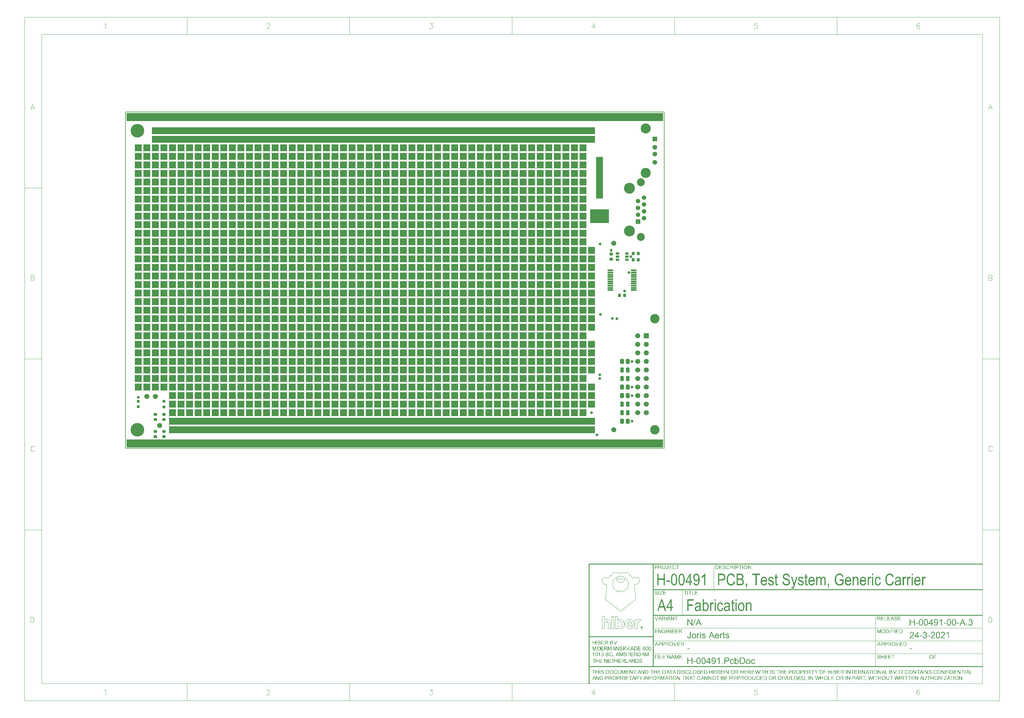
<source format=gts>
G04*
G04 #@! TF.GenerationSoftware,Altium Limited,Altium Designer,21.2.2 (38)*
G04*
G04 Layer_Color=8388736*
%FSLAX44Y44*%
%MOMM*%
G71*
G04*
G04 #@! TF.SameCoordinates,24F39D98-8D89-4310-BAB6-4DBB87F11CC4*
G04*
G04*
G04 #@! TF.FilePolarity,Negative*
G04*
G01*
G75*
%ADD14C,0.2000*%
%ADD15C,0.0991*%
%ADD16C,0.0423*%
%ADD17C,0.1000*%
%ADD18C,0.2539*%
%ADD19C,0.0127*%
G04:AMPARAMS|DCode=20|XSize=0.82mm|YSize=0.98mm|CornerRadius=0.2091mm|HoleSize=0mm|Usage=FLASHONLY|Rotation=90.000|XOffset=0mm|YOffset=0mm|HoleType=Round|Shape=RoundedRectangle|*
%AMROUNDEDRECTD20*
21,1,0.8200,0.5618,0,0,90.0*
21,1,0.4018,0.9800,0,0,90.0*
1,1,0.4182,0.2809,0.2009*
1,1,0.4182,0.2809,-0.2009*
1,1,0.4182,-0.2809,-0.2009*
1,1,0.4182,-0.2809,0.2009*
%
%ADD20ROUNDEDRECTD20*%
G04:AMPARAMS|DCode=21|XSize=0.82mm|YSize=0.98mm|CornerRadius=0.2091mm|HoleSize=0mm|Usage=FLASHONLY|Rotation=0.000|XOffset=0mm|YOffset=0mm|HoleType=Round|Shape=RoundedRectangle|*
%AMROUNDEDRECTD21*
21,1,0.8200,0.5618,0,0,0.0*
21,1,0.4018,0.9800,0,0,0.0*
1,1,0.4182,0.2009,-0.2809*
1,1,0.4182,-0.2009,-0.2809*
1,1,0.4182,-0.2009,0.2809*
1,1,0.4182,0.2009,0.2809*
%
%ADD21ROUNDEDRECTD21*%
G04:AMPARAMS|DCode=22|XSize=0.87mm|YSize=0.97mm|CornerRadius=0.2218mm|HoleSize=0mm|Usage=FLASHONLY|Rotation=0.000|XOffset=0mm|YOffset=0mm|HoleType=Round|Shape=RoundedRectangle|*
%AMROUNDEDRECTD22*
21,1,0.8700,0.5263,0,0,0.0*
21,1,0.4263,0.9700,0,0,0.0*
1,1,0.4437,0.2132,-0.2632*
1,1,0.4437,-0.2132,-0.2632*
1,1,0.4437,-0.2132,0.2632*
1,1,0.4437,0.2132,0.2632*
%
%ADD22ROUNDEDRECTD22*%
G04:AMPARAMS|DCode=23|XSize=0.87mm|YSize=0.97mm|CornerRadius=0.2218mm|HoleSize=0mm|Usage=FLASHONLY|Rotation=90.000|XOffset=0mm|YOffset=0mm|HoleType=Round|Shape=RoundedRectangle|*
%AMROUNDEDRECTD23*
21,1,0.8700,0.5263,0,0,90.0*
21,1,0.4263,0.9700,0,0,90.0*
1,1,0.4437,0.2632,0.2132*
1,1,0.4437,0.2632,-0.2132*
1,1,0.4437,-0.2632,-0.2132*
1,1,0.4437,-0.2632,0.2132*
%
%ADD23ROUNDEDRECTD23*%
G04:AMPARAMS|DCode=24|XSize=1.09mm|YSize=1.47mm|CornerRadius=0.2507mm|HoleSize=0mm|Usage=FLASHONLY|Rotation=180.000|XOffset=0mm|YOffset=0mm|HoleType=Round|Shape=RoundedRectangle|*
%AMROUNDEDRECTD24*
21,1,1.0900,0.9686,0,0,180.0*
21,1,0.5886,1.4700,0,0,180.0*
1,1,0.5014,-0.2943,0.4843*
1,1,0.5014,0.2943,0.4843*
1,1,0.5014,0.2943,-0.4843*
1,1,0.5014,-0.2943,-0.4843*
%
%ADD24ROUNDEDRECTD24*%
G04:AMPARAMS|DCode=25|XSize=0.8mm|YSize=0.8mm|CornerRadius=0.2mm|HoleSize=0mm|Usage=FLASHONLY|Rotation=90.000|XOffset=0mm|YOffset=0mm|HoleType=Round|Shape=RoundedRectangle|*
%AMROUNDEDRECTD25*
21,1,0.8000,0.4000,0,0,90.0*
21,1,0.4000,0.8000,0,0,90.0*
1,1,0.4000,0.2000,0.2000*
1,1,0.4000,0.2000,-0.2000*
1,1,0.4000,-0.2000,-0.2000*
1,1,0.4000,-0.2000,0.2000*
%
%ADD25ROUNDEDRECTD25*%
G04:AMPARAMS|DCode=26|XSize=1.1mm|YSize=0.6mm|CornerRadius=0.15mm|HoleSize=0mm|Usage=FLASHONLY|Rotation=180.000|XOffset=0mm|YOffset=0mm|HoleType=Round|Shape=RoundedRectangle|*
%AMROUNDEDRECTD26*
21,1,1.1000,0.3000,0,0,180.0*
21,1,0.8000,0.6000,0,0,180.0*
1,1,0.3000,-0.4000,0.1500*
1,1,0.3000,0.4000,0.1500*
1,1,0.3000,0.4000,-0.1500*
1,1,0.3000,-0.4000,-0.1500*
%
%ADD26ROUNDEDRECTD26*%
G04:AMPARAMS|DCode=27|XSize=1.7mm|YSize=0.46mm|CornerRadius=0.1196mm|HoleSize=0mm|Usage=FLASHONLY|Rotation=180.000|XOffset=0mm|YOffset=0mm|HoleType=Round|Shape=RoundedRectangle|*
%AMROUNDEDRECTD27*
21,1,1.7000,0.2208,0,0,180.0*
21,1,1.4608,0.4600,0,0,180.0*
1,1,0.2392,-0.7304,0.1104*
1,1,0.2392,0.7304,0.1104*
1,1,0.2392,0.7304,-0.1104*
1,1,0.2392,-0.7304,-0.1104*
%
%ADD27ROUNDEDRECTD27*%
G04:AMPARAMS|DCode=28|XSize=1.11mm|YSize=1.47mm|CornerRadius=0.2498mm|HoleSize=0mm|Usage=FLASHONLY|Rotation=180.000|XOffset=0mm|YOffset=0mm|HoleType=Round|Shape=RoundedRectangle|*
%AMROUNDEDRECTD28*
21,1,1.1100,0.9705,0,0,180.0*
21,1,0.6105,1.4700,0,0,180.0*
1,1,0.4995,-0.3053,0.4853*
1,1,0.4995,0.3053,0.4853*
1,1,0.4995,0.3053,-0.4853*
1,1,0.4995,-0.3053,-0.4853*
%
%ADD28ROUNDEDRECTD28*%
%ADD29C,2.0000*%
%ADD30R,5.5880X4.0640*%
%ADD31R,2.0000X12.4000*%
%ADD32C,1.5000*%
%ADD33R,159.4000X2.4000*%
%ADD34R,1.3800X1.3800*%
%ADD35C,1.3800*%
%ADD36C,3.0000*%
%ADD37C,2.8000*%
%ADD38C,1.5000*%
%ADD39R,1.5000X1.5000*%
%ADD40R,2.0000X2.0000*%
%ADD41C,4.0500*%
%ADD42C,3.2500*%
%ADD43C,2.3600*%
%ADD44C,1.3400*%
%ADD45R,1.3400X1.3400*%
%ADD46C,0.8000*%
G36*
X1361166Y-1197775D02*
D01*
D01*
D01*
D01*
D02*
G37*
G36*
X1416942Y-1106429D02*
X1417024D01*
X1417122Y-1106445D01*
X1417229Y-1106453D01*
X1417343Y-1106470D01*
X1417474Y-1106494D01*
X1417605Y-1106519D01*
X1417891Y-1106592D01*
X1418047Y-1106633D01*
X1418194Y-1106691D01*
X1418341Y-1106748D01*
X1418488Y-1106822D01*
X1418496Y-1106830D01*
X1418521Y-1106838D01*
X1418562Y-1106862D01*
X1418619Y-1106895D01*
X1418685Y-1106936D01*
X1418758Y-1106985D01*
X1418840Y-1107042D01*
X1418930Y-1107108D01*
X1419126Y-1107263D01*
X1419323Y-1107451D01*
X1419511Y-1107664D01*
X1419601Y-1107787D01*
X1419682Y-1107909D01*
X1419691Y-1107917D01*
X1419699Y-1107942D01*
X1419723Y-1107975D01*
X1419748Y-1108032D01*
X1419780Y-1108089D01*
X1419813Y-1108171D01*
X1419854Y-1108253D01*
X1419895Y-1108351D01*
X1419928Y-1108457D01*
X1419969Y-1108564D01*
X1420034Y-1108809D01*
X1420083Y-1109079D01*
X1420091Y-1109218D01*
X1420099Y-1109365D01*
Y-1109373D01*
Y-1109398D01*
Y-1109439D01*
X1420091Y-1109488D01*
Y-1109553D01*
X1420075Y-1109627D01*
X1420067Y-1109717D01*
X1420050Y-1109807D01*
X1420001Y-1110019D01*
X1419928Y-1110240D01*
X1419887Y-1110355D01*
X1419830Y-1110477D01*
X1419772Y-1110592D01*
X1419699Y-1110706D01*
X1419691Y-1110715D01*
X1419682Y-1110731D01*
X1419658Y-1110764D01*
X1419625Y-1110805D01*
X1419584Y-1110854D01*
X1419535Y-1110911D01*
X1419478Y-1110976D01*
X1419404Y-1111050D01*
X1419331Y-1111124D01*
X1419241Y-1111197D01*
X1419151Y-1111279D01*
X1419044Y-1111361D01*
X1418930Y-1111434D01*
X1418807Y-1111516D01*
X1418676Y-1111590D01*
X1418537Y-1111655D01*
X1418546D01*
X1418578Y-1111663D01*
X1418635Y-1111680D01*
X1418701Y-1111704D01*
X1418791Y-1111729D01*
X1418889Y-1111770D01*
X1418995Y-1111811D01*
X1419110Y-1111868D01*
X1419232Y-1111925D01*
X1419363Y-1111999D01*
X1419494Y-1112072D01*
X1419625Y-1112162D01*
X1419748Y-1112260D01*
X1419870Y-1112367D01*
X1419993Y-1112489D01*
X1420099Y-1112620D01*
X1420108Y-1112628D01*
X1420124Y-1112653D01*
X1420148Y-1112694D01*
X1420189Y-1112751D01*
X1420230Y-1112825D01*
X1420279Y-1112906D01*
X1420329Y-1113005D01*
X1420378Y-1113119D01*
X1420427Y-1113250D01*
X1420484Y-1113389D01*
X1420525Y-1113536D01*
X1420566Y-1113700D01*
X1420607Y-1113872D01*
X1420631Y-1114052D01*
X1420647Y-1114240D01*
X1420656Y-1114444D01*
Y-1114461D01*
Y-1114510D01*
X1420647Y-1114591D01*
X1420639Y-1114689D01*
X1420623Y-1114820D01*
X1420598Y-1114967D01*
X1420566Y-1115131D01*
X1420517Y-1115311D01*
X1420459Y-1115507D01*
X1420394Y-1115704D01*
X1420304Y-1115916D01*
X1420198Y-1116129D01*
X1420075Y-1116342D01*
X1419928Y-1116554D01*
X1419756Y-1116759D01*
X1419568Y-1116955D01*
X1419552Y-1116963D01*
X1419519Y-1116996D01*
X1419462Y-1117053D01*
X1419371Y-1117119D01*
X1419265Y-1117192D01*
X1419142Y-1117282D01*
X1418987Y-1117372D01*
X1418824Y-1117470D01*
X1418635Y-1117568D01*
X1418423Y-1117658D01*
X1418202Y-1117748D01*
X1417957Y-1117822D01*
X1417703Y-1117887D01*
X1417425Y-1117945D01*
X1417139Y-1117977D01*
X1416836Y-1117986D01*
X1416771D01*
X1416689Y-1117977D01*
X1416591Y-1117969D01*
X1416460Y-1117961D01*
X1416313Y-1117936D01*
X1416149Y-1117912D01*
X1415969Y-1117871D01*
X1415781Y-1117830D01*
X1415577Y-1117773D01*
X1415372Y-1117699D01*
X1415159Y-1117609D01*
X1414955Y-1117511D01*
X1414751Y-1117397D01*
X1414546Y-1117258D01*
X1414358Y-1117102D01*
X1414350Y-1117094D01*
X1414317Y-1117061D01*
X1414268Y-1117012D01*
X1414203Y-1116939D01*
X1414129Y-1116849D01*
X1414039Y-1116742D01*
X1413949Y-1116620D01*
X1413851Y-1116481D01*
X1413753Y-1116325D01*
X1413655Y-1116145D01*
X1413565Y-1115957D01*
X1413475Y-1115753D01*
X1413401Y-1115532D01*
X1413327Y-1115303D01*
X1413278Y-1115058D01*
X1413246Y-1114796D01*
X1414636Y-1114608D01*
Y-1114624D01*
X1414644Y-1114657D01*
X1414660Y-1114722D01*
X1414685Y-1114804D01*
X1414710Y-1114902D01*
X1414742Y-1115008D01*
X1414783Y-1115131D01*
X1414824Y-1115262D01*
X1414939Y-1115548D01*
X1415078Y-1115826D01*
X1415159Y-1115965D01*
X1415249Y-1116096D01*
X1415339Y-1116211D01*
X1415446Y-1116317D01*
X1415454Y-1116325D01*
X1415470Y-1116342D01*
X1415503Y-1116366D01*
X1415552Y-1116399D01*
X1415601Y-1116440D01*
X1415675Y-1116481D01*
X1415748Y-1116530D01*
X1415838Y-1116571D01*
X1415936Y-1116620D01*
X1416043Y-1116669D01*
X1416157Y-1116710D01*
X1416280Y-1116750D01*
X1416411Y-1116783D01*
X1416550Y-1116808D01*
X1416689Y-1116824D01*
X1416844Y-1116832D01*
X1416885D01*
X1416942Y-1116824D01*
X1417008D01*
X1417098Y-1116808D01*
X1417196Y-1116800D01*
X1417302Y-1116775D01*
X1417425Y-1116750D01*
X1417548Y-1116710D01*
X1417687Y-1116669D01*
X1417826Y-1116611D01*
X1417965Y-1116546D01*
X1418104Y-1116464D01*
X1418243Y-1116374D01*
X1418374Y-1116276D01*
X1418505Y-1116153D01*
X1418513Y-1116145D01*
X1418537Y-1116121D01*
X1418570Y-1116088D01*
X1418611Y-1116031D01*
X1418660Y-1115965D01*
X1418717Y-1115884D01*
X1418783Y-1115794D01*
X1418848Y-1115687D01*
X1418905Y-1115573D01*
X1418971Y-1115442D01*
X1419028Y-1115311D01*
X1419077Y-1115156D01*
X1419118Y-1115000D01*
X1419151Y-1114837D01*
X1419175Y-1114657D01*
X1419183Y-1114477D01*
Y-1114469D01*
Y-1114436D01*
Y-1114387D01*
X1419175Y-1114313D01*
X1419167Y-1114240D01*
X1419151Y-1114141D01*
X1419134Y-1114035D01*
X1419102Y-1113921D01*
X1419069Y-1113798D01*
X1419028Y-1113667D01*
X1418979Y-1113536D01*
X1418922Y-1113405D01*
X1418848Y-1113275D01*
X1418758Y-1113144D01*
X1418668Y-1113021D01*
X1418554Y-1112898D01*
X1418546Y-1112890D01*
X1418529Y-1112874D01*
X1418488Y-1112841D01*
X1418439Y-1112800D01*
X1418382Y-1112751D01*
X1418308Y-1112702D01*
X1418218Y-1112645D01*
X1418120Y-1112588D01*
X1418014Y-1112530D01*
X1417891Y-1112473D01*
X1417760Y-1112424D01*
X1417621Y-1112375D01*
X1417474Y-1112334D01*
X1417310Y-1112301D01*
X1417147Y-1112285D01*
X1416967Y-1112277D01*
X1416893D01*
X1416812Y-1112285D01*
X1416697Y-1112293D01*
X1416550Y-1112309D01*
X1416386Y-1112342D01*
X1416198Y-1112375D01*
X1415986Y-1112424D01*
X1416141Y-1111205D01*
X1416165D01*
X1416190Y-1111214D01*
X1416223D01*
X1416296Y-1111222D01*
X1416452D01*
X1416509Y-1111214D01*
X1416591Y-1111205D01*
X1416681Y-1111197D01*
X1416779Y-1111181D01*
X1416893Y-1111164D01*
X1417016Y-1111140D01*
X1417139Y-1111107D01*
X1417409Y-1111025D01*
X1417548Y-1110976D01*
X1417687Y-1110911D01*
X1417826Y-1110845D01*
X1417957Y-1110764D01*
X1417965Y-1110755D01*
X1417989Y-1110739D01*
X1418022Y-1110715D01*
X1418071Y-1110674D01*
X1418120Y-1110625D01*
X1418186Y-1110567D01*
X1418243Y-1110494D01*
X1418316Y-1110412D01*
X1418382Y-1110314D01*
X1418447Y-1110208D01*
X1418505Y-1110093D01*
X1418554Y-1109962D01*
X1418603Y-1109823D01*
X1418635Y-1109668D01*
X1418660Y-1109504D01*
X1418668Y-1109332D01*
Y-1109324D01*
Y-1109300D01*
Y-1109259D01*
X1418660Y-1109202D01*
X1418652Y-1109144D01*
X1418644Y-1109062D01*
X1418627Y-1108981D01*
X1418603Y-1108891D01*
X1418537Y-1108694D01*
X1418496Y-1108588D01*
X1418447Y-1108482D01*
X1418390Y-1108375D01*
X1418316Y-1108269D01*
X1418235Y-1108171D01*
X1418145Y-1108073D01*
X1418136Y-1108065D01*
X1418120Y-1108048D01*
X1418096Y-1108024D01*
X1418055Y-1107991D01*
X1417997Y-1107958D01*
X1417940Y-1107909D01*
X1417867Y-1107868D01*
X1417785Y-1107819D01*
X1417695Y-1107770D01*
X1417597Y-1107729D01*
X1417482Y-1107680D01*
X1417368Y-1107647D01*
X1417237Y-1107615D01*
X1417106Y-1107590D01*
X1416959Y-1107574D01*
X1416812Y-1107566D01*
X1416730D01*
X1416681Y-1107574D01*
X1416607Y-1107582D01*
X1416525Y-1107590D01*
X1416435Y-1107607D01*
X1416337Y-1107631D01*
X1416125Y-1107688D01*
X1416018Y-1107729D01*
X1415904Y-1107787D01*
X1415789Y-1107844D01*
X1415675Y-1107909D01*
X1415568Y-1107991D01*
X1415462Y-1108081D01*
X1415454Y-1108089D01*
X1415437Y-1108105D01*
X1415413Y-1108138D01*
X1415372Y-1108179D01*
X1415331Y-1108228D01*
X1415282Y-1108294D01*
X1415233Y-1108375D01*
X1415176Y-1108457D01*
X1415119Y-1108564D01*
X1415061Y-1108678D01*
X1414996Y-1108801D01*
X1414947Y-1108940D01*
X1414890Y-1109087D01*
X1414849Y-1109242D01*
X1414808Y-1109414D01*
X1414775Y-1109602D01*
X1413385Y-1109357D01*
Y-1109349D01*
Y-1109341D01*
X1413401Y-1109292D01*
X1413417Y-1109226D01*
X1413442Y-1109128D01*
X1413475Y-1109005D01*
X1413515Y-1108874D01*
X1413565Y-1108727D01*
X1413622Y-1108564D01*
X1413695Y-1108392D01*
X1413777Y-1108212D01*
X1413875Y-1108032D01*
X1413982Y-1107852D01*
X1414096Y-1107672D01*
X1414227Y-1107500D01*
X1414374Y-1107337D01*
X1414538Y-1107189D01*
X1414546Y-1107181D01*
X1414579Y-1107157D01*
X1414628Y-1107116D01*
X1414701Y-1107067D01*
X1414791Y-1107010D01*
X1414898Y-1106944D01*
X1415020Y-1106879D01*
X1415159Y-1106805D01*
X1415315Y-1106731D01*
X1415487Y-1106666D01*
X1415667Y-1106601D01*
X1415863Y-1106543D01*
X1416075Y-1106494D01*
X1416304Y-1106453D01*
X1416542Y-1106429D01*
X1416787Y-1106421D01*
X1416877D01*
X1416942Y-1106429D01*
D02*
G37*
G36*
X1405857Y-1089002D02*
X1405963D01*
X1406102Y-1089018D01*
X1406266Y-1089035D01*
X1406446Y-1089059D01*
X1406642Y-1089084D01*
X1406855Y-1089125D01*
X1407084Y-1089174D01*
X1407321Y-1089239D01*
X1407558Y-1089313D01*
X1407804Y-1089395D01*
X1408049Y-1089501D01*
X1408294Y-1089615D01*
X1408531Y-1089746D01*
X1408548Y-1089754D01*
X1408589Y-1089779D01*
X1408654Y-1089820D01*
X1408736Y-1089885D01*
X1408842Y-1089959D01*
X1408965Y-1090049D01*
X1409096Y-1090163D01*
X1409243Y-1090286D01*
X1409398Y-1090425D01*
X1409554Y-1090580D01*
X1409717Y-1090752D01*
X1409873Y-1090940D01*
X1410028Y-1091145D01*
X1410184Y-1091357D01*
X1410323Y-1091586D01*
X1410453Y-1091832D01*
X1410462Y-1091848D01*
X1410486Y-1091889D01*
X1410519Y-1091963D01*
X1410560Y-1092069D01*
X1410609Y-1092192D01*
X1410666Y-1092347D01*
X1410723Y-1092519D01*
X1410789Y-1092715D01*
X1410846Y-1092928D01*
X1410903Y-1093165D01*
X1410961Y-1093410D01*
X1411010Y-1093680D01*
X1411059Y-1093958D01*
X1411086Y-1094202D01*
Y-1089226D01*
X1419265D01*
Y-1090559D01*
X1412583D01*
Y-1094027D01*
X1418839D01*
Y-1095360D01*
X1412583D01*
Y-1099212D01*
X1419526D01*
Y-1100545D01*
X1411086D01*
Y-1095425D01*
X1411083Y-1095480D01*
X1411059Y-1095684D01*
X1411026Y-1095897D01*
X1410993Y-1096134D01*
X1410944Y-1096379D01*
X1410887Y-1096633D01*
X1410822Y-1096894D01*
X1410740Y-1097164D01*
X1410650Y-1097426D01*
X1410544Y-1097688D01*
X1410421Y-1097950D01*
X1410413Y-1097966D01*
X1410388Y-1098007D01*
X1410347Y-1098080D01*
X1410290Y-1098170D01*
X1410224Y-1098285D01*
X1410135Y-1098416D01*
X1410028Y-1098563D01*
X1409914Y-1098718D01*
X1409783Y-1098882D01*
X1409636Y-1099045D01*
X1409472Y-1099217D01*
X1409300Y-1099389D01*
X1409104Y-1099553D01*
X1408900Y-1099716D01*
X1408679Y-1099863D01*
X1408450Y-1100002D01*
X1408433Y-1100011D01*
X1408392Y-1100035D01*
X1408319Y-1100068D01*
X1408229Y-1100109D01*
X1408106Y-1100166D01*
X1407967Y-1100223D01*
X1407812Y-1100289D01*
X1407632Y-1100346D01*
X1407427Y-1100411D01*
X1407215Y-1100477D01*
X1406994Y-1100534D01*
X1406749Y-1100591D01*
X1406503Y-1100632D01*
X1406241Y-1100665D01*
X1405972Y-1100689D01*
X1405702Y-1100698D01*
X1405628D01*
X1405546Y-1100689D01*
X1405432Y-1100681D01*
X1405293Y-1100673D01*
X1405129Y-1100657D01*
X1404941Y-1100632D01*
X1404745Y-1100599D01*
X1404524Y-1100558D01*
X1404295Y-1100509D01*
X1404058Y-1100444D01*
X1403820Y-1100370D01*
X1403575Y-1100289D01*
X1403322Y-1100182D01*
X1403076Y-1100068D01*
X1402839Y-1099929D01*
X1402823Y-1099921D01*
X1402782Y-1099896D01*
X1402716Y-1099847D01*
X1402635Y-1099790D01*
X1402528Y-1099708D01*
X1402406Y-1099618D01*
X1402275Y-1099503D01*
X1402128Y-1099381D01*
X1401980Y-1099234D01*
X1401817Y-1099078D01*
X1401661Y-1098906D01*
X1401506Y-1098718D01*
X1401351Y-1098514D01*
X1401203Y-1098301D01*
X1401064Y-1098072D01*
X1400933Y-1097827D01*
X1400925Y-1097811D01*
X1400909Y-1097770D01*
X1400876Y-1097696D01*
X1400835Y-1097590D01*
X1400786Y-1097467D01*
X1400729Y-1097320D01*
X1400672Y-1097156D01*
X1400614Y-1096968D01*
X1400549Y-1096764D01*
X1400492Y-1096543D01*
X1400435Y-1096314D01*
X1400385Y-1096068D01*
X1400345Y-1095807D01*
X1400312Y-1095545D01*
X1400296Y-1095275D01*
X1400287Y-1094997D01*
Y-1094989D01*
Y-1094964D01*
Y-1094923D01*
Y-1094874D01*
X1400296Y-1094809D01*
Y-1094727D01*
X1400304Y-1094637D01*
X1400312Y-1094531D01*
X1400320Y-1094416D01*
X1400336Y-1094294D01*
X1400353Y-1094163D01*
X1400369Y-1094024D01*
X1400418Y-1093721D01*
X1400475Y-1093394D01*
X1400557Y-1093042D01*
X1400655Y-1092682D01*
X1400778Y-1092314D01*
X1400925Y-1091946D01*
X1401097Y-1091586D01*
X1401302Y-1091235D01*
X1401416Y-1091063D01*
X1401530Y-1090899D01*
X1401661Y-1090744D01*
X1401800Y-1090589D01*
X1401809Y-1090580D01*
X1401817Y-1090572D01*
X1401841Y-1090548D01*
X1401874Y-1090523D01*
X1401907Y-1090482D01*
X1401956Y-1090441D01*
X1402079Y-1090335D01*
X1402226Y-1090220D01*
X1402406Y-1090081D01*
X1402618Y-1089942D01*
X1402855Y-1089787D01*
X1403125Y-1089640D01*
X1403420Y-1089501D01*
X1403739Y-1089362D01*
X1404082Y-1089239D01*
X1404458Y-1089141D01*
X1404851Y-1089059D01*
X1405056Y-1089035D01*
X1405268Y-1089010D01*
X1405481Y-1089002D01*
X1405702Y-1088994D01*
X1405775D01*
X1405857Y-1089002D01*
D02*
G37*
G36*
X1414945Y-1127274D02*
X1408263D01*
Y-1130742D01*
X1414520D01*
Y-1132075D01*
X1408263D01*
Y-1135927D01*
X1415207D01*
Y-1137260D01*
X1406767D01*
Y-1125941D01*
X1414945D01*
Y-1127274D01*
D02*
G37*
G36*
X1408778Y-1117823D02*
X1407388D01*
Y-1108973D01*
X1407379Y-1108982D01*
X1407363Y-1108998D01*
X1407339Y-1109023D01*
X1407298Y-1109055D01*
X1407249Y-1109096D01*
X1407183Y-1109153D01*
X1407110Y-1109211D01*
X1407036Y-1109276D01*
X1406938Y-1109342D01*
X1406840Y-1109423D01*
X1406733Y-1109497D01*
X1406619Y-1109587D01*
X1406488Y-1109669D01*
X1406357Y-1109759D01*
X1406063Y-1109939D01*
X1406054Y-1109947D01*
X1406030Y-1109963D01*
X1405981Y-1109988D01*
X1405923Y-1110012D01*
X1405858Y-1110053D01*
X1405776Y-1110102D01*
X1405678Y-1110151D01*
X1405580Y-1110209D01*
X1405351Y-1110323D01*
X1405106Y-1110437D01*
X1404852Y-1110552D01*
X1404607Y-1110650D01*
Y-1109309D01*
X1404623Y-1109301D01*
X1404656Y-1109284D01*
X1404721Y-1109252D01*
X1404803Y-1109211D01*
X1404901Y-1109162D01*
X1405024Y-1109096D01*
X1405155Y-1109023D01*
X1405294Y-1108941D01*
X1405449Y-1108843D01*
X1405613Y-1108745D01*
X1405956Y-1108515D01*
X1406308Y-1108262D01*
X1406643Y-1107984D01*
X1406651Y-1107976D01*
X1406684Y-1107951D01*
X1406725Y-1107910D01*
X1406782Y-1107853D01*
X1406856Y-1107779D01*
X1406938Y-1107698D01*
X1407028Y-1107599D01*
X1407126Y-1107501D01*
X1407224Y-1107387D01*
X1407330Y-1107264D01*
X1407535Y-1107011D01*
X1407723Y-1106741D01*
X1407805Y-1106602D01*
X1407878Y-1106463D01*
X1408778D01*
Y-1117823D01*
D02*
G37*
G36*
X1406896Y-1071956D02*
X1407011D01*
X1407133Y-1071964D01*
X1407281Y-1071981D01*
X1407428Y-1071989D01*
X1407592Y-1072013D01*
X1407763Y-1072030D01*
X1408107Y-1072095D01*
X1408450Y-1072185D01*
X1408614Y-1072234D01*
X1408761Y-1072300D01*
X1408769D01*
X1408794Y-1072316D01*
X1408835Y-1072332D01*
X1408892Y-1072365D01*
X1408957Y-1072398D01*
X1409031Y-1072447D01*
X1409121Y-1072496D01*
X1409211Y-1072561D01*
X1409309Y-1072627D01*
X1409407Y-1072709D01*
X1409505Y-1072790D01*
X1409612Y-1072888D01*
X1409710Y-1072995D01*
X1409808Y-1073101D01*
X1409898Y-1073224D01*
X1409988Y-1073355D01*
X1409996Y-1073363D01*
X1410004Y-1073387D01*
X1410029Y-1073428D01*
X1410061Y-1073477D01*
X1410094Y-1073543D01*
X1410127Y-1073625D01*
X1410168Y-1073706D01*
X1410217Y-1073804D01*
X1410258Y-1073919D01*
X1410299Y-1074034D01*
X1410364Y-1074287D01*
X1410421Y-1074565D01*
X1410430Y-1074704D01*
X1410438Y-1074851D01*
Y-1074860D01*
Y-1074884D01*
Y-1074925D01*
X1410430Y-1074974D01*
Y-1075040D01*
X1410413Y-1075113D01*
X1410405Y-1075203D01*
X1410389Y-1075293D01*
X1410340Y-1075506D01*
X1410266Y-1075735D01*
X1410225Y-1075857D01*
X1410168Y-1075972D01*
X1410110Y-1076095D01*
X1410037Y-1076217D01*
X1410029Y-1076226D01*
X1410021Y-1076242D01*
X1409996Y-1076274D01*
X1409963Y-1076324D01*
X1409922Y-1076381D01*
X1409873Y-1076438D01*
X1409808Y-1076512D01*
X1409742Y-1076585D01*
X1409661Y-1076667D01*
X1409579Y-1076749D01*
X1409481Y-1076831D01*
X1409374Y-1076921D01*
X1409252Y-1077011D01*
X1409129Y-1077092D01*
X1408998Y-1077174D01*
X1408851Y-1077248D01*
X1408859D01*
X1408900Y-1077264D01*
X1408949Y-1077281D01*
X1409023Y-1077305D01*
X1409104Y-1077338D01*
X1409203Y-1077379D01*
X1409317Y-1077428D01*
X1409432Y-1077493D01*
X1409563Y-1077559D01*
X1409693Y-1077632D01*
X1409824Y-1077714D01*
X1409955Y-1077812D01*
X1410078Y-1077910D01*
X1410209Y-1078025D01*
X1410323Y-1078148D01*
X1410430Y-1078278D01*
X1410438Y-1078287D01*
X1410454Y-1078311D01*
X1410479Y-1078352D01*
X1410520Y-1078409D01*
X1410560Y-1078475D01*
X1410609Y-1078556D01*
X1410659Y-1078655D01*
X1410708Y-1078761D01*
X1410757Y-1078884D01*
X1410814Y-1079014D01*
X1410855Y-1079154D01*
X1410896Y-1079309D01*
X1410937Y-1079464D01*
X1410961Y-1079636D01*
X1410977Y-1079808D01*
X1410986Y-1079988D01*
Y-1079996D01*
Y-1080020D01*
Y-1080070D01*
X1410977Y-1080127D01*
Y-1080192D01*
X1410969Y-1080274D01*
X1410961Y-1080372D01*
X1410945Y-1080470D01*
X1410904Y-1080699D01*
X1410838Y-1080953D01*
X1410757Y-1081215D01*
X1410642Y-1081476D01*
Y-1081484D01*
X1410626Y-1081509D01*
X1410609Y-1081542D01*
X1410585Y-1081591D01*
X1410552Y-1081648D01*
X1410511Y-1081713D01*
X1410413Y-1081861D01*
X1410291Y-1082032D01*
X1410151Y-1082204D01*
X1409996Y-1082376D01*
X1409816Y-1082523D01*
X1409808D01*
X1409792Y-1082540D01*
X1409767Y-1082556D01*
X1409726Y-1082580D01*
X1409677Y-1082613D01*
X1409620Y-1082646D01*
X1409554Y-1082687D01*
X1409481Y-1082728D01*
X1409391Y-1082777D01*
X1409301Y-1082818D01*
X1409088Y-1082916D01*
X1408851Y-1082998D01*
X1408581Y-1083079D01*
X1408573D01*
X1408548Y-1083087D01*
X1408508Y-1083096D01*
X1408450Y-1083112D01*
X1408377Y-1083120D01*
X1408287Y-1083137D01*
X1408188Y-1083153D01*
X1408074Y-1083169D01*
X1407951Y-1083194D01*
X1407812Y-1083210D01*
X1407657Y-1083226D01*
X1407502Y-1083235D01*
X1407330Y-1083251D01*
X1407150Y-1083259D01*
X1406953Y-1083267D01*
X1402447D01*
Y-1071948D01*
X1406806D01*
X1406896Y-1071956D01*
D02*
G37*
G36*
X1396301Y-1125941D02*
X1397465D01*
Y-1130595D01*
X1403337D01*
Y-1125941D01*
X1404834D01*
Y-1137260D01*
X1403337D01*
Y-1131928D01*
X1397465D01*
Y-1137260D01*
X1395968D01*
Y-1127274D01*
X1392555D01*
Y-1137260D01*
X1391059D01*
Y-1127274D01*
X1387329D01*
Y-1125941D01*
X1396301D01*
D01*
D02*
G37*
G36*
X1399812Y-1106435D02*
X1399886D01*
X1399984Y-1106443D01*
X1400082Y-1106460D01*
X1400196Y-1106476D01*
X1400442Y-1106517D01*
X1400712Y-1106582D01*
X1400990Y-1106672D01*
X1401120Y-1106730D01*
X1401251Y-1106795D01*
X1401259D01*
X1401284Y-1106811D01*
X1401317Y-1106836D01*
X1401366Y-1106860D01*
X1401423Y-1106901D01*
X1401488Y-1106950D01*
X1401570Y-1106999D01*
X1401652Y-1107065D01*
X1401832Y-1107212D01*
X1402020Y-1107400D01*
X1402208Y-1107613D01*
X1402380Y-1107858D01*
X1402388Y-1107866D01*
X1402396Y-1107891D01*
X1402421Y-1107932D01*
X1402454Y-1107981D01*
X1402495Y-1108046D01*
X1402535Y-1108128D01*
X1402585Y-1108218D01*
X1402634Y-1108324D01*
X1402691Y-1108439D01*
X1402748Y-1108570D01*
X1402805Y-1108709D01*
X1402871Y-1108856D01*
X1402928Y-1109011D01*
X1402977Y-1109175D01*
X1403034Y-1109355D01*
X1403083Y-1109535D01*
Y-1109543D01*
X1403092Y-1109584D01*
X1403108Y-1109633D01*
X1403124Y-1109715D01*
X1403141Y-1109813D01*
X1403165Y-1109936D01*
X1403190Y-1110075D01*
X1403214Y-1110238D01*
X1403239Y-1110418D01*
X1403263Y-1110623D01*
X1403288Y-1110843D01*
X1403304Y-1111081D01*
X1403321Y-1111334D01*
X1403337Y-1111612D01*
X1403345Y-1111898D01*
Y-1112209D01*
Y-1112217D01*
Y-1112234D01*
Y-1112258D01*
Y-1112299D01*
Y-1112340D01*
Y-1112397D01*
X1403337Y-1112463D01*
Y-1112536D01*
X1403329Y-1112708D01*
X1403321Y-1112905D01*
X1403312Y-1113117D01*
X1403296Y-1113354D01*
X1403271Y-1113608D01*
X1403247Y-1113870D01*
X1403173Y-1114401D01*
X1403124Y-1114671D01*
X1403067Y-1114933D01*
X1403002Y-1115186D01*
X1402928Y-1115424D01*
X1402920Y-1115440D01*
X1402912Y-1115481D01*
X1402887Y-1115538D01*
X1402854Y-1115628D01*
X1402805Y-1115726D01*
X1402756Y-1115849D01*
X1402691Y-1115980D01*
X1402625Y-1116119D01*
X1402544Y-1116266D01*
X1402446Y-1116421D01*
X1402347Y-1116577D01*
X1402241Y-1116740D01*
X1402118Y-1116896D01*
X1401987Y-1117043D01*
X1401848Y-1117182D01*
X1401701Y-1117313D01*
X1401693Y-1117321D01*
X1401660Y-1117337D01*
X1401619Y-1117370D01*
X1401554Y-1117419D01*
X1401472Y-1117468D01*
X1401382Y-1117525D01*
X1401268Y-1117583D01*
X1401145Y-1117640D01*
X1400998Y-1117706D01*
X1400842Y-1117763D01*
X1400679Y-1117820D01*
X1400499Y-1117869D01*
X1400303Y-1117910D01*
X1400098Y-1117943D01*
X1399886Y-1117967D01*
X1399657Y-1117975D01*
X1399583D01*
X1399501Y-1117967D01*
X1399387Y-1117959D01*
X1399247Y-1117943D01*
X1399084Y-1117910D01*
X1398912Y-1117877D01*
X1398716Y-1117828D01*
X1398512Y-1117771D01*
X1398307Y-1117689D01*
X1398094Y-1117599D01*
X1397874Y-1117485D01*
X1397661Y-1117354D01*
X1397456Y-1117198D01*
X1397260Y-1117018D01*
X1397080Y-1116814D01*
Y-1116806D01*
X1397072Y-1116798D01*
X1397056Y-1116773D01*
X1397031Y-1116749D01*
X1397007Y-1116708D01*
X1396974Y-1116659D01*
X1396941Y-1116609D01*
X1396908Y-1116544D01*
X1396868Y-1116470D01*
X1396818Y-1116389D01*
X1396777Y-1116299D01*
X1396729Y-1116201D01*
X1396679Y-1116086D01*
X1396630Y-1115972D01*
X1396573Y-1115841D01*
X1396524Y-1115710D01*
X1396475Y-1115563D01*
X1396418Y-1115407D01*
X1396369Y-1115244D01*
X1396319Y-1115064D01*
X1396270Y-1114884D01*
X1396230Y-1114688D01*
X1396181Y-1114491D01*
X1396140Y-1114270D01*
X1396107Y-1114050D01*
X1396074Y-1113820D01*
X1396042Y-1113575D01*
X1396017Y-1113322D01*
X1395992Y-1113060D01*
X1395984Y-1112790D01*
X1395968Y-1112504D01*
Y-1112209D01*
Y-1112201D01*
Y-1112185D01*
Y-1112160D01*
Y-1112119D01*
Y-1112070D01*
Y-1112013D01*
X1395976Y-1111948D01*
Y-1111874D01*
X1395984Y-1111710D01*
X1395992Y-1111514D01*
X1396001Y-1111293D01*
X1396017Y-1111056D01*
X1396042Y-1110803D01*
X1396066Y-1110541D01*
X1396140Y-1110001D01*
X1396189Y-1109731D01*
X1396246Y-1109469D01*
X1396303Y-1109216D01*
X1396377Y-1108979D01*
X1396385Y-1108962D01*
X1396393Y-1108921D01*
X1396418Y-1108864D01*
X1396450Y-1108774D01*
X1396499Y-1108676D01*
X1396548Y-1108553D01*
X1396614Y-1108422D01*
X1396688Y-1108283D01*
X1396761Y-1108136D01*
X1396859Y-1107981D01*
X1396958Y-1107817D01*
X1397064Y-1107662D01*
X1397186Y-1107506D01*
X1397317Y-1107359D01*
X1397456Y-1107220D01*
X1397604Y-1107089D01*
X1397612Y-1107081D01*
X1397645Y-1107057D01*
X1397685Y-1107024D01*
X1397751Y-1106983D01*
X1397833Y-1106934D01*
X1397931Y-1106877D01*
X1398037Y-1106820D01*
X1398168Y-1106754D01*
X1398307Y-1106697D01*
X1398462Y-1106639D01*
X1398634Y-1106582D01*
X1398814Y-1106533D01*
X1399010Y-1106484D01*
X1399215Y-1106451D01*
X1399427Y-1106435D01*
X1399657Y-1106427D01*
X1399747D01*
X1399812Y-1106435D01*
D02*
G37*
G36*
X1399624Y-1083267D02*
X1398128D01*
Y-1071948D01*
X1399624D01*
Y-1083267D01*
D02*
G37*
G36*
X1398141Y-1100545D02*
X1396694D01*
Y-1091074D01*
X1393398Y-1100545D01*
X1392040D01*
X1388777Y-1090910D01*
Y-1100545D01*
X1387329D01*
Y-1089226D01*
X1389578D01*
X1392261Y-1097241D01*
X1392269Y-1097257D01*
X1392277Y-1097290D01*
X1392294Y-1097347D01*
X1392318Y-1097421D01*
X1392351Y-1097519D01*
X1392383Y-1097625D01*
X1392424Y-1097740D01*
X1392465Y-1097871D01*
X1392555Y-1098141D01*
X1392645Y-1098419D01*
X1392686Y-1098558D01*
X1392727Y-1098689D01*
X1392768Y-1098803D01*
X1392801Y-1098918D01*
Y-1098909D01*
X1392809Y-1098885D01*
X1392825Y-1098852D01*
X1392841Y-1098803D01*
X1392858Y-1098738D01*
X1392882Y-1098656D01*
X1392915Y-1098566D01*
X1392948Y-1098460D01*
X1392989Y-1098337D01*
X1393038Y-1098206D01*
X1393087Y-1098059D01*
X1393136Y-1097895D01*
X1393201Y-1097715D01*
X1393259Y-1097527D01*
X1393332Y-1097323D01*
X1393406Y-1097102D01*
X1396121Y-1089226D01*
X1398141D01*
Y-1100545D01*
D02*
G37*
G36*
X1396195Y-1083267D02*
X1394698D01*
Y-1077935D01*
X1388826D01*
Y-1083267D01*
X1387329D01*
Y-1071948D01*
X1388826D01*
Y-1076602D01*
X1394698D01*
Y-1071948D01*
X1396195D01*
Y-1083267D01*
D02*
G37*
G36*
X1391500Y-1117823D02*
X1390110D01*
Y-1108973D01*
X1390102Y-1108982D01*
X1390085Y-1108998D01*
X1390061Y-1109023D01*
X1390020Y-1109055D01*
X1389971Y-1109096D01*
X1389905Y-1109153D01*
X1389832Y-1109211D01*
X1389758Y-1109276D01*
X1389660Y-1109342D01*
X1389562Y-1109423D01*
X1389455Y-1109497D01*
X1389341Y-1109587D01*
X1389210Y-1109669D01*
X1389079Y-1109759D01*
X1388785Y-1109939D01*
X1388777Y-1109947D01*
X1388752Y-1109963D01*
X1388703Y-1109988D01*
X1388646Y-1110012D01*
X1388580Y-1110053D01*
X1388499Y-1110102D01*
X1388400Y-1110151D01*
X1388302Y-1110209D01*
X1388073Y-1110323D01*
X1387828Y-1110437D01*
X1387574Y-1110552D01*
X1387329Y-1110650D01*
Y-1109309D01*
X1387345Y-1109301D01*
X1387378Y-1109284D01*
X1387444Y-1109252D01*
X1387525Y-1109211D01*
X1387623Y-1109162D01*
X1387746Y-1109096D01*
X1387877Y-1109023D01*
X1388016Y-1108941D01*
X1388171Y-1108843D01*
X1388335Y-1108745D01*
X1388678Y-1108515D01*
X1389030Y-1108262D01*
X1389366Y-1107984D01*
X1389374Y-1107976D01*
X1389406Y-1107951D01*
X1389447Y-1107910D01*
X1389505Y-1107853D01*
X1389578Y-1107779D01*
X1389660Y-1107698D01*
X1389750Y-1107599D01*
X1389848Y-1107501D01*
X1389946Y-1107387D01*
X1390052Y-1107264D01*
X1390257Y-1107011D01*
X1390445Y-1106741D01*
X1390527Y-1106602D01*
X1390600Y-1106463D01*
X1391500D01*
Y-1117823D01*
D02*
G37*
G36*
X1557472Y-1089157D02*
X1557545D01*
X1557643Y-1089165D01*
X1557742Y-1089182D01*
X1557856Y-1089198D01*
X1558101Y-1089239D01*
X1558371Y-1089305D01*
X1558649Y-1089395D01*
X1558780Y-1089452D01*
X1558911Y-1089517D01*
X1558919D01*
X1558944Y-1089533D01*
X1558976Y-1089558D01*
X1559026Y-1089583D01*
X1559083Y-1089623D01*
X1559148Y-1089672D01*
X1559230Y-1089722D01*
X1559312Y-1089787D01*
X1559492Y-1089934D01*
X1559680Y-1090122D01*
X1559868Y-1090335D01*
X1560040Y-1090580D01*
X1560048Y-1090589D01*
X1560056Y-1090613D01*
X1560081Y-1090654D01*
X1560113Y-1090703D01*
X1560154Y-1090769D01*
X1560195Y-1090850D01*
X1560244Y-1090940D01*
X1560293Y-1091047D01*
X1560350Y-1091161D01*
X1560408Y-1091292D01*
X1560465Y-1091431D01*
X1560531Y-1091578D01*
X1560588Y-1091734D01*
X1560637Y-1091897D01*
X1560694Y-1092077D01*
X1560743Y-1092257D01*
Y-1092265D01*
X1560751Y-1092306D01*
X1560768Y-1092355D01*
X1560784Y-1092437D01*
X1560800Y-1092535D01*
X1560825Y-1092658D01*
X1560849Y-1092797D01*
X1560874Y-1092960D01*
X1560898Y-1093140D01*
X1560923Y-1093345D01*
X1560948Y-1093566D01*
X1560964Y-1093803D01*
X1560980Y-1094056D01*
X1560997Y-1094334D01*
X1561005Y-1094621D01*
Y-1094931D01*
Y-1094940D01*
Y-1094956D01*
Y-1094981D01*
Y-1095022D01*
Y-1095062D01*
Y-1095120D01*
X1560997Y-1095185D01*
Y-1095259D01*
X1560988Y-1095430D01*
X1560980Y-1095627D01*
X1560972Y-1095839D01*
X1560956Y-1096077D01*
X1560931Y-1096330D01*
X1560907Y-1096592D01*
X1560833Y-1097123D01*
X1560784Y-1097393D01*
X1560727Y-1097655D01*
X1560661Y-1097909D01*
X1560588Y-1098146D01*
X1560580Y-1098162D01*
X1560571Y-1098203D01*
X1560547Y-1098260D01*
X1560514Y-1098350D01*
X1560465Y-1098448D01*
X1560416Y-1098571D01*
X1560350Y-1098702D01*
X1560285Y-1098841D01*
X1560203Y-1098988D01*
X1560105Y-1099144D01*
X1560007Y-1099299D01*
X1559901Y-1099463D01*
X1559778Y-1099618D01*
X1559647Y-1099765D01*
X1559508Y-1099904D01*
X1559361Y-1100035D01*
X1559353Y-1100043D01*
X1559320Y-1100060D01*
X1559279Y-1100092D01*
X1559214Y-1100141D01*
X1559132Y-1100191D01*
X1559042Y-1100248D01*
X1558927Y-1100305D01*
X1558805Y-1100362D01*
X1558658Y-1100428D01*
X1558502Y-1100485D01*
X1558339Y-1100542D01*
X1558159Y-1100591D01*
X1557962Y-1100632D01*
X1557758Y-1100665D01*
X1557545Y-1100689D01*
X1557316Y-1100698D01*
X1557243D01*
X1557161Y-1100689D01*
X1557046Y-1100681D01*
X1556907Y-1100665D01*
X1556744Y-1100632D01*
X1556572Y-1100599D01*
X1556376Y-1100550D01*
X1556171Y-1100493D01*
X1555967Y-1100411D01*
X1555754Y-1100321D01*
X1555533Y-1100207D01*
X1555321Y-1100076D01*
X1555116Y-1099921D01*
X1554920Y-1099741D01*
X1554740Y-1099536D01*
Y-1099528D01*
X1554732Y-1099520D01*
X1554715Y-1099495D01*
X1554691Y-1099471D01*
X1554666Y-1099430D01*
X1554634Y-1099381D01*
X1554601Y-1099332D01*
X1554568Y-1099266D01*
X1554527Y-1099193D01*
X1554478Y-1099111D01*
X1554437Y-1099021D01*
X1554388Y-1098923D01*
X1554339Y-1098808D01*
X1554290Y-1098694D01*
X1554233Y-1098563D01*
X1554184Y-1098432D01*
X1554135Y-1098285D01*
X1554077Y-1098129D01*
X1554028Y-1097966D01*
X1553979Y-1097786D01*
X1553930Y-1097606D01*
X1553889Y-1097410D01*
X1553840Y-1097213D01*
X1553799Y-1096993D01*
X1553767Y-1096772D01*
X1553734Y-1096543D01*
X1553701Y-1096297D01*
X1553677Y-1096044D01*
X1553652Y-1095782D01*
X1553644Y-1095512D01*
X1553628Y-1095226D01*
Y-1094931D01*
Y-1094923D01*
Y-1094907D01*
Y-1094882D01*
Y-1094842D01*
Y-1094792D01*
Y-1094735D01*
X1553636Y-1094670D01*
Y-1094596D01*
X1553644Y-1094433D01*
X1553652Y-1094236D01*
X1553660Y-1094016D01*
X1553677Y-1093778D01*
X1553701Y-1093525D01*
X1553726Y-1093263D01*
X1553799Y-1092723D01*
X1553848Y-1092453D01*
X1553906Y-1092192D01*
X1553963Y-1091938D01*
X1554037Y-1091701D01*
X1554045Y-1091684D01*
X1554053Y-1091644D01*
X1554077Y-1091586D01*
X1554110Y-1091496D01*
X1554159Y-1091398D01*
X1554208Y-1091276D01*
X1554274Y-1091145D01*
X1554347Y-1091006D01*
X1554421Y-1090859D01*
X1554519Y-1090703D01*
X1554617Y-1090539D01*
X1554724Y-1090384D01*
X1554846Y-1090229D01*
X1554977Y-1090081D01*
X1555116Y-1089942D01*
X1555263Y-1089812D01*
X1555271Y-1089803D01*
X1555304Y-1089779D01*
X1555345Y-1089746D01*
X1555411Y-1089705D01*
X1555492Y-1089656D01*
X1555591Y-1089599D01*
X1555697Y-1089542D01*
X1555828Y-1089476D01*
X1555967Y-1089419D01*
X1556122Y-1089362D01*
X1556294Y-1089305D01*
X1556474Y-1089255D01*
X1556670Y-1089206D01*
X1556875Y-1089174D01*
X1557087Y-1089157D01*
X1557316Y-1089149D01*
X1557406D01*
X1557472Y-1089157D01*
D02*
G37*
G36*
X1553641Y-1117823D02*
X1552194D01*
Y-1108352D01*
X1548898Y-1117823D01*
X1547540D01*
X1544277Y-1108188D01*
Y-1117823D01*
X1542829D01*
Y-1106504D01*
X1545078D01*
X1547761Y-1114519D01*
X1547769Y-1114535D01*
X1547777Y-1114568D01*
X1547793Y-1114625D01*
X1547818Y-1114699D01*
X1547851Y-1114797D01*
X1547883Y-1114903D01*
X1547924Y-1115018D01*
X1547965Y-1115148D01*
X1548055Y-1115418D01*
X1548145Y-1115696D01*
X1548186Y-1115835D01*
X1548227Y-1115966D01*
X1548268Y-1116081D01*
X1548301Y-1116195D01*
Y-1116187D01*
X1548309Y-1116163D01*
X1548325Y-1116130D01*
X1548342Y-1116081D01*
X1548358Y-1116015D01*
X1548382Y-1115934D01*
X1548415Y-1115844D01*
X1548448Y-1115737D01*
X1548489Y-1115615D01*
X1548538Y-1115484D01*
X1548587Y-1115337D01*
X1548636Y-1115173D01*
X1548701Y-1114993D01*
X1548759Y-1114805D01*
X1548832Y-1114601D01*
X1548906Y-1114380D01*
X1551621Y-1106504D01*
X1553641D01*
Y-1117823D01*
D02*
G37*
G36*
X1540537Y-1089157D02*
X1540627D01*
X1540742Y-1089174D01*
X1540873Y-1089190D01*
X1541020Y-1089214D01*
X1541183Y-1089239D01*
X1541347Y-1089280D01*
X1541527Y-1089329D01*
X1541707Y-1089395D01*
X1541887Y-1089468D01*
X1542075Y-1089550D01*
X1542255Y-1089656D01*
X1542427Y-1089771D01*
X1542590Y-1089902D01*
X1542598Y-1089910D01*
X1542631Y-1089934D01*
X1542672Y-1089983D01*
X1542729Y-1090041D01*
X1542795Y-1090114D01*
X1542868Y-1090212D01*
X1542950Y-1090319D01*
X1543040Y-1090441D01*
X1543130Y-1090580D01*
X1543220Y-1090736D01*
X1543310Y-1090908D01*
X1543384Y-1091096D01*
X1543465Y-1091292D01*
X1543531Y-1091505D01*
X1543580Y-1091734D01*
X1543621Y-1091971D01*
X1542238Y-1092077D01*
Y-1092069D01*
X1542230Y-1092044D01*
X1542222Y-1091995D01*
X1542206Y-1091946D01*
X1542181Y-1091873D01*
X1542165Y-1091799D01*
X1542099Y-1091619D01*
X1542026Y-1091431D01*
X1541936Y-1091235D01*
X1541830Y-1091047D01*
X1541772Y-1090965D01*
X1541707Y-1090891D01*
X1541699Y-1090883D01*
X1541682Y-1090867D01*
X1541650Y-1090834D01*
X1541609Y-1090801D01*
X1541552Y-1090752D01*
X1541486Y-1090703D01*
X1541413Y-1090646D01*
X1541322Y-1090589D01*
X1541224Y-1090539D01*
X1541118Y-1090482D01*
X1541012Y-1090433D01*
X1540889Y-1090384D01*
X1540758Y-1090351D01*
X1540619Y-1090319D01*
X1540472Y-1090302D01*
X1540325Y-1090294D01*
X1540259D01*
X1540210Y-1090302D01*
X1540153D01*
X1540087Y-1090311D01*
X1540014Y-1090327D01*
X1539924Y-1090343D01*
X1539744Y-1090384D01*
X1539548Y-1090450D01*
X1539351Y-1090548D01*
X1539253Y-1090605D01*
X1539155Y-1090670D01*
X1539147Y-1090678D01*
X1539131Y-1090695D01*
X1539090Y-1090719D01*
X1539049Y-1090760D01*
X1538992Y-1090809D01*
X1538926Y-1090867D01*
X1538861Y-1090940D01*
X1538779Y-1091022D01*
X1538697Y-1091112D01*
X1538615Y-1091218D01*
X1538525Y-1091333D01*
X1538444Y-1091456D01*
X1538354Y-1091595D01*
X1538272Y-1091742D01*
X1538190Y-1091897D01*
X1538116Y-1092061D01*
Y-1092069D01*
X1538100Y-1092102D01*
X1538084Y-1092159D01*
X1538059Y-1092233D01*
X1538026Y-1092322D01*
X1537994Y-1092437D01*
X1537961Y-1092576D01*
X1537928Y-1092731D01*
X1537896Y-1092903D01*
X1537855Y-1093100D01*
X1537822Y-1093320D01*
X1537797Y-1093549D01*
X1537773Y-1093803D01*
X1537748Y-1094073D01*
X1537740Y-1094367D01*
X1537732Y-1094678D01*
X1537740Y-1094670D01*
X1537757Y-1094645D01*
X1537781Y-1094604D01*
X1537822Y-1094555D01*
X1537871Y-1094490D01*
X1537928Y-1094416D01*
X1537994Y-1094334D01*
X1538076Y-1094245D01*
X1538157Y-1094155D01*
X1538247Y-1094065D01*
X1538460Y-1093876D01*
X1538689Y-1093697D01*
X1538820Y-1093615D01*
X1538951Y-1093541D01*
X1538959Y-1093533D01*
X1538983Y-1093525D01*
X1539024Y-1093508D01*
X1539073Y-1093484D01*
X1539147Y-1093451D01*
X1539220Y-1093418D01*
X1539310Y-1093386D01*
X1539417Y-1093353D01*
X1539523Y-1093320D01*
X1539646Y-1093288D01*
X1539899Y-1093222D01*
X1540186Y-1093181D01*
X1540333Y-1093165D01*
X1540546D01*
X1540619Y-1093173D01*
X1540709Y-1093181D01*
X1540832Y-1093198D01*
X1540971Y-1093222D01*
X1541126Y-1093255D01*
X1541298Y-1093296D01*
X1541478Y-1093345D01*
X1541666Y-1093418D01*
X1541862Y-1093500D01*
X1542067Y-1093598D01*
X1542263Y-1093721D01*
X1542459Y-1093852D01*
X1542656Y-1094016D01*
X1542844Y-1094195D01*
X1542852Y-1094204D01*
X1542885Y-1094245D01*
X1542934Y-1094302D01*
X1542999Y-1094383D01*
X1543073Y-1094482D01*
X1543154Y-1094604D01*
X1543244Y-1094743D01*
X1543335Y-1094907D01*
X1543424Y-1095087D01*
X1543514Y-1095291D01*
X1543596Y-1095504D01*
X1543670Y-1095741D01*
X1543735Y-1095995D01*
X1543784Y-1096256D01*
X1543817Y-1096543D01*
X1543825Y-1096837D01*
Y-1096845D01*
Y-1096886D01*
Y-1096944D01*
X1543817Y-1097017D01*
X1543809Y-1097115D01*
X1543801Y-1097222D01*
X1543784Y-1097344D01*
X1543768Y-1097483D01*
X1543743Y-1097630D01*
X1543711Y-1097786D01*
X1543678Y-1097950D01*
X1543629Y-1098121D01*
X1543572Y-1098293D01*
X1543514Y-1098465D01*
X1543441Y-1098645D01*
X1543359Y-1098816D01*
X1543351Y-1098825D01*
X1543335Y-1098857D01*
X1543310Y-1098906D01*
X1543277Y-1098964D01*
X1543228Y-1099045D01*
X1543171Y-1099135D01*
X1543105Y-1099225D01*
X1543032Y-1099332D01*
X1542942Y-1099446D01*
X1542852Y-1099561D01*
X1542746Y-1099675D01*
X1542631Y-1099790D01*
X1542517Y-1099904D01*
X1542386Y-1100019D01*
X1542247Y-1100117D01*
X1542099Y-1100215D01*
X1542091Y-1100223D01*
X1542067Y-1100240D01*
X1542018Y-1100256D01*
X1541960Y-1100289D01*
X1541879Y-1100330D01*
X1541789Y-1100370D01*
X1541691Y-1100411D01*
X1541568Y-1100452D01*
X1541445Y-1100501D01*
X1541306Y-1100542D01*
X1541151Y-1100583D01*
X1540995Y-1100624D01*
X1540824Y-1100657D01*
X1540652Y-1100673D01*
X1540464Y-1100689D01*
X1540276Y-1100698D01*
X1540202D01*
X1540161Y-1100689D01*
X1540112D01*
X1539989Y-1100681D01*
X1539842Y-1100657D01*
X1539670Y-1100632D01*
X1539482Y-1100591D01*
X1539270Y-1100534D01*
X1539049Y-1100469D01*
X1538820Y-1100387D01*
X1538591Y-1100281D01*
X1538354Y-1100158D01*
X1538116Y-1100011D01*
X1537879Y-1099839D01*
X1537658Y-1099642D01*
X1537446Y-1099422D01*
X1537438Y-1099405D01*
X1537397Y-1099364D01*
X1537348Y-1099283D01*
X1537274Y-1099176D01*
X1537192Y-1099037D01*
X1537143Y-1098956D01*
X1537102Y-1098866D01*
X1537053Y-1098767D01*
X1537004Y-1098661D01*
X1536947Y-1098538D01*
X1536898Y-1098416D01*
X1536849Y-1098285D01*
X1536800Y-1098146D01*
X1536742Y-1097990D01*
X1536693Y-1097835D01*
X1536652Y-1097663D01*
X1536603Y-1097492D01*
X1536562Y-1097303D01*
X1536521Y-1097107D01*
X1536481Y-1096903D01*
X1536448Y-1096690D01*
X1536423Y-1096469D01*
X1536399Y-1096240D01*
X1536374Y-1095995D01*
X1536366Y-1095749D01*
X1536350Y-1095488D01*
Y-1095218D01*
Y-1095210D01*
Y-1095177D01*
Y-1095136D01*
Y-1095071D01*
X1536358Y-1094997D01*
Y-1094907D01*
X1536366Y-1094801D01*
Y-1094678D01*
X1536374Y-1094555D01*
X1536391Y-1094408D01*
X1536399Y-1094261D01*
X1536415Y-1094097D01*
X1536448Y-1093762D01*
X1536505Y-1093394D01*
X1536562Y-1093009D01*
X1536644Y-1092609D01*
X1536742Y-1092216D01*
X1536857Y-1091824D01*
X1536996Y-1091439D01*
X1537159Y-1091079D01*
X1537249Y-1090908D01*
X1537348Y-1090752D01*
X1537454Y-1090597D01*
X1537560Y-1090450D01*
X1537577Y-1090433D01*
X1537609Y-1090392D01*
X1537667Y-1090327D01*
X1537757Y-1090245D01*
X1537863Y-1090147D01*
X1537986Y-1090041D01*
X1538141Y-1089918D01*
X1538313Y-1089795D01*
X1538509Y-1089681D01*
X1538722Y-1089558D01*
X1538951Y-1089452D01*
X1539204Y-1089354D01*
X1539482Y-1089272D01*
X1539769Y-1089206D01*
X1540079Y-1089165D01*
X1540406Y-1089149D01*
X1540464D01*
X1540537Y-1089157D01*
D02*
G37*
G36*
X1542605Y-1117823D02*
X1540904D01*
X1539596Y-1114396D01*
X1534844D01*
X1533609Y-1117823D01*
X1532030D01*
X1536373Y-1106504D01*
X1537976D01*
X1542605Y-1117823D01*
D02*
G37*
G36*
X1548833Y-1089157D02*
X1548906D01*
X1549005Y-1089165D01*
X1549103Y-1089182D01*
X1549217Y-1089198D01*
X1549462Y-1089239D01*
X1549732Y-1089305D01*
X1550011Y-1089395D01*
X1550141Y-1089452D01*
X1550272Y-1089517D01*
X1550280D01*
X1550305Y-1089533D01*
X1550338Y-1089558D01*
X1550387Y-1089583D01*
X1550444Y-1089623D01*
X1550509Y-1089672D01*
X1550591Y-1089722D01*
X1550673Y-1089787D01*
X1550853Y-1089934D01*
X1551041Y-1090122D01*
X1551229Y-1090335D01*
X1551401Y-1090580D01*
X1551409Y-1090589D01*
X1551417Y-1090613D01*
X1551442Y-1090654D01*
X1551474Y-1090703D01*
X1551515Y-1090769D01*
X1551556Y-1090850D01*
X1551605Y-1090940D01*
X1551654Y-1091047D01*
X1551712Y-1091161D01*
X1551769Y-1091292D01*
X1551826Y-1091431D01*
X1551892Y-1091578D01*
X1551949Y-1091734D01*
X1551998Y-1091897D01*
X1552055Y-1092077D01*
X1552104Y-1092257D01*
Y-1092265D01*
X1552112Y-1092306D01*
X1552129Y-1092355D01*
X1552145Y-1092437D01*
X1552162Y-1092535D01*
X1552186Y-1092658D01*
X1552211Y-1092797D01*
X1552235Y-1092960D01*
X1552260Y-1093140D01*
X1552284Y-1093345D01*
X1552309Y-1093566D01*
X1552325Y-1093803D01*
X1552341Y-1094056D01*
X1552358Y-1094334D01*
X1552366Y-1094621D01*
Y-1094931D01*
Y-1094940D01*
Y-1094956D01*
Y-1094981D01*
Y-1095022D01*
Y-1095062D01*
Y-1095120D01*
X1552358Y-1095185D01*
Y-1095259D01*
X1552350Y-1095430D01*
X1552341Y-1095627D01*
X1552333Y-1095839D01*
X1552317Y-1096077D01*
X1552292Y-1096330D01*
X1552268Y-1096592D01*
X1552194Y-1097123D01*
X1552145Y-1097393D01*
X1552088Y-1097655D01*
X1552022Y-1097909D01*
X1551949Y-1098146D01*
X1551941Y-1098162D01*
X1551933Y-1098203D01*
X1551908Y-1098260D01*
X1551875Y-1098350D01*
X1551826Y-1098448D01*
X1551777Y-1098571D01*
X1551712Y-1098702D01*
X1551646Y-1098841D01*
X1551564Y-1098988D01*
X1551466Y-1099144D01*
X1551368Y-1099299D01*
X1551262Y-1099463D01*
X1551139Y-1099618D01*
X1551008Y-1099765D01*
X1550869Y-1099904D01*
X1550722Y-1100035D01*
X1550714Y-1100043D01*
X1550681Y-1100060D01*
X1550640Y-1100092D01*
X1550575Y-1100141D01*
X1550493Y-1100191D01*
X1550403Y-1100248D01*
X1550289Y-1100305D01*
X1550166Y-1100362D01*
X1550019Y-1100428D01*
X1549863Y-1100485D01*
X1549700Y-1100542D01*
X1549520Y-1100591D01*
X1549323Y-1100632D01*
X1549119Y-1100665D01*
X1548906Y-1100689D01*
X1548677Y-1100698D01*
X1548604D01*
X1548522Y-1100689D01*
X1548407Y-1100681D01*
X1548268Y-1100665D01*
X1548105Y-1100632D01*
X1547933Y-1100599D01*
X1547737Y-1100550D01*
X1547532Y-1100493D01*
X1547328Y-1100411D01*
X1547115Y-1100321D01*
X1546894Y-1100207D01*
X1546682Y-1100076D01*
X1546477Y-1099921D01*
X1546281Y-1099741D01*
X1546101Y-1099536D01*
Y-1099528D01*
X1546093Y-1099520D01*
X1546077Y-1099495D01*
X1546052Y-1099471D01*
X1546027Y-1099430D01*
X1545995Y-1099381D01*
X1545962Y-1099332D01*
X1545929Y-1099266D01*
X1545888Y-1099193D01*
X1545839Y-1099111D01*
X1545798Y-1099021D01*
X1545749Y-1098923D01*
X1545700Y-1098808D01*
X1545651Y-1098694D01*
X1545594Y-1098563D01*
X1545545Y-1098432D01*
X1545496Y-1098285D01*
X1545439Y-1098129D01*
X1545389Y-1097966D01*
X1545340Y-1097786D01*
X1545291Y-1097606D01*
X1545250Y-1097410D01*
X1545201Y-1097213D01*
X1545160Y-1096993D01*
X1545128Y-1096772D01*
X1545095Y-1096543D01*
X1545062Y-1096297D01*
X1545038Y-1096044D01*
X1545013Y-1095782D01*
X1545005Y-1095512D01*
X1544989Y-1095226D01*
Y-1094931D01*
Y-1094923D01*
Y-1094907D01*
Y-1094882D01*
Y-1094842D01*
Y-1094792D01*
Y-1094735D01*
X1544997Y-1094670D01*
Y-1094596D01*
X1545005Y-1094433D01*
X1545013Y-1094236D01*
X1545021Y-1094016D01*
X1545038Y-1093778D01*
X1545062Y-1093525D01*
X1545087Y-1093263D01*
X1545160Y-1092723D01*
X1545210Y-1092453D01*
X1545267Y-1092192D01*
X1545324Y-1091938D01*
X1545398Y-1091701D01*
X1545406Y-1091684D01*
X1545414Y-1091644D01*
X1545439Y-1091586D01*
X1545471Y-1091496D01*
X1545520Y-1091398D01*
X1545569Y-1091276D01*
X1545635Y-1091145D01*
X1545708Y-1091006D01*
X1545782Y-1090859D01*
X1545880Y-1090703D01*
X1545978Y-1090539D01*
X1546085Y-1090384D01*
X1546207Y-1090229D01*
X1546338Y-1090081D01*
X1546477Y-1089942D01*
X1546624Y-1089812D01*
X1546633Y-1089803D01*
X1546665Y-1089779D01*
X1546706Y-1089746D01*
X1546772Y-1089705D01*
X1546853Y-1089656D01*
X1546952Y-1089599D01*
X1547058Y-1089542D01*
X1547189Y-1089476D01*
X1547328Y-1089419D01*
X1547483Y-1089362D01*
X1547655Y-1089305D01*
X1547835Y-1089255D01*
X1548031Y-1089206D01*
X1548236Y-1089174D01*
X1548448Y-1089157D01*
X1548677Y-1089149D01*
X1548767D01*
X1548833Y-1089157D01*
D02*
G37*
G36*
X1530164Y-1125717D02*
X1530270D01*
X1530401Y-1125733D01*
X1530540Y-1125742D01*
X1530704Y-1125758D01*
X1530867Y-1125783D01*
X1531047Y-1125807D01*
X1531415Y-1125881D01*
X1531612Y-1125930D01*
X1531800Y-1125979D01*
X1531988Y-1126044D01*
X1532168Y-1126118D01*
X1532176Y-1126126D01*
X1532209Y-1126134D01*
X1532258Y-1126159D01*
X1532323Y-1126191D01*
X1532405Y-1126232D01*
X1532495Y-1126290D01*
X1532601Y-1126347D01*
X1532708Y-1126421D01*
X1532830Y-1126494D01*
X1532945Y-1126584D01*
X1533067Y-1126682D01*
X1533190Y-1126789D01*
X1533313Y-1126903D01*
X1533427Y-1127034D01*
X1533542Y-1127165D01*
X1533640Y-1127312D01*
X1533648Y-1127320D01*
X1533665Y-1127345D01*
X1533689Y-1127394D01*
X1533722Y-1127451D01*
X1533763Y-1127525D01*
X1533812Y-1127615D01*
X1533853Y-1127713D01*
X1533910Y-1127827D01*
X1533959Y-1127950D01*
X1534008Y-1128089D01*
X1534057Y-1128236D01*
X1534098Y-1128392D01*
X1534139Y-1128555D01*
X1534172Y-1128727D01*
X1534188Y-1128907D01*
X1534204Y-1129087D01*
X1532765Y-1129193D01*
Y-1129177D01*
X1532757Y-1129144D01*
X1532749Y-1129087D01*
X1532732Y-1129013D01*
X1532716Y-1128931D01*
X1532691Y-1128825D01*
X1532659Y-1128711D01*
X1532618Y-1128588D01*
X1532577Y-1128457D01*
X1532520Y-1128326D01*
X1532454Y-1128195D01*
X1532381Y-1128056D01*
X1532299Y-1127925D01*
X1532200Y-1127803D01*
X1532094Y-1127680D01*
X1531980Y-1127574D01*
X1531971Y-1127566D01*
X1531947Y-1127549D01*
X1531914Y-1127525D01*
X1531857Y-1127484D01*
X1531783Y-1127443D01*
X1531702Y-1127402D01*
X1531604Y-1127353D01*
X1531489Y-1127296D01*
X1531358Y-1127247D01*
X1531211Y-1127197D01*
X1531047Y-1127157D01*
X1530876Y-1127108D01*
X1530679Y-1127075D01*
X1530475Y-1127050D01*
X1530254Y-1127034D01*
X1530017Y-1127026D01*
X1529886D01*
X1529796Y-1127034D01*
X1529682Y-1127042D01*
X1529559Y-1127050D01*
X1529412Y-1127067D01*
X1529264Y-1127091D01*
X1528937Y-1127148D01*
X1528774Y-1127189D01*
X1528610Y-1127238D01*
X1528455Y-1127296D01*
X1528299Y-1127361D01*
X1528160Y-1127435D01*
X1528038Y-1127525D01*
X1528029Y-1127533D01*
X1528013Y-1127549D01*
X1527980Y-1127574D01*
X1527939Y-1127615D01*
X1527899Y-1127664D01*
X1527841Y-1127721D01*
X1527792Y-1127786D01*
X1527735Y-1127860D01*
X1527678Y-1127942D01*
X1527620Y-1128040D01*
X1527522Y-1128244D01*
X1527481Y-1128351D01*
X1527449Y-1128473D01*
X1527432Y-1128596D01*
X1527424Y-1128727D01*
Y-1128735D01*
Y-1128752D01*
Y-1128784D01*
X1527432Y-1128825D01*
X1527440Y-1128882D01*
X1527449Y-1128940D01*
X1527481Y-1129079D01*
X1527530Y-1129242D01*
X1527604Y-1129406D01*
X1527653Y-1129496D01*
X1527719Y-1129577D01*
X1527784Y-1129659D01*
X1527858Y-1129733D01*
X1527866Y-1129741D01*
X1527882Y-1129749D01*
X1527907Y-1129774D01*
X1527956Y-1129798D01*
X1528013Y-1129839D01*
X1528095Y-1129880D01*
X1528185Y-1129929D01*
X1528299Y-1129986D01*
X1528438Y-1130044D01*
X1528594Y-1130109D01*
X1528782Y-1130175D01*
X1528986Y-1130248D01*
X1529223Y-1130322D01*
X1529485Y-1130395D01*
X1529780Y-1130469D01*
X1530107Y-1130551D01*
X1530115D01*
X1530131Y-1130559D01*
X1530156D01*
X1530189Y-1130567D01*
X1530229Y-1130575D01*
X1530278Y-1130592D01*
X1530401Y-1130616D01*
X1530548Y-1130657D01*
X1530720Y-1130698D01*
X1530908Y-1130739D01*
X1531105Y-1130796D01*
X1531522Y-1130902D01*
X1531726Y-1130960D01*
X1531931Y-1131025D01*
X1532127Y-1131082D01*
X1532307Y-1131148D01*
X1532470Y-1131205D01*
X1532610Y-1131262D01*
X1532618Y-1131271D01*
X1532650Y-1131287D01*
X1532708Y-1131311D01*
X1532773Y-1131344D01*
X1532855Y-1131393D01*
X1532945Y-1131442D01*
X1533051Y-1131508D01*
X1533166Y-1131581D01*
X1533280Y-1131655D01*
X1533403Y-1131745D01*
X1533648Y-1131941D01*
X1533877Y-1132170D01*
X1533975Y-1132293D01*
X1534073Y-1132424D01*
X1534082Y-1132432D01*
X1534098Y-1132457D01*
X1534114Y-1132497D01*
X1534147Y-1132546D01*
X1534180Y-1132612D01*
X1534221Y-1132694D01*
X1534270Y-1132784D01*
X1534311Y-1132882D01*
X1534352Y-1132996D01*
X1534401Y-1133119D01*
X1534442Y-1133250D01*
X1534474Y-1133397D01*
X1534507Y-1133544D01*
X1534532Y-1133700D01*
X1534540Y-1133855D01*
X1534548Y-1134027D01*
Y-1134035D01*
Y-1134068D01*
Y-1134117D01*
X1534540Y-1134182D01*
X1534532Y-1134264D01*
X1534523Y-1134354D01*
X1534507Y-1134460D01*
X1534482Y-1134583D01*
X1534458Y-1134706D01*
X1534417Y-1134845D01*
X1534376Y-1134984D01*
X1534327Y-1135131D01*
X1534270Y-1135278D01*
X1534196Y-1135434D01*
X1534114Y-1135581D01*
X1534024Y-1135736D01*
X1534016Y-1135744D01*
X1534000Y-1135769D01*
X1533967Y-1135810D01*
X1533926Y-1135867D01*
X1533877Y-1135932D01*
X1533812Y-1136014D01*
X1533738Y-1136096D01*
X1533648Y-1136186D01*
X1533550Y-1136284D01*
X1533436Y-1136382D01*
X1533313Y-1136489D01*
X1533182Y-1136595D01*
X1533043Y-1136693D01*
X1532888Y-1136791D01*
X1532724Y-1136881D01*
X1532544Y-1136971D01*
X1532536Y-1136979D01*
X1532503Y-1136988D01*
X1532446Y-1137012D01*
X1532372Y-1137037D01*
X1532282Y-1137069D01*
X1532176Y-1137110D01*
X1532053Y-1137151D01*
X1531914Y-1137192D01*
X1531759Y-1137233D01*
X1531587Y-1137274D01*
X1531407Y-1137307D01*
X1531219Y-1137347D01*
X1531023Y-1137372D01*
X1530810Y-1137396D01*
X1530589Y-1137405D01*
X1530368Y-1137413D01*
X1530221D01*
X1530115Y-1137405D01*
X1529984Y-1137396D01*
X1529829Y-1137388D01*
X1529657Y-1137372D01*
X1529469Y-1137356D01*
X1529272Y-1137331D01*
X1529068Y-1137307D01*
X1528635Y-1137225D01*
X1528414Y-1137176D01*
X1528201Y-1137118D01*
X1527988Y-1137045D01*
X1527792Y-1136971D01*
X1527784Y-1136963D01*
X1527743Y-1136947D01*
X1527694Y-1136922D01*
X1527620Y-1136889D01*
X1527530Y-1136840D01*
X1527432Y-1136783D01*
X1527318Y-1136710D01*
X1527203Y-1136636D01*
X1527072Y-1136546D01*
X1526942Y-1136448D01*
X1526803Y-1136333D01*
X1526672Y-1136211D01*
X1526533Y-1136080D01*
X1526402Y-1135941D01*
X1526279Y-1135785D01*
X1526165Y-1135622D01*
X1526156Y-1135613D01*
X1526140Y-1135581D01*
X1526107Y-1135532D01*
X1526075Y-1135466D01*
X1526026Y-1135376D01*
X1525977Y-1135278D01*
X1525919Y-1135164D01*
X1525870Y-1135033D01*
X1525813Y-1134886D01*
X1525756Y-1134730D01*
X1525707Y-1134558D01*
X1525658Y-1134387D01*
X1525617Y-1134199D01*
X1525584Y-1134002D01*
X1525559Y-1133798D01*
X1525551Y-1133585D01*
X1526966Y-1133463D01*
Y-1133471D01*
X1526974Y-1133503D01*
Y-1133544D01*
X1526991Y-1133602D01*
X1526999Y-1133675D01*
X1527015Y-1133765D01*
X1527040Y-1133855D01*
X1527064Y-1133961D01*
X1527121Y-1134182D01*
X1527203Y-1134419D01*
X1527301Y-1134648D01*
X1527424Y-1134869D01*
X1527432Y-1134877D01*
X1527440Y-1134894D01*
X1527465Y-1134918D01*
X1527498Y-1134959D01*
X1527530Y-1135008D01*
X1527579Y-1135057D01*
X1527637Y-1135115D01*
X1527702Y-1135180D01*
X1527776Y-1135246D01*
X1527866Y-1135319D01*
X1527956Y-1135393D01*
X1528062Y-1135466D01*
X1528168Y-1135540D01*
X1528291Y-1135613D01*
X1528422Y-1135679D01*
X1528561Y-1135744D01*
X1528569D01*
X1528594Y-1135761D01*
X1528643Y-1135777D01*
X1528700Y-1135793D01*
X1528774Y-1135818D01*
X1528855Y-1135851D01*
X1528962Y-1135883D01*
X1529068Y-1135908D01*
X1529191Y-1135941D01*
X1529330Y-1135973D01*
X1529469Y-1135998D01*
X1529624Y-1136031D01*
X1529951Y-1136063D01*
X1530303Y-1136080D01*
X1530385D01*
X1530450Y-1136071D01*
X1530524D01*
X1530606Y-1136063D01*
X1530704Y-1136055D01*
X1530810Y-1136047D01*
X1531047Y-1136014D01*
X1531301Y-1135973D01*
X1531554Y-1135908D01*
X1531808Y-1135826D01*
X1531816D01*
X1531841Y-1135818D01*
X1531873Y-1135802D01*
X1531914Y-1135777D01*
X1531971Y-1135752D01*
X1532029Y-1135720D01*
X1532176Y-1135646D01*
X1532331Y-1135548D01*
X1532495Y-1135425D01*
X1532650Y-1135286D01*
X1532781Y-1135131D01*
Y-1135123D01*
X1532798Y-1135106D01*
X1532814Y-1135082D01*
X1532830Y-1135049D01*
X1532855Y-1135008D01*
X1532888Y-1134959D01*
X1532945Y-1134837D01*
X1533002Y-1134697D01*
X1533059Y-1134534D01*
X1533092Y-1134346D01*
X1533108Y-1134158D01*
Y-1134149D01*
Y-1134133D01*
Y-1134109D01*
X1533100Y-1134068D01*
Y-1134019D01*
X1533092Y-1133970D01*
X1533067Y-1133839D01*
X1533035Y-1133700D01*
X1532977Y-1133544D01*
X1532896Y-1133389D01*
X1532789Y-1133233D01*
Y-1133225D01*
X1532773Y-1133217D01*
X1532732Y-1133168D01*
X1532650Y-1133094D01*
X1532601Y-1133045D01*
X1532544Y-1132996D01*
X1532479Y-1132947D01*
X1532405Y-1132890D01*
X1532323Y-1132833D01*
X1532225Y-1132775D01*
X1532127Y-1132718D01*
X1532012Y-1132661D01*
X1531898Y-1132612D01*
X1531767Y-1132555D01*
X1531759D01*
X1531743Y-1132546D01*
X1531718Y-1132538D01*
X1531669Y-1132522D01*
X1531612Y-1132506D01*
X1531546Y-1132481D01*
X1531456Y-1132457D01*
X1531350Y-1132424D01*
X1531219Y-1132383D01*
X1531080Y-1132342D01*
X1530916Y-1132301D01*
X1530728Y-1132252D01*
X1530524Y-1132195D01*
X1530287Y-1132138D01*
X1530033Y-1132072D01*
X1529755Y-1132007D01*
X1529747D01*
X1529739Y-1131999D01*
X1529714D01*
X1529690Y-1131990D01*
X1529608Y-1131966D01*
X1529501Y-1131941D01*
X1529379Y-1131908D01*
X1529232Y-1131868D01*
X1529068Y-1131827D01*
X1528905Y-1131778D01*
X1528545Y-1131671D01*
X1528185Y-1131549D01*
X1528013Y-1131483D01*
X1527849Y-1131418D01*
X1527710Y-1131360D01*
X1527579Y-1131295D01*
X1527571Y-1131287D01*
X1527547Y-1131279D01*
X1527506Y-1131254D01*
X1527449Y-1131221D01*
X1527383Y-1131181D01*
X1527301Y-1131123D01*
X1527220Y-1131066D01*
X1527121Y-1131001D01*
X1526925Y-1130853D01*
X1526729Y-1130674D01*
X1526533Y-1130469D01*
X1526451Y-1130355D01*
X1526369Y-1130240D01*
X1526361Y-1130232D01*
X1526353Y-1130207D01*
X1526336Y-1130175D01*
X1526312Y-1130126D01*
X1526279Y-1130068D01*
X1526246Y-1130003D01*
X1526214Y-1129921D01*
X1526173Y-1129831D01*
X1526140Y-1129725D01*
X1526099Y-1129618D01*
X1526042Y-1129381D01*
X1525993Y-1129119D01*
X1525985Y-1128980D01*
X1525977Y-1128833D01*
Y-1128825D01*
Y-1128792D01*
Y-1128752D01*
X1525985Y-1128686D01*
X1525993Y-1128612D01*
X1526001Y-1128522D01*
X1526017Y-1128424D01*
X1526034Y-1128310D01*
X1526066Y-1128187D01*
X1526091Y-1128064D01*
X1526132Y-1127934D01*
X1526181Y-1127795D01*
X1526238Y-1127655D01*
X1526304Y-1127516D01*
X1526377Y-1127369D01*
X1526459Y-1127230D01*
X1526467Y-1127222D01*
X1526484Y-1127197D01*
X1526508Y-1127157D01*
X1526549Y-1127108D01*
X1526598Y-1127042D01*
X1526664Y-1126977D01*
X1526737Y-1126895D01*
X1526819Y-1126813D01*
X1526909Y-1126723D01*
X1527015Y-1126625D01*
X1527130Y-1126535D01*
X1527260Y-1126437D01*
X1527400Y-1126347D01*
X1527547Y-1126257D01*
X1527702Y-1126175D01*
X1527874Y-1126102D01*
X1527882Y-1126093D01*
X1527915Y-1126085D01*
X1527964Y-1126069D01*
X1528038Y-1126036D01*
X1528127Y-1126012D01*
X1528226Y-1125979D01*
X1528348Y-1125938D01*
X1528487Y-1125905D01*
X1528635Y-1125864D01*
X1528790Y-1125832D01*
X1528962Y-1125799D01*
X1529142Y-1125766D01*
X1529338Y-1125742D01*
X1529534Y-1125725D01*
X1529739Y-1125717D01*
X1529951Y-1125709D01*
X1530074D01*
X1530164Y-1125717D01*
D02*
G37*
G36*
X1529411Y-1090559D02*
X1522728D01*
Y-1094027D01*
X1528985D01*
Y-1095360D01*
X1522728D01*
Y-1099212D01*
X1529672D01*
Y-1100545D01*
X1521232D01*
Y-1089226D01*
X1529411D01*
Y-1090559D01*
D02*
G37*
G36*
X1518973Y-1125949D02*
X1519104D01*
X1519243Y-1125957D01*
X1519398D01*
X1519725Y-1125982D01*
X1520061Y-1126006D01*
X1520224Y-1126031D01*
X1520380Y-1126047D01*
X1520527Y-1126072D01*
X1520666Y-1126105D01*
X1520674D01*
X1520707Y-1126113D01*
X1520756Y-1126129D01*
X1520829Y-1126145D01*
X1520911Y-1126178D01*
X1521009Y-1126211D01*
X1521116Y-1126244D01*
X1521238Y-1126293D01*
X1521492Y-1126399D01*
X1521770Y-1126546D01*
X1522048Y-1126710D01*
X1522187Y-1126808D01*
X1522318Y-1126914D01*
X1522326Y-1126922D01*
X1522359Y-1126947D01*
X1522408Y-1126996D01*
X1522465Y-1127053D01*
X1522539Y-1127127D01*
X1522629Y-1127217D01*
X1522719Y-1127323D01*
X1522825Y-1127438D01*
X1522931Y-1127577D01*
X1523038Y-1127724D01*
X1523152Y-1127879D01*
X1523267Y-1128051D01*
X1523373Y-1128239D01*
X1523471Y-1128427D01*
X1523569Y-1128640D01*
X1523659Y-1128853D01*
X1523667Y-1128869D01*
X1523676Y-1128910D01*
X1523700Y-1128967D01*
X1523733Y-1129057D01*
X1523766Y-1129172D01*
X1523798Y-1129303D01*
X1523839Y-1129458D01*
X1523888Y-1129630D01*
X1523929Y-1129818D01*
X1523970Y-1130030D01*
X1524003Y-1130251D01*
X1524035Y-1130488D01*
X1524068Y-1130734D01*
X1524093Y-1130995D01*
X1524101Y-1131265D01*
X1524109Y-1131544D01*
Y-1131560D01*
Y-1131601D01*
Y-1131666D01*
X1524101Y-1131764D01*
Y-1131871D01*
X1524093Y-1132001D01*
X1524085Y-1132149D01*
X1524068Y-1132312D01*
X1524052Y-1132484D01*
X1524035Y-1132672D01*
X1523978Y-1133056D01*
X1523905Y-1133449D01*
X1523806Y-1133833D01*
Y-1133842D01*
X1523790Y-1133874D01*
X1523774Y-1133932D01*
X1523749Y-1133997D01*
X1523725Y-1134079D01*
X1523684Y-1134177D01*
X1523643Y-1134292D01*
X1523594Y-1134406D01*
X1523488Y-1134668D01*
X1523349Y-1134946D01*
X1523201Y-1135216D01*
X1523029Y-1135478D01*
X1523021Y-1135486D01*
X1523005Y-1135502D01*
X1522980Y-1135543D01*
X1522948Y-1135584D01*
X1522907Y-1135641D01*
X1522850Y-1135706D01*
X1522727Y-1135854D01*
X1522572Y-1136017D01*
X1522400Y-1136189D01*
X1522204Y-1136353D01*
X1521999Y-1136508D01*
X1521991D01*
X1521974Y-1136524D01*
X1521942Y-1136541D01*
X1521901Y-1136565D01*
X1521844Y-1136598D01*
X1521778Y-1136631D01*
X1521705Y-1136672D01*
X1521623Y-1136712D01*
X1521525Y-1136761D01*
X1521427Y-1136811D01*
X1521312Y-1136852D01*
X1521198Y-1136901D01*
X1520936Y-1136991D01*
X1520650Y-1137072D01*
X1520641D01*
X1520617Y-1137081D01*
X1520568Y-1137089D01*
X1520510Y-1137105D01*
X1520437Y-1137113D01*
X1520347Y-1137130D01*
X1520240Y-1137146D01*
X1520126Y-1137162D01*
X1519995Y-1137187D01*
X1519856Y-1137203D01*
X1519709Y-1137219D01*
X1519545Y-1137228D01*
X1519382Y-1137244D01*
X1519202Y-1137252D01*
X1518834Y-1137260D01*
X1514753D01*
Y-1125941D01*
X1518866D01*
X1518973Y-1125949D01*
D02*
G37*
G36*
X1515692Y-1106512D02*
X1515823D01*
X1515970Y-1106520D01*
X1516126Y-1106528D01*
X1516306Y-1106544D01*
X1516485Y-1106561D01*
X1516673Y-1106577D01*
X1517058Y-1106634D01*
X1517238Y-1106667D01*
X1517418Y-1106708D01*
X1517590Y-1106757D01*
X1517745Y-1106814D01*
X1517753D01*
X1517778Y-1106831D01*
X1517819Y-1106847D01*
X1517876Y-1106871D01*
X1517941Y-1106904D01*
X1518015Y-1106953D01*
X1518105Y-1107002D01*
X1518195Y-1107060D01*
X1518293Y-1107133D01*
X1518399Y-1107207D01*
X1518506Y-1107297D01*
X1518612Y-1107395D01*
X1518710Y-1107510D01*
X1518816Y-1107624D01*
X1518914Y-1107755D01*
X1519005Y-1107894D01*
X1519013Y-1107902D01*
X1519029Y-1107927D01*
X1519045Y-1107968D01*
X1519078Y-1108025D01*
X1519111Y-1108098D01*
X1519152Y-1108188D01*
X1519201Y-1108287D01*
X1519242Y-1108393D01*
X1519283Y-1108515D01*
X1519332Y-1108646D01*
X1519373Y-1108785D01*
X1519405Y-1108933D01*
X1519438Y-1109088D01*
X1519462Y-1109252D01*
X1519471Y-1109423D01*
X1519479Y-1109595D01*
Y-1109611D01*
Y-1109644D01*
X1519471Y-1109710D01*
Y-1109800D01*
X1519454Y-1109898D01*
X1519438Y-1110020D01*
X1519413Y-1110151D01*
X1519381Y-1110298D01*
X1519340Y-1110454D01*
X1519291Y-1110617D01*
X1519225Y-1110789D01*
X1519152Y-1110961D01*
X1519062Y-1111133D01*
X1518955Y-1111296D01*
X1518833Y-1111468D01*
X1518694Y-1111623D01*
X1518685Y-1111632D01*
X1518661Y-1111656D01*
X1518612Y-1111697D01*
X1518546Y-1111754D01*
X1518465Y-1111820D01*
X1518358Y-1111893D01*
X1518244Y-1111975D01*
X1518105Y-1112065D01*
X1517941Y-1112155D01*
X1517769Y-1112245D01*
X1517565Y-1112327D01*
X1517352Y-1112417D01*
X1517115Y-1112490D01*
X1516862Y-1112564D01*
X1516584Y-1112621D01*
X1516289Y-1112670D01*
X1516297D01*
X1516314Y-1112687D01*
X1516346Y-1112695D01*
X1516387Y-1112719D01*
X1516436Y-1112744D01*
X1516494Y-1112777D01*
X1516624Y-1112850D01*
X1516772Y-1112932D01*
X1516919Y-1113030D01*
X1517058Y-1113128D01*
X1517189Y-1113235D01*
X1517197Y-1113243D01*
X1517222Y-1113259D01*
X1517254Y-1113300D01*
X1517303Y-1113341D01*
X1517361Y-1113406D01*
X1517426Y-1113472D01*
X1517508Y-1113554D01*
X1517590Y-1113652D01*
X1517679Y-1113758D01*
X1517778Y-1113873D01*
X1517884Y-1113995D01*
X1517990Y-1114126D01*
X1518097Y-1114273D01*
X1518211Y-1114421D01*
X1518432Y-1114748D01*
X1520387Y-1117823D01*
X1518514D01*
X1517017Y-1115468D01*
X1517009Y-1115459D01*
X1516984Y-1115427D01*
X1516952Y-1115369D01*
X1516911Y-1115304D01*
X1516853Y-1115214D01*
X1516788Y-1115116D01*
X1516714Y-1115010D01*
X1516641Y-1114895D01*
X1516469Y-1114641D01*
X1516289Y-1114380D01*
X1516109Y-1114134D01*
X1516019Y-1114020D01*
X1515938Y-1113913D01*
X1515929Y-1113905D01*
X1515921Y-1113889D01*
X1515897Y-1113864D01*
X1515864Y-1113823D01*
X1515782Y-1113725D01*
X1515684Y-1113611D01*
X1515561Y-1113488D01*
X1515439Y-1113357D01*
X1515308Y-1113243D01*
X1515177Y-1113153D01*
X1515161Y-1113145D01*
X1515120Y-1113120D01*
X1515054Y-1113079D01*
X1514964Y-1113038D01*
X1514866Y-1112989D01*
X1514751Y-1112932D01*
X1514629Y-1112891D01*
X1514498Y-1112850D01*
X1514490D01*
X1514449Y-1112842D01*
X1514384Y-1112834D01*
X1514302Y-1112818D01*
X1514187Y-1112809D01*
X1514040Y-1112801D01*
X1513868Y-1112793D01*
X1511930D01*
Y-1117823D01*
X1510433D01*
Y-1106504D01*
X1515594D01*
X1515692Y-1106512D01*
D02*
G37*
G36*
X1514653Y-1089234D02*
X1514784D01*
X1514923Y-1089242D01*
X1515079D01*
X1515406Y-1089267D01*
X1515741Y-1089291D01*
X1515905Y-1089316D01*
X1516060Y-1089332D01*
X1516207Y-1089357D01*
X1516346Y-1089389D01*
X1516355D01*
X1516387Y-1089398D01*
X1516436Y-1089414D01*
X1516510Y-1089430D01*
X1516592Y-1089463D01*
X1516690Y-1089496D01*
X1516796Y-1089528D01*
X1516919Y-1089577D01*
X1517173Y-1089684D01*
X1517451Y-1089831D01*
X1517729Y-1089995D01*
X1517868Y-1090093D01*
X1517999Y-1090199D01*
X1518007Y-1090207D01*
X1518039Y-1090232D01*
X1518089Y-1090281D01*
X1518146Y-1090338D01*
X1518219Y-1090412D01*
X1518309Y-1090502D01*
X1518399Y-1090608D01*
X1518506Y-1090722D01*
X1518612Y-1090862D01*
X1518718Y-1091009D01*
X1518833Y-1091164D01*
X1518947Y-1091336D01*
X1519054Y-1091524D01*
X1519152Y-1091712D01*
X1519250Y-1091925D01*
X1519340Y-1092137D01*
X1519348Y-1092154D01*
X1519356Y-1092195D01*
X1519381Y-1092252D01*
X1519413Y-1092342D01*
X1519446Y-1092456D01*
X1519479Y-1092587D01*
X1519520Y-1092743D01*
X1519569Y-1092914D01*
X1519610Y-1093102D01*
X1519651Y-1093315D01*
X1519683Y-1093536D01*
X1519716Y-1093773D01*
X1519749Y-1094018D01*
X1519773Y-1094280D01*
X1519781Y-1094550D01*
X1519790Y-1094828D01*
Y-1094845D01*
Y-1094885D01*
Y-1094951D01*
X1519781Y-1095049D01*
Y-1095155D01*
X1519773Y-1095286D01*
X1519765Y-1095433D01*
X1519749Y-1095597D01*
X1519732Y-1095769D01*
X1519716Y-1095957D01*
X1519659Y-1096341D01*
X1519585Y-1096734D01*
X1519487Y-1097118D01*
Y-1097126D01*
X1519471Y-1097159D01*
X1519454Y-1097216D01*
X1519430Y-1097282D01*
X1519405Y-1097364D01*
X1519364Y-1097462D01*
X1519323Y-1097576D01*
X1519274Y-1097691D01*
X1519168Y-1097952D01*
X1519029Y-1098231D01*
X1518882Y-1098501D01*
X1518710Y-1098762D01*
X1518702Y-1098770D01*
X1518685Y-1098787D01*
X1518661Y-1098828D01*
X1518628Y-1098868D01*
X1518587Y-1098926D01*
X1518530Y-1098991D01*
X1518407Y-1099138D01*
X1518252Y-1099302D01*
X1518080Y-1099474D01*
X1517884Y-1099637D01*
X1517679Y-1099793D01*
X1517671D01*
X1517655Y-1099809D01*
X1517622Y-1099825D01*
X1517581Y-1099850D01*
X1517524Y-1099883D01*
X1517459Y-1099915D01*
X1517385Y-1099956D01*
X1517303Y-1099997D01*
X1517205Y-1100046D01*
X1517107Y-1100095D01*
X1516992Y-1100136D01*
X1516878Y-1100185D01*
X1516616Y-1100275D01*
X1516330Y-1100357D01*
X1516322D01*
X1516297Y-1100365D01*
X1516248Y-1100373D01*
X1516191Y-1100390D01*
X1516117Y-1100398D01*
X1516027Y-1100414D01*
X1515921Y-1100431D01*
X1515807Y-1100447D01*
X1515676Y-1100472D01*
X1515537Y-1100488D01*
X1515390Y-1100504D01*
X1515226Y-1100512D01*
X1515062Y-1100529D01*
X1514882Y-1100537D01*
X1514514Y-1100545D01*
X1510433D01*
Y-1089226D01*
X1514547D01*
X1514653Y-1089234D01*
D02*
G37*
G36*
X1512869Y-1137260D02*
X1511323D01*
X1505393Y-1128378D01*
Y-1137260D01*
X1503954D01*
Y-1125941D01*
X1505492D01*
X1511429Y-1134831D01*
Y-1125941D01*
X1512869D01*
Y-1137260D01*
D02*
G37*
G36*
X1510210Y-1100545D02*
X1508508D01*
X1507200Y-1097118D01*
X1502448D01*
X1501213Y-1100545D01*
X1499635D01*
X1503978Y-1089226D01*
X1505580D01*
X1510210Y-1100545D01*
D02*
G37*
G36*
X1499968Y-1106504D02*
X1507813D01*
Y-1107837D01*
X1501131D01*
Y-1111304D01*
X1507388D01*
Y-1112638D01*
X1501131D01*
Y-1116490D01*
X1508075D01*
Y-1117823D01*
X1499635D01*
Y-1107837D01*
X1496222D01*
Y-1117823D01*
X1494725D01*
Y-1107837D01*
X1490996D01*
Y-1106504D01*
X1499968D01*
D01*
D02*
G37*
G36*
X1503730Y-1137260D02*
X1502029D01*
X1500721Y-1133833D01*
X1495969D01*
X1494734Y-1137260D01*
X1493155D01*
X1497498Y-1125941D01*
X1499101D01*
X1503730Y-1137260D01*
D02*
G37*
G36*
X1493228Y-1093822D02*
X1498192Y-1100545D01*
X1496213D01*
X1492181Y-1094836D01*
X1490333Y-1096619D01*
Y-1100545D01*
X1488836D01*
Y-1089226D01*
X1490333D01*
Y-1094845D01*
X1495952Y-1089226D01*
X1497988D01*
X1493228Y-1093822D01*
D02*
G37*
G36*
X1486013Y-1135927D02*
X1491583D01*
Y-1137260D01*
X1484516D01*
Y-1125941D01*
X1486013D01*
Y-1135927D01*
D02*
G37*
G36*
X1484810Y-1106280D02*
X1484916D01*
X1485047Y-1106296D01*
X1485186Y-1106304D01*
X1485350Y-1106321D01*
X1485513Y-1106345D01*
X1485693Y-1106370D01*
X1486061Y-1106443D01*
X1486257Y-1106492D01*
X1486446Y-1106541D01*
X1486634Y-1106607D01*
X1486814Y-1106680D01*
X1486822Y-1106689D01*
X1486855Y-1106697D01*
X1486904Y-1106721D01*
X1486969Y-1106754D01*
X1487051Y-1106795D01*
X1487141Y-1106852D01*
X1487247Y-1106909D01*
X1487354Y-1106983D01*
X1487476Y-1107057D01*
X1487591Y-1107147D01*
X1487713Y-1107245D01*
X1487836Y-1107351D01*
X1487959Y-1107466D01*
X1488073Y-1107597D01*
X1488188Y-1107727D01*
X1488286Y-1107875D01*
X1488294Y-1107883D01*
X1488310Y-1107907D01*
X1488335Y-1107956D01*
X1488368Y-1108014D01*
X1488409Y-1108087D01*
X1488458Y-1108177D01*
X1488499Y-1108275D01*
X1488556Y-1108390D01*
X1488605Y-1108512D01*
X1488654Y-1108652D01*
X1488703Y-1108799D01*
X1488744Y-1108954D01*
X1488785Y-1109118D01*
X1488817Y-1109289D01*
X1488834Y-1109469D01*
X1488850Y-1109649D01*
X1487411Y-1109756D01*
Y-1109739D01*
X1487402Y-1109707D01*
X1487394Y-1109649D01*
X1487378Y-1109576D01*
X1487362Y-1109494D01*
X1487337Y-1109388D01*
X1487304Y-1109273D01*
X1487263Y-1109150D01*
X1487223Y-1109020D01*
X1487165Y-1108889D01*
X1487100Y-1108758D01*
X1487026Y-1108619D01*
X1486944Y-1108488D01*
X1486846Y-1108365D01*
X1486740Y-1108243D01*
X1486626Y-1108136D01*
X1486617Y-1108128D01*
X1486593Y-1108112D01*
X1486560Y-1108087D01*
X1486503Y-1108046D01*
X1486429Y-1108005D01*
X1486348Y-1107964D01*
X1486249Y-1107915D01*
X1486135Y-1107858D01*
X1486004Y-1107809D01*
X1485857Y-1107760D01*
X1485693Y-1107719D01*
X1485521Y-1107670D01*
X1485325Y-1107637D01*
X1485121Y-1107613D01*
X1484900Y-1107597D01*
X1484663Y-1107588D01*
X1484532D01*
X1484442Y-1107597D01*
X1484327Y-1107605D01*
X1484205Y-1107613D01*
X1484057Y-1107629D01*
X1483910Y-1107654D01*
X1483583Y-1107711D01*
X1483419Y-1107752D01*
X1483256Y-1107801D01*
X1483100Y-1107858D01*
X1482945Y-1107924D01*
X1482806Y-1107997D01*
X1482683Y-1108087D01*
X1482675Y-1108095D01*
X1482659Y-1108112D01*
X1482626Y-1108136D01*
X1482585Y-1108177D01*
X1482544Y-1108226D01*
X1482487Y-1108283D01*
X1482438Y-1108349D01*
X1482381Y-1108422D01*
X1482323Y-1108504D01*
X1482266Y-1108603D01*
X1482168Y-1108807D01*
X1482127Y-1108913D01*
X1482095Y-1109036D01*
X1482078Y-1109159D01*
X1482070Y-1109289D01*
Y-1109298D01*
Y-1109314D01*
Y-1109347D01*
X1482078Y-1109388D01*
X1482086Y-1109445D01*
X1482095Y-1109502D01*
X1482127Y-1109641D01*
X1482176Y-1109805D01*
X1482250Y-1109968D01*
X1482299Y-1110058D01*
X1482364Y-1110140D01*
X1482430Y-1110222D01*
X1482503Y-1110295D01*
X1482512Y-1110304D01*
X1482528Y-1110312D01*
X1482552Y-1110336D01*
X1482602Y-1110361D01*
X1482659Y-1110402D01*
X1482741Y-1110443D01*
X1482831Y-1110492D01*
X1482945Y-1110549D01*
X1483084Y-1110606D01*
X1483239Y-1110672D01*
X1483428Y-1110737D01*
X1483632Y-1110811D01*
X1483869Y-1110884D01*
X1484131Y-1110958D01*
X1484426Y-1111032D01*
X1484753Y-1111113D01*
X1484761D01*
X1484777Y-1111122D01*
X1484802D01*
X1484834Y-1111130D01*
X1484875Y-1111138D01*
X1484924Y-1111154D01*
X1485047Y-1111179D01*
X1485194Y-1111220D01*
X1485366Y-1111261D01*
X1485554Y-1111301D01*
X1485750Y-1111359D01*
X1486167Y-1111465D01*
X1486372Y-1111522D01*
X1486577Y-1111588D01*
X1486773Y-1111645D01*
X1486953Y-1111710D01*
X1487116Y-1111768D01*
X1487255Y-1111825D01*
X1487263Y-1111833D01*
X1487296Y-1111849D01*
X1487354Y-1111874D01*
X1487419Y-1111907D01*
X1487501Y-1111956D01*
X1487591Y-1112005D01*
X1487697Y-1112070D01*
X1487811Y-1112144D01*
X1487926Y-1112217D01*
X1488049Y-1112308D01*
X1488294Y-1112504D01*
X1488523Y-1112733D01*
X1488621Y-1112855D01*
X1488719Y-1112986D01*
X1488728Y-1112995D01*
X1488744Y-1113019D01*
X1488760Y-1113060D01*
X1488793Y-1113109D01*
X1488826Y-1113174D01*
X1488866Y-1113256D01*
X1488916Y-1113346D01*
X1488956Y-1113444D01*
X1488997Y-1113559D01*
X1489046Y-1113681D01*
X1489087Y-1113812D01*
X1489120Y-1113960D01*
X1489153Y-1114107D01*
X1489177Y-1114262D01*
X1489185Y-1114418D01*
X1489194Y-1114589D01*
Y-1114597D01*
Y-1114630D01*
Y-1114679D01*
X1489185Y-1114745D01*
X1489177Y-1114827D01*
X1489169Y-1114917D01*
X1489153Y-1115023D01*
X1489128Y-1115145D01*
X1489104Y-1115268D01*
X1489063Y-1115407D01*
X1489022Y-1115546D01*
X1488973Y-1115694D01*
X1488916Y-1115841D01*
X1488842Y-1115996D01*
X1488760Y-1116143D01*
X1488670Y-1116299D01*
X1488662Y-1116307D01*
X1488646Y-1116331D01*
X1488613Y-1116372D01*
X1488572Y-1116430D01*
X1488523Y-1116495D01*
X1488458Y-1116577D01*
X1488384Y-1116659D01*
X1488294Y-1116749D01*
X1488196Y-1116847D01*
X1488081Y-1116945D01*
X1487959Y-1117051D01*
X1487828Y-1117158D01*
X1487689Y-1117256D01*
X1487533Y-1117354D01*
X1487370Y-1117444D01*
X1487190Y-1117534D01*
X1487182Y-1117542D01*
X1487149Y-1117550D01*
X1487092Y-1117575D01*
X1487018Y-1117599D01*
X1486928Y-1117632D01*
X1486822Y-1117673D01*
X1486699Y-1117714D01*
X1486560Y-1117755D01*
X1486405Y-1117795D01*
X1486233Y-1117836D01*
X1486053Y-1117869D01*
X1485865Y-1117910D01*
X1485669Y-1117934D01*
X1485456Y-1117959D01*
X1485235Y-1117967D01*
X1485014Y-1117975D01*
X1484867D01*
X1484761Y-1117967D01*
X1484630Y-1117959D01*
X1484474Y-1117951D01*
X1484303Y-1117934D01*
X1484115Y-1117918D01*
X1483918Y-1117894D01*
X1483714Y-1117869D01*
X1483280Y-1117787D01*
X1483060Y-1117738D01*
X1482847Y-1117681D01*
X1482634Y-1117607D01*
X1482438Y-1117534D01*
X1482430Y-1117525D01*
X1482389Y-1117509D01*
X1482340Y-1117485D01*
X1482266Y-1117452D01*
X1482176Y-1117403D01*
X1482078Y-1117346D01*
X1481964Y-1117272D01*
X1481849Y-1117198D01*
X1481718Y-1117108D01*
X1481587Y-1117010D01*
X1481448Y-1116896D01*
X1481317Y-1116773D01*
X1481178Y-1116642D01*
X1481048Y-1116503D01*
X1480925Y-1116348D01*
X1480810Y-1116184D01*
X1480802Y-1116176D01*
X1480786Y-1116143D01*
X1480753Y-1116094D01*
X1480721Y-1116029D01*
X1480671Y-1115939D01*
X1480622Y-1115841D01*
X1480565Y-1115726D01*
X1480516Y-1115595D01*
X1480459Y-1115448D01*
X1480401Y-1115293D01*
X1480352Y-1115121D01*
X1480303Y-1114949D01*
X1480262Y-1114761D01*
X1480230Y-1114565D01*
X1480205Y-1114360D01*
X1480197Y-1114148D01*
X1481612Y-1114025D01*
Y-1114033D01*
X1481620Y-1114066D01*
Y-1114107D01*
X1481637Y-1114164D01*
X1481645Y-1114238D01*
X1481661Y-1114328D01*
X1481686Y-1114418D01*
X1481710Y-1114524D01*
X1481767Y-1114745D01*
X1481849Y-1114982D01*
X1481947Y-1115211D01*
X1482070Y-1115432D01*
X1482078Y-1115440D01*
X1482086Y-1115456D01*
X1482111Y-1115481D01*
X1482144Y-1115522D01*
X1482176Y-1115571D01*
X1482225Y-1115620D01*
X1482283Y-1115677D01*
X1482348Y-1115742D01*
X1482422Y-1115808D01*
X1482512Y-1115882D01*
X1482602Y-1115955D01*
X1482708Y-1116029D01*
X1482814Y-1116102D01*
X1482937Y-1116176D01*
X1483068Y-1116242D01*
X1483207Y-1116307D01*
X1483215D01*
X1483239Y-1116323D01*
X1483289Y-1116340D01*
X1483346Y-1116356D01*
X1483419Y-1116380D01*
X1483501Y-1116413D01*
X1483608Y-1116446D01*
X1483714Y-1116470D01*
X1483837Y-1116503D01*
X1483976Y-1116536D01*
X1484115Y-1116560D01*
X1484270Y-1116593D01*
X1484597Y-1116626D01*
X1484949Y-1116642D01*
X1485031D01*
X1485096Y-1116634D01*
X1485170D01*
X1485251Y-1116626D01*
X1485350Y-1116618D01*
X1485456Y-1116609D01*
X1485693Y-1116577D01*
X1485947Y-1116536D01*
X1486200Y-1116470D01*
X1486454Y-1116389D01*
X1486462D01*
X1486487Y-1116380D01*
X1486519Y-1116364D01*
X1486560Y-1116340D01*
X1486617Y-1116315D01*
X1486675Y-1116282D01*
X1486822Y-1116209D01*
X1486977Y-1116111D01*
X1487141Y-1115988D01*
X1487296Y-1115849D01*
X1487427Y-1115694D01*
Y-1115685D01*
X1487443Y-1115669D01*
X1487460Y-1115644D01*
X1487476Y-1115612D01*
X1487501Y-1115571D01*
X1487533Y-1115522D01*
X1487591Y-1115399D01*
X1487648Y-1115260D01*
X1487705Y-1115096D01*
X1487738Y-1114908D01*
X1487754Y-1114720D01*
Y-1114712D01*
Y-1114696D01*
Y-1114671D01*
X1487746Y-1114630D01*
Y-1114581D01*
X1487738Y-1114532D01*
X1487713Y-1114401D01*
X1487681Y-1114262D01*
X1487623Y-1114107D01*
X1487542Y-1113951D01*
X1487435Y-1113796D01*
Y-1113788D01*
X1487419Y-1113780D01*
X1487378Y-1113731D01*
X1487296Y-1113657D01*
X1487247Y-1113608D01*
X1487190Y-1113559D01*
X1487124Y-1113510D01*
X1487051Y-1113453D01*
X1486969Y-1113395D01*
X1486871Y-1113338D01*
X1486773Y-1113281D01*
X1486658Y-1113223D01*
X1486544Y-1113174D01*
X1486413Y-1113117D01*
X1486405D01*
X1486388Y-1113109D01*
X1486364Y-1113101D01*
X1486315Y-1113084D01*
X1486257Y-1113068D01*
X1486192Y-1113044D01*
X1486102Y-1113019D01*
X1485996Y-1112986D01*
X1485865Y-1112945D01*
X1485726Y-1112905D01*
X1485562Y-1112864D01*
X1485374Y-1112814D01*
X1485170Y-1112757D01*
X1484933Y-1112700D01*
X1484679Y-1112635D01*
X1484401Y-1112569D01*
X1484393D01*
X1484385Y-1112561D01*
X1484360D01*
X1484335Y-1112553D01*
X1484254Y-1112528D01*
X1484147Y-1112504D01*
X1484025Y-1112471D01*
X1483878Y-1112430D01*
X1483714Y-1112389D01*
X1483550Y-1112340D01*
X1483190Y-1112234D01*
X1482831Y-1112111D01*
X1482659Y-1112046D01*
X1482495Y-1111980D01*
X1482356Y-1111923D01*
X1482225Y-1111858D01*
X1482217Y-1111849D01*
X1482193Y-1111841D01*
X1482152Y-1111817D01*
X1482095Y-1111784D01*
X1482029Y-1111743D01*
X1481947Y-1111686D01*
X1481866Y-1111629D01*
X1481767Y-1111563D01*
X1481571Y-1111416D01*
X1481375Y-1111236D01*
X1481178Y-1111032D01*
X1481097Y-1110917D01*
X1481015Y-1110803D01*
X1481007Y-1110794D01*
X1480999Y-1110770D01*
X1480982Y-1110737D01*
X1480958Y-1110688D01*
X1480925Y-1110631D01*
X1480892Y-1110565D01*
X1480860Y-1110484D01*
X1480819Y-1110394D01*
X1480786Y-1110287D01*
X1480745Y-1110181D01*
X1480688Y-1109944D01*
X1480639Y-1109682D01*
X1480630Y-1109543D01*
X1480622Y-1109396D01*
Y-1109388D01*
Y-1109355D01*
Y-1109314D01*
X1480630Y-1109249D01*
X1480639Y-1109175D01*
X1480647Y-1109085D01*
X1480663Y-1108987D01*
X1480680Y-1108872D01*
X1480712Y-1108750D01*
X1480737Y-1108627D01*
X1480778Y-1108496D01*
X1480827Y-1108357D01*
X1480884Y-1108218D01*
X1480950Y-1108079D01*
X1481023Y-1107932D01*
X1481105Y-1107793D01*
X1481113Y-1107785D01*
X1481129Y-1107760D01*
X1481154Y-1107719D01*
X1481195Y-1107670D01*
X1481244Y-1107605D01*
X1481309Y-1107539D01*
X1481383Y-1107457D01*
X1481465Y-1107376D01*
X1481555Y-1107286D01*
X1481661Y-1107188D01*
X1481776Y-1107098D01*
X1481906Y-1106999D01*
X1482045Y-1106909D01*
X1482193Y-1106820D01*
X1482348Y-1106738D01*
X1482520Y-1106664D01*
X1482528Y-1106656D01*
X1482561Y-1106648D01*
X1482610Y-1106631D01*
X1482683Y-1106599D01*
X1482773Y-1106574D01*
X1482872Y-1106541D01*
X1482994Y-1106500D01*
X1483133Y-1106468D01*
X1483280Y-1106427D01*
X1483436Y-1106394D01*
X1483608Y-1106361D01*
X1483788Y-1106329D01*
X1483984Y-1106304D01*
X1484180Y-1106288D01*
X1484385Y-1106280D01*
X1484597Y-1106272D01*
X1484720D01*
X1484810Y-1106280D01*
D02*
G37*
G36*
X1482429Y-1093822D02*
X1487394Y-1100545D01*
X1485415D01*
X1481382Y-1094836D01*
X1479534Y-1096619D01*
Y-1100545D01*
X1478037D01*
Y-1089226D01*
X1479534D01*
Y-1094845D01*
X1485153Y-1089226D01*
X1487189D01*
X1482429Y-1093822D01*
D02*
G37*
G36*
X1478977Y-1125949D02*
X1479108D01*
X1479255Y-1125957D01*
X1479410Y-1125965D01*
X1479590Y-1125982D01*
X1479770Y-1125998D01*
X1479958Y-1126015D01*
X1480343Y-1126072D01*
X1480523Y-1126105D01*
X1480703Y-1126145D01*
X1480874Y-1126195D01*
X1481030Y-1126252D01*
X1481038D01*
X1481062Y-1126268D01*
X1481103Y-1126284D01*
X1481160Y-1126309D01*
X1481226Y-1126342D01*
X1481300Y-1126391D01*
X1481389Y-1126440D01*
X1481479Y-1126497D01*
X1481578Y-1126571D01*
X1481684Y-1126644D01*
X1481790Y-1126734D01*
X1481897Y-1126833D01*
X1481995Y-1126947D01*
X1482101Y-1127061D01*
X1482199Y-1127192D01*
X1482289Y-1127331D01*
X1482297Y-1127340D01*
X1482314Y-1127364D01*
X1482330Y-1127405D01*
X1482363Y-1127462D01*
X1482395Y-1127536D01*
X1482436Y-1127626D01*
X1482486Y-1127724D01*
X1482526Y-1127830D01*
X1482567Y-1127953D01*
X1482616Y-1128084D01*
X1482657Y-1128223D01*
X1482690Y-1128370D01*
X1482723Y-1128525D01*
X1482747Y-1128689D01*
X1482755Y-1128861D01*
X1482764Y-1129033D01*
Y-1129049D01*
Y-1129082D01*
X1482755Y-1129147D01*
Y-1129237D01*
X1482739Y-1129335D01*
X1482723Y-1129458D01*
X1482698Y-1129589D01*
X1482665Y-1129736D01*
X1482625Y-1129891D01*
X1482576Y-1130055D01*
X1482510Y-1130227D01*
X1482436Y-1130398D01*
X1482346Y-1130570D01*
X1482240Y-1130734D01*
X1482117Y-1130906D01*
X1481978Y-1131061D01*
X1481970Y-1131069D01*
X1481946Y-1131094D01*
X1481897Y-1131134D01*
X1481831Y-1131192D01*
X1481749Y-1131257D01*
X1481643Y-1131331D01*
X1481529Y-1131413D01*
X1481389Y-1131503D01*
X1481226Y-1131592D01*
X1481054Y-1131683D01*
X1480850Y-1131764D01*
X1480637Y-1131854D01*
X1480400Y-1131928D01*
X1480146Y-1132001D01*
X1479868Y-1132059D01*
X1479574Y-1132108D01*
X1479582D01*
X1479598Y-1132124D01*
X1479631Y-1132132D01*
X1479672Y-1132157D01*
X1479721Y-1132181D01*
X1479778Y-1132214D01*
X1479909Y-1132288D01*
X1480056Y-1132370D01*
X1480204Y-1132468D01*
X1480343Y-1132566D01*
X1480473Y-1132672D01*
X1480482Y-1132680D01*
X1480506Y-1132697D01*
X1480539Y-1132738D01*
X1480588Y-1132778D01*
X1480645Y-1132844D01*
X1480711Y-1132909D01*
X1480793Y-1132991D01*
X1480874Y-1133089D01*
X1480964Y-1133196D01*
X1481062Y-1133310D01*
X1481169Y-1133433D01*
X1481275Y-1133564D01*
X1481381Y-1133711D01*
X1481496Y-1133858D01*
X1481717Y-1134185D01*
X1483671Y-1137260D01*
X1481799D01*
X1480302Y-1134905D01*
X1480294Y-1134897D01*
X1480269Y-1134864D01*
X1480236Y-1134807D01*
X1480195Y-1134741D01*
X1480138Y-1134651D01*
X1480073Y-1134553D01*
X1479999Y-1134447D01*
X1479926Y-1134332D01*
X1479754Y-1134079D01*
X1479574Y-1133817D01*
X1479394Y-1133572D01*
X1479304Y-1133457D01*
X1479222Y-1133351D01*
X1479214Y-1133343D01*
X1479206Y-1133326D01*
X1479181Y-1133302D01*
X1479149Y-1133261D01*
X1479067Y-1133163D01*
X1478969Y-1133048D01*
X1478846Y-1132926D01*
X1478723Y-1132795D01*
X1478592Y-1132680D01*
X1478461Y-1132590D01*
X1478445Y-1132582D01*
X1478404Y-1132558D01*
X1478339Y-1132517D01*
X1478249Y-1132476D01*
X1478151Y-1132427D01*
X1478036Y-1132370D01*
X1477914Y-1132329D01*
X1477783Y-1132288D01*
X1477775D01*
X1477734Y-1132280D01*
X1477668Y-1132271D01*
X1477586Y-1132255D01*
X1477472Y-1132247D01*
X1477325Y-1132239D01*
X1477153Y-1132231D01*
X1475215D01*
Y-1137260D01*
X1473718D01*
Y-1125941D01*
X1478879D01*
X1478977Y-1125949D01*
D02*
G37*
G36*
X1525452Y-1106512D02*
X1525583D01*
X1525722Y-1106520D01*
X1525877D01*
X1526204Y-1106544D01*
X1526540Y-1106569D01*
X1526703Y-1106593D01*
X1526859Y-1106610D01*
X1527006Y-1106634D01*
X1527145Y-1106667D01*
X1527153D01*
X1527186Y-1106675D01*
X1527235Y-1106692D01*
X1527309Y-1106708D01*
X1527390Y-1106741D01*
X1527489Y-1106773D01*
X1527595Y-1106806D01*
X1527717Y-1106855D01*
X1527971Y-1106962D01*
X1528249Y-1107109D01*
X1528527Y-1107272D01*
X1528666Y-1107371D01*
X1528797Y-1107477D01*
X1528805Y-1107485D01*
X1528838Y-1107510D01*
X1528887Y-1107559D01*
X1528944Y-1107616D01*
X1529018Y-1107689D01*
X1529108Y-1107779D01*
X1529198Y-1107886D01*
X1529304Y-1108000D01*
X1529411Y-1108139D01*
X1529517Y-1108287D01*
X1529631Y-1108442D01*
X1529746Y-1108614D01*
X1529852Y-1108802D01*
X1529950Y-1108990D01*
X1530049Y-1109202D01*
X1530138Y-1109415D01*
X1530147Y-1109432D01*
X1530155Y-1109472D01*
X1530179Y-1109530D01*
X1530212Y-1109620D01*
X1530245Y-1109734D01*
X1530278Y-1109865D01*
X1530318Y-1110020D01*
X1530367Y-1110192D01*
X1530408Y-1110380D01*
X1530449Y-1110593D01*
X1530482Y-1110814D01*
X1530515Y-1111051D01*
X1530547Y-1111296D01*
X1530572Y-1111558D01*
X1530580Y-1111828D01*
X1530588Y-1112106D01*
Y-1112122D01*
Y-1112163D01*
Y-1112229D01*
X1530580Y-1112327D01*
Y-1112433D01*
X1530572Y-1112564D01*
X1530564Y-1112711D01*
X1530547Y-1112875D01*
X1530531Y-1113046D01*
X1530515Y-1113235D01*
X1530457Y-1113619D01*
X1530384Y-1114012D01*
X1530286Y-1114396D01*
Y-1114404D01*
X1530269Y-1114437D01*
X1530253Y-1114494D01*
X1530228Y-1114560D01*
X1530204Y-1114641D01*
X1530163Y-1114740D01*
X1530122Y-1114854D01*
X1530073Y-1114969D01*
X1529967Y-1115230D01*
X1529828Y-1115508D01*
X1529680Y-1115778D01*
X1529509Y-1116040D01*
X1529500Y-1116048D01*
X1529484Y-1116065D01*
X1529460Y-1116105D01*
X1529427Y-1116146D01*
X1529386Y-1116204D01*
X1529329Y-1116269D01*
X1529206Y-1116416D01*
X1529051Y-1116580D01*
X1528879Y-1116751D01*
X1528683Y-1116915D01*
X1528478Y-1117070D01*
X1528470D01*
X1528454Y-1117087D01*
X1528421Y-1117103D01*
X1528380Y-1117128D01*
X1528323Y-1117160D01*
X1528257Y-1117193D01*
X1528184Y-1117234D01*
X1528102Y-1117275D01*
X1528004Y-1117324D01*
X1527906Y-1117373D01*
X1527791Y-1117414D01*
X1527677Y-1117463D01*
X1527415Y-1117553D01*
X1527129Y-1117635D01*
X1527121D01*
X1527096Y-1117643D01*
X1527047Y-1117651D01*
X1526990Y-1117668D01*
X1526916Y-1117676D01*
X1526826Y-1117692D01*
X1526720Y-1117709D01*
X1526605Y-1117725D01*
X1526474Y-1117749D01*
X1526335Y-1117766D01*
X1526188Y-1117782D01*
X1526024Y-1117790D01*
X1525861Y-1117807D01*
X1525681Y-1117815D01*
X1525313Y-1117823D01*
X1521232D01*
Y-1106504D01*
X1525346D01*
X1525452Y-1106512D01*
D02*
G37*
G36*
X1478051Y-1117823D02*
X1476603D01*
Y-1108352D01*
X1473307Y-1117823D01*
X1471950D01*
X1468686Y-1108188D01*
Y-1117823D01*
X1467239D01*
Y-1106504D01*
X1469488D01*
X1472171Y-1114519D01*
X1472179Y-1114535D01*
X1472187Y-1114568D01*
X1472203Y-1114625D01*
X1472228Y-1114699D01*
X1472260Y-1114797D01*
X1472293Y-1114903D01*
X1472334Y-1115018D01*
X1472375Y-1115148D01*
X1472465Y-1115418D01*
X1472555Y-1115696D01*
X1472596Y-1115835D01*
X1472637Y-1115966D01*
X1472678Y-1116081D01*
X1472710Y-1116195D01*
Y-1116187D01*
X1472719Y-1116163D01*
X1472735Y-1116130D01*
X1472751Y-1116081D01*
X1472767Y-1116015D01*
X1472792Y-1115934D01*
X1472825Y-1115844D01*
X1472858Y-1115737D01*
X1472898Y-1115615D01*
X1472948Y-1115484D01*
X1472997Y-1115337D01*
X1473046Y-1115173D01*
X1473111Y-1114993D01*
X1473168Y-1114805D01*
X1473242Y-1114601D01*
X1473315Y-1114380D01*
X1476031Y-1106504D01*
X1478051D01*
Y-1117823D01*
D02*
G37*
G36*
X1465355Y-1100545D02*
X1463809D01*
X1457879Y-1091663D01*
Y-1100545D01*
X1456440D01*
Y-1089226D01*
X1457978D01*
X1463916Y-1098116D01*
Y-1089226D01*
X1465355D01*
Y-1100545D01*
D02*
G37*
G36*
X1452454Y-1125941D02*
X1453617D01*
Y-1130595D01*
X1459490D01*
Y-1125941D01*
X1460986D01*
Y-1137260D01*
X1459490D01*
Y-1131928D01*
X1453617D01*
Y-1137260D01*
X1452121D01*
Y-1127274D01*
X1448708D01*
Y-1137260D01*
X1447211D01*
Y-1127274D01*
X1443482D01*
Y-1125941D01*
X1452454D01*
D01*
D02*
G37*
G36*
X1455880Y-1083267D02*
X1454335D01*
X1449951Y-1071948D01*
X1451578D01*
X1454514Y-1080176D01*
X1454523Y-1080184D01*
X1454531Y-1080217D01*
X1454547Y-1080274D01*
X1454572Y-1080348D01*
X1454604Y-1080429D01*
X1454637Y-1080536D01*
X1454678Y-1080650D01*
X1454727Y-1080781D01*
X1454768Y-1080920D01*
X1454817Y-1081067D01*
X1454915Y-1081378D01*
X1455022Y-1081705D01*
X1455112Y-1082032D01*
Y-1082024D01*
X1455120Y-1081992D01*
X1455136Y-1081942D01*
X1455161Y-1081877D01*
X1455185Y-1081787D01*
X1455210Y-1081689D01*
X1455251Y-1081574D01*
X1455283Y-1081452D01*
X1455332Y-1081321D01*
X1455373Y-1081174D01*
X1455430Y-1081018D01*
X1455480Y-1080863D01*
X1455594Y-1080519D01*
X1455725Y-1080176D01*
X1458784Y-1071948D01*
X1460313D01*
X1455880Y-1083267D01*
D02*
G37*
G36*
X1456217Y-1100545D02*
X1454516D01*
X1453207Y-1097118D01*
X1448455D01*
X1447220Y-1100545D01*
X1445641D01*
X1449984Y-1089226D01*
X1451587D01*
X1456217Y-1100545D01*
D02*
G37*
G36*
X1449470Y-1117441D02*
Y-1117449D01*
Y-1117482D01*
Y-1117523D01*
X1449462Y-1117589D01*
Y-1117662D01*
X1449453Y-1117744D01*
X1449445Y-1117842D01*
X1449429Y-1117940D01*
X1449396Y-1118169D01*
X1449339Y-1118398D01*
X1449265Y-1118635D01*
X1449159Y-1118848D01*
Y-1118856D01*
X1449142Y-1118873D01*
X1449126Y-1118897D01*
X1449102Y-1118938D01*
X1449028Y-1119036D01*
X1448922Y-1119151D01*
X1448783Y-1119290D01*
X1448619Y-1119429D01*
X1448415Y-1119560D01*
X1448308Y-1119625D01*
X1448186Y-1119682D01*
X1447801Y-1119085D01*
X1447809D01*
X1447818Y-1119077D01*
X1447842Y-1119061D01*
X1447875Y-1119044D01*
X1447948Y-1119003D01*
X1448047Y-1118938D01*
X1448145Y-1118856D01*
X1448251Y-1118758D01*
X1448357Y-1118643D01*
X1448439Y-1118513D01*
Y-1118504D01*
X1448447Y-1118496D01*
X1448456Y-1118472D01*
X1448472Y-1118439D01*
X1448488Y-1118406D01*
X1448504Y-1118357D01*
X1448529Y-1118300D01*
X1448545Y-1118235D01*
X1448595Y-1118087D01*
X1448627Y-1117899D01*
X1448660Y-1117687D01*
X1448676Y-1117441D01*
X1447891D01*
Y-1115863D01*
X1449470D01*
Y-1117441D01*
D02*
G37*
G36*
X1443612Y-1071956D02*
X1443726D01*
X1443849Y-1071964D01*
X1443996Y-1071981D01*
X1444143Y-1071989D01*
X1444307Y-1072013D01*
X1444478Y-1072030D01*
X1444822Y-1072095D01*
X1445166Y-1072185D01*
X1445329Y-1072234D01*
X1445476Y-1072300D01*
X1445484D01*
X1445509Y-1072316D01*
X1445550Y-1072332D01*
X1445607Y-1072365D01*
X1445673Y-1072398D01*
X1445746Y-1072447D01*
X1445836Y-1072496D01*
X1445926Y-1072561D01*
X1446024Y-1072627D01*
X1446122Y-1072709D01*
X1446221Y-1072790D01*
X1446327Y-1072888D01*
X1446425Y-1072995D01*
X1446523Y-1073101D01*
X1446613Y-1073224D01*
X1446703Y-1073355D01*
X1446711Y-1073363D01*
X1446720Y-1073387D01*
X1446744Y-1073428D01*
X1446777Y-1073477D01*
X1446810Y-1073543D01*
X1446842Y-1073625D01*
X1446883Y-1073706D01*
X1446932Y-1073804D01*
X1446973Y-1073919D01*
X1447014Y-1074034D01*
X1447079Y-1074287D01*
X1447137Y-1074565D01*
X1447145Y-1074704D01*
X1447153Y-1074851D01*
Y-1074860D01*
Y-1074884D01*
Y-1074925D01*
X1447145Y-1074974D01*
Y-1075040D01*
X1447128Y-1075113D01*
X1447120Y-1075203D01*
X1447104Y-1075293D01*
X1447055Y-1075506D01*
X1446981Y-1075735D01*
X1446940Y-1075857D01*
X1446883Y-1075972D01*
X1446826Y-1076095D01*
X1446752Y-1076217D01*
X1446744Y-1076226D01*
X1446736Y-1076242D01*
X1446711Y-1076274D01*
X1446679Y-1076324D01*
X1446638Y-1076381D01*
X1446589Y-1076438D01*
X1446523Y-1076512D01*
X1446458Y-1076585D01*
X1446376Y-1076667D01*
X1446294Y-1076749D01*
X1446196Y-1076831D01*
X1446090Y-1076921D01*
X1445967Y-1077011D01*
X1445844Y-1077092D01*
X1445714Y-1077174D01*
X1445566Y-1077248D01*
X1445574D01*
X1445615Y-1077264D01*
X1445664Y-1077281D01*
X1445738Y-1077305D01*
X1445820Y-1077338D01*
X1445918Y-1077379D01*
X1446033Y-1077428D01*
X1446147Y-1077493D01*
X1446278Y-1077559D01*
X1446409Y-1077632D01*
X1446540Y-1077714D01*
X1446670Y-1077812D01*
X1446793Y-1077910D01*
X1446924Y-1078025D01*
X1447039Y-1078148D01*
X1447145Y-1078278D01*
X1447153Y-1078287D01*
X1447169Y-1078311D01*
X1447194Y-1078352D01*
X1447235Y-1078409D01*
X1447276Y-1078475D01*
X1447325Y-1078556D01*
X1447374Y-1078655D01*
X1447423Y-1078761D01*
X1447472Y-1078884D01*
X1447529Y-1079014D01*
X1447570Y-1079154D01*
X1447611Y-1079309D01*
X1447652Y-1079464D01*
X1447676Y-1079636D01*
X1447693Y-1079808D01*
X1447701Y-1079988D01*
Y-1079996D01*
Y-1080020D01*
Y-1080070D01*
X1447693Y-1080127D01*
Y-1080192D01*
X1447685Y-1080274D01*
X1447676Y-1080372D01*
X1447660Y-1080470D01*
X1447619Y-1080699D01*
X1447554Y-1080953D01*
X1447472Y-1081215D01*
X1447357Y-1081476D01*
Y-1081484D01*
X1447341Y-1081509D01*
X1447325Y-1081542D01*
X1447300Y-1081591D01*
X1447267Y-1081648D01*
X1447227Y-1081713D01*
X1447128Y-1081861D01*
X1447006Y-1082032D01*
X1446867Y-1082204D01*
X1446711Y-1082376D01*
X1446531Y-1082523D01*
X1446523D01*
X1446507Y-1082540D01*
X1446482Y-1082556D01*
X1446441Y-1082580D01*
X1446392Y-1082613D01*
X1446335Y-1082646D01*
X1446270Y-1082687D01*
X1446196Y-1082728D01*
X1446106Y-1082777D01*
X1446016Y-1082818D01*
X1445804Y-1082916D01*
X1445566Y-1082998D01*
X1445296Y-1083079D01*
X1445288D01*
X1445264Y-1083087D01*
X1445223Y-1083096D01*
X1445166Y-1083112D01*
X1445092Y-1083120D01*
X1445002Y-1083137D01*
X1444904Y-1083153D01*
X1444789Y-1083169D01*
X1444667Y-1083194D01*
X1444528Y-1083210D01*
X1444372Y-1083226D01*
X1444217Y-1083235D01*
X1444045Y-1083251D01*
X1443865Y-1083259D01*
X1443669Y-1083267D01*
X1439162D01*
Y-1071948D01*
X1443522D01*
X1443612Y-1071956D01*
D02*
G37*
G36*
X1442507Y-1106280D02*
X1442630Y-1106288D01*
X1442777Y-1106296D01*
X1442940Y-1106321D01*
X1443129Y-1106345D01*
X1443341Y-1106378D01*
X1443562Y-1106427D01*
X1443791Y-1106484D01*
X1444028Y-1106550D01*
X1444265Y-1106639D01*
X1444503Y-1106738D01*
X1444748Y-1106852D01*
X1444977Y-1106983D01*
X1445198Y-1107139D01*
X1445214Y-1107147D01*
X1445247Y-1107179D01*
X1445312Y-1107228D01*
X1445386Y-1107302D01*
X1445484Y-1107384D01*
X1445590Y-1107498D01*
X1445705Y-1107621D01*
X1445836Y-1107768D01*
X1445966Y-1107932D01*
X1446106Y-1108112D01*
X1446236Y-1108316D01*
X1446367Y-1108529D01*
X1446498Y-1108766D01*
X1446613Y-1109020D01*
X1446727Y-1109289D01*
X1446817Y-1109576D01*
X1445345Y-1109919D01*
X1445337Y-1109903D01*
X1445329Y-1109862D01*
X1445304Y-1109805D01*
X1445271Y-1109715D01*
X1445230Y-1109617D01*
X1445181Y-1109502D01*
X1445116Y-1109371D01*
X1445051Y-1109232D01*
X1444977Y-1109085D01*
X1444887Y-1108938D01*
X1444797Y-1108791D01*
X1444691Y-1108635D01*
X1444576Y-1108496D01*
X1444462Y-1108357D01*
X1444331Y-1108234D01*
X1444192Y-1108120D01*
X1444184Y-1108112D01*
X1444159Y-1108095D01*
X1444118Y-1108071D01*
X1444061Y-1108030D01*
X1443987Y-1107989D01*
X1443897Y-1107940D01*
X1443791Y-1107891D01*
X1443676Y-1107834D01*
X1443546Y-1107785D01*
X1443407Y-1107736D01*
X1443251Y-1107686D01*
X1443088Y-1107645D01*
X1442908Y-1107605D01*
X1442720Y-1107580D01*
X1442523Y-1107564D01*
X1442311Y-1107556D01*
X1442188D01*
X1442098Y-1107564D01*
X1441983Y-1107572D01*
X1441853Y-1107588D01*
X1441705Y-1107605D01*
X1441550Y-1107637D01*
X1441378Y-1107670D01*
X1441207Y-1107711D01*
X1441026Y-1107760D01*
X1440838Y-1107817D01*
X1440659Y-1107891D01*
X1440479Y-1107981D01*
X1440299Y-1108071D01*
X1440127Y-1108185D01*
X1440119Y-1108194D01*
X1440086Y-1108210D01*
X1440045Y-1108251D01*
X1439988Y-1108300D01*
X1439914Y-1108365D01*
X1439832Y-1108439D01*
X1439742Y-1108529D01*
X1439644Y-1108627D01*
X1439546Y-1108742D01*
X1439440Y-1108864D01*
X1439342Y-1109003D01*
X1439244Y-1109159D01*
X1439145Y-1109314D01*
X1439055Y-1109486D01*
X1438974Y-1109666D01*
X1438900Y-1109862D01*
Y-1109870D01*
X1438884Y-1109911D01*
X1438867Y-1109968D01*
X1438843Y-1110042D01*
X1438818Y-1110140D01*
X1438786Y-1110255D01*
X1438761Y-1110385D01*
X1438728Y-1110533D01*
X1438696Y-1110688D01*
X1438663Y-1110860D01*
X1438630Y-1111040D01*
X1438606Y-1111228D01*
X1438565Y-1111620D01*
X1438557Y-1111825D01*
X1438548Y-1112038D01*
Y-1112054D01*
Y-1112103D01*
Y-1112177D01*
X1438557Y-1112283D01*
X1438565Y-1112406D01*
X1438573Y-1112553D01*
X1438581Y-1112716D01*
X1438597Y-1112888D01*
X1438622Y-1113084D01*
X1438647Y-1113289D01*
X1438728Y-1113706D01*
X1438769Y-1113927D01*
X1438826Y-1114139D01*
X1438892Y-1114352D01*
X1438965Y-1114557D01*
X1438974Y-1114565D01*
X1438982Y-1114606D01*
X1439006Y-1114655D01*
X1439047Y-1114728D01*
X1439088Y-1114818D01*
X1439145Y-1114925D01*
X1439211Y-1115039D01*
X1439284Y-1115162D01*
X1439374Y-1115285D01*
X1439473Y-1115415D01*
X1439579Y-1115554D01*
X1439693Y-1115685D01*
X1439824Y-1115816D01*
X1439963Y-1115939D01*
X1440110Y-1116053D01*
X1440274Y-1116160D01*
X1440282Y-1116168D01*
X1440315Y-1116184D01*
X1440364Y-1116209D01*
X1440430Y-1116242D01*
X1440511Y-1116282D01*
X1440609Y-1116331D01*
X1440724Y-1116372D01*
X1440847Y-1116421D01*
X1440986Y-1116479D01*
X1441133Y-1116519D01*
X1441296Y-1116569D01*
X1441460Y-1116609D01*
X1441640Y-1116642D01*
X1441820Y-1116667D01*
X1442008Y-1116683D01*
X1442196Y-1116691D01*
X1442253D01*
X1442319Y-1116683D01*
X1442409D01*
X1442515Y-1116667D01*
X1442638Y-1116650D01*
X1442785Y-1116634D01*
X1442932Y-1116601D01*
X1443096Y-1116560D01*
X1443268Y-1116511D01*
X1443448Y-1116454D01*
X1443627Y-1116389D01*
X1443807Y-1116307D01*
X1443987Y-1116209D01*
X1444159Y-1116094D01*
X1444331Y-1115972D01*
X1444339Y-1115963D01*
X1444372Y-1115939D01*
X1444413Y-1115898D01*
X1444470Y-1115833D01*
X1444543Y-1115759D01*
X1444625Y-1115669D01*
X1444715Y-1115554D01*
X1444805Y-1115432D01*
X1444903Y-1115285D01*
X1445001Y-1115129D01*
X1445108Y-1114949D01*
X1445198Y-1114753D01*
X1445296Y-1114548D01*
X1445378Y-1114319D01*
X1445451Y-1114082D01*
X1445517Y-1113820D01*
X1447013Y-1114197D01*
Y-1114205D01*
X1447005Y-1114221D01*
X1446997Y-1114246D01*
X1446989Y-1114278D01*
X1446981Y-1114319D01*
X1446964Y-1114377D01*
X1446923Y-1114499D01*
X1446866Y-1114655D01*
X1446801Y-1114827D01*
X1446719Y-1115023D01*
X1446621Y-1115236D01*
X1446514Y-1115464D01*
X1446392Y-1115694D01*
X1446253Y-1115922D01*
X1446097Y-1116160D01*
X1445926Y-1116389D01*
X1445737Y-1116609D01*
X1445533Y-1116814D01*
X1445312Y-1117010D01*
X1445296Y-1117018D01*
X1445255Y-1117051D01*
X1445190Y-1117100D01*
X1445091Y-1117158D01*
X1444977Y-1117231D01*
X1444830Y-1117313D01*
X1444666Y-1117403D01*
X1444478Y-1117493D01*
X1444274Y-1117583D01*
X1444044Y-1117673D01*
X1443799Y-1117755D01*
X1443537Y-1117828D01*
X1443251Y-1117885D01*
X1442957Y-1117934D01*
X1442646Y-1117967D01*
X1442319Y-1117975D01*
X1442196D01*
X1442139Y-1117967D01*
X1442016D01*
X1441861Y-1117951D01*
X1441681Y-1117934D01*
X1441476Y-1117910D01*
X1441264Y-1117885D01*
X1441026Y-1117844D01*
X1440789Y-1117795D01*
X1440536Y-1117730D01*
X1440290Y-1117665D01*
X1440045Y-1117575D01*
X1439800Y-1117477D01*
X1439563Y-1117362D01*
X1439342Y-1117231D01*
X1439325Y-1117223D01*
X1439293Y-1117198D01*
X1439235Y-1117149D01*
X1439154Y-1117092D01*
X1439055Y-1117018D01*
X1438949Y-1116920D01*
X1438826Y-1116814D01*
X1438696Y-1116683D01*
X1438557Y-1116536D01*
X1438418Y-1116380D01*
X1438270Y-1116201D01*
X1438123Y-1116012D01*
X1437984Y-1115800D01*
X1437845Y-1115579D01*
X1437714Y-1115334D01*
X1437600Y-1115080D01*
Y-1115072D01*
X1437591Y-1115064D01*
X1437575Y-1115015D01*
X1437542Y-1114941D01*
X1437510Y-1114835D01*
X1437461Y-1114704D01*
X1437411Y-1114548D01*
X1437354Y-1114369D01*
X1437305Y-1114172D01*
X1437248Y-1113951D01*
X1437191Y-1113714D01*
X1437142Y-1113469D01*
X1437092Y-1113199D01*
X1437060Y-1112929D01*
X1437027Y-1112643D01*
X1437011Y-1112348D01*
X1437003Y-1112046D01*
Y-1112038D01*
Y-1112021D01*
Y-1111997D01*
Y-1111964D01*
Y-1111923D01*
X1437011Y-1111874D01*
Y-1111751D01*
X1437027Y-1111596D01*
X1437035Y-1111416D01*
X1437060Y-1111211D01*
X1437084Y-1110991D01*
X1437125Y-1110762D01*
X1437166Y-1110516D01*
X1437223Y-1110255D01*
X1437289Y-1109993D01*
X1437362Y-1109731D01*
X1437452Y-1109469D01*
X1437559Y-1109216D01*
X1437673Y-1108962D01*
X1437681Y-1108946D01*
X1437706Y-1108905D01*
X1437747Y-1108840D01*
X1437796Y-1108742D01*
X1437870Y-1108635D01*
X1437951Y-1108512D01*
X1438058Y-1108365D01*
X1438172Y-1108218D01*
X1438295Y-1108063D01*
X1438442Y-1107891D01*
X1438597Y-1107727D01*
X1438769Y-1107564D01*
X1438957Y-1107400D01*
X1439154Y-1107245D01*
X1439366Y-1107098D01*
X1439595Y-1106958D01*
X1439612Y-1106950D01*
X1439653Y-1106926D01*
X1439718Y-1106893D01*
X1439816Y-1106852D01*
X1439931Y-1106795D01*
X1440070Y-1106738D01*
X1440233Y-1106680D01*
X1440405Y-1106615D01*
X1440601Y-1106550D01*
X1440814Y-1106492D01*
X1441043Y-1106427D01*
X1441280Y-1106378D01*
X1441534Y-1106337D01*
X1441795Y-1106304D01*
X1442065Y-1106280D01*
X1442343Y-1106272D01*
X1442458D01*
X1442507Y-1106280D01*
D02*
G37*
G36*
X1443495Y-1100545D02*
X1442048D01*
Y-1091074D01*
X1438752Y-1100545D01*
X1437394D01*
X1434131Y-1090910D01*
Y-1100545D01*
X1432683D01*
Y-1089226D01*
X1434932D01*
X1437615Y-1097241D01*
X1437623Y-1097257D01*
X1437631Y-1097290D01*
X1437648Y-1097347D01*
X1437672Y-1097421D01*
X1437705Y-1097519D01*
X1437738Y-1097625D01*
X1437778Y-1097740D01*
X1437819Y-1097871D01*
X1437909Y-1098141D01*
X1437999Y-1098419D01*
X1438040Y-1098558D01*
X1438081Y-1098689D01*
X1438122Y-1098803D01*
X1438155Y-1098918D01*
Y-1098909D01*
X1438163Y-1098885D01*
X1438179Y-1098852D01*
X1438196Y-1098803D01*
X1438212Y-1098738D01*
X1438237Y-1098656D01*
X1438269Y-1098566D01*
X1438302Y-1098460D01*
X1438343Y-1098337D01*
X1438392Y-1098206D01*
X1438441Y-1098059D01*
X1438490Y-1097895D01*
X1438555Y-1097715D01*
X1438613Y-1097527D01*
X1438686Y-1097323D01*
X1438760Y-1097102D01*
X1441475Y-1089226D01*
X1443495D01*
Y-1100545D01*
D02*
G37*
G36*
X1440862Y-1127274D02*
X1434180D01*
Y-1130742D01*
X1440437D01*
Y-1132075D01*
X1434180D01*
Y-1135927D01*
X1441124D01*
Y-1137260D01*
X1432683D01*
Y-1125941D01*
X1440862D01*
Y-1127274D01*
D02*
G37*
G36*
X1467015Y-1117823D02*
X1465314D01*
X1464005Y-1114396D01*
X1459254D01*
X1458019Y-1117823D01*
X1456440D01*
X1460783Y-1106504D01*
X1462386D01*
X1467015Y-1117823D01*
D02*
G37*
G36*
X1471098Y-1127274D02*
X1464416D01*
Y-1130742D01*
X1470673D01*
Y-1132075D01*
X1464416D01*
Y-1135927D01*
X1471360D01*
Y-1137260D01*
X1462919D01*
Y-1125941D01*
X1471098D01*
Y-1127274D01*
D02*
G37*
G36*
X1471852Y-1089002D02*
X1471958D01*
X1472089Y-1089018D01*
X1472228Y-1089026D01*
X1472391Y-1089043D01*
X1472555Y-1089067D01*
X1472735Y-1089092D01*
X1473103Y-1089165D01*
X1473299Y-1089214D01*
X1473487Y-1089264D01*
X1473675Y-1089329D01*
X1473855Y-1089403D01*
X1473864Y-1089411D01*
X1473896Y-1089419D01*
X1473945Y-1089444D01*
X1474011Y-1089476D01*
X1474093Y-1089517D01*
X1474182Y-1089574D01*
X1474289Y-1089632D01*
X1474395Y-1089705D01*
X1474518Y-1089779D01*
X1474632Y-1089869D01*
X1474755Y-1089967D01*
X1474878Y-1090073D01*
X1475000Y-1090188D01*
X1475115Y-1090319D01*
X1475229Y-1090450D01*
X1475327Y-1090597D01*
X1475336Y-1090605D01*
X1475352Y-1090630D01*
X1475377Y-1090678D01*
X1475409Y-1090736D01*
X1475450Y-1090809D01*
X1475499Y-1090899D01*
X1475540Y-1090997D01*
X1475597Y-1091112D01*
X1475647Y-1091235D01*
X1475696Y-1091374D01*
X1475745Y-1091521D01*
X1475786Y-1091676D01*
X1475826Y-1091840D01*
X1475859Y-1092012D01*
X1475876Y-1092192D01*
X1475892Y-1092372D01*
X1474452Y-1092478D01*
Y-1092461D01*
X1474444Y-1092429D01*
X1474436Y-1092372D01*
X1474420Y-1092298D01*
X1474403Y-1092216D01*
X1474379Y-1092110D01*
X1474346Y-1091995D01*
X1474305Y-1091873D01*
X1474264Y-1091742D01*
X1474207Y-1091611D01*
X1474142Y-1091480D01*
X1474068Y-1091341D01*
X1473986Y-1091210D01*
X1473888Y-1091087D01*
X1473782Y-1090965D01*
X1473667Y-1090859D01*
X1473659Y-1090850D01*
X1473634Y-1090834D01*
X1473602Y-1090809D01*
X1473544Y-1090769D01*
X1473471Y-1090728D01*
X1473389Y-1090687D01*
X1473291Y-1090638D01*
X1473177Y-1090580D01*
X1473046Y-1090531D01*
X1472898Y-1090482D01*
X1472735Y-1090441D01*
X1472563Y-1090392D01*
X1472367Y-1090360D01*
X1472162Y-1090335D01*
X1471942Y-1090319D01*
X1471704Y-1090311D01*
X1471573D01*
X1471483Y-1090319D01*
X1471369Y-1090327D01*
X1471246Y-1090335D01*
X1471099Y-1090351D01*
X1470952Y-1090376D01*
X1470625Y-1090433D01*
X1470461Y-1090474D01*
X1470298Y-1090523D01*
X1470142Y-1090580D01*
X1469987Y-1090646D01*
X1469848Y-1090719D01*
X1469725Y-1090809D01*
X1469717Y-1090818D01*
X1469700Y-1090834D01*
X1469668Y-1090859D01*
X1469627Y-1090899D01*
X1469586Y-1090948D01*
X1469529Y-1091006D01*
X1469480Y-1091071D01*
X1469422Y-1091145D01*
X1469365Y-1091227D01*
X1469308Y-1091325D01*
X1469210Y-1091529D01*
X1469169Y-1091636D01*
X1469136Y-1091758D01*
X1469120Y-1091881D01*
X1469112Y-1092012D01*
Y-1092020D01*
Y-1092036D01*
Y-1092069D01*
X1469120Y-1092110D01*
X1469128Y-1092167D01*
X1469136Y-1092224D01*
X1469169Y-1092363D01*
X1469218Y-1092527D01*
X1469292Y-1092691D01*
X1469341Y-1092781D01*
X1469406Y-1092862D01*
X1469471Y-1092944D01*
X1469545Y-1093018D01*
X1469553Y-1093026D01*
X1469570Y-1093034D01*
X1469594Y-1093059D01*
X1469643Y-1093083D01*
X1469700Y-1093124D01*
X1469782Y-1093165D01*
X1469872Y-1093214D01*
X1469987Y-1093271D01*
X1470126Y-1093328D01*
X1470281Y-1093394D01*
X1470469Y-1093459D01*
X1470674Y-1093533D01*
X1470911Y-1093607D01*
X1471173Y-1093680D01*
X1471467Y-1093754D01*
X1471794Y-1093836D01*
X1471802D01*
X1471819Y-1093844D01*
X1471843D01*
X1471876Y-1093852D01*
X1471917Y-1093860D01*
X1471966Y-1093876D01*
X1472089Y-1093901D01*
X1472236Y-1093942D01*
X1472408Y-1093983D01*
X1472596Y-1094024D01*
X1472792Y-1094081D01*
X1473209Y-1094187D01*
X1473414Y-1094245D01*
X1473618Y-1094310D01*
X1473814Y-1094367D01*
X1473994Y-1094433D01*
X1474158Y-1094490D01*
X1474297Y-1094547D01*
X1474305Y-1094555D01*
X1474338Y-1094572D01*
X1474395Y-1094596D01*
X1474461Y-1094629D01*
X1474542Y-1094678D01*
X1474632Y-1094727D01*
X1474739Y-1094792D01*
X1474853Y-1094866D01*
X1474968Y-1094940D01*
X1475090Y-1095030D01*
X1475336Y-1095226D01*
X1475565Y-1095455D01*
X1475663Y-1095578D01*
X1475761Y-1095708D01*
X1475769Y-1095717D01*
X1475786Y-1095741D01*
X1475802Y-1095782D01*
X1475835Y-1095831D01*
X1475867Y-1095897D01*
X1475908Y-1095978D01*
X1475957Y-1096068D01*
X1475998Y-1096167D01*
X1476039Y-1096281D01*
X1476088Y-1096404D01*
X1476129Y-1096535D01*
X1476162Y-1096682D01*
X1476194Y-1096829D01*
X1476219Y-1096984D01*
X1476227Y-1097140D01*
X1476235Y-1097311D01*
Y-1097320D01*
Y-1097352D01*
Y-1097402D01*
X1476227Y-1097467D01*
X1476219Y-1097549D01*
X1476211Y-1097639D01*
X1476194Y-1097745D01*
X1476170Y-1097868D01*
X1476145Y-1097990D01*
X1476104Y-1098129D01*
X1476064Y-1098269D01*
X1476015Y-1098416D01*
X1475957Y-1098563D01*
X1475884Y-1098718D01*
X1475802Y-1098866D01*
X1475712Y-1099021D01*
X1475704Y-1099029D01*
X1475687Y-1099054D01*
X1475655Y-1099094D01*
X1475614Y-1099152D01*
X1475565Y-1099217D01*
X1475499Y-1099299D01*
X1475426Y-1099381D01*
X1475336Y-1099471D01*
X1475237Y-1099569D01*
X1475123Y-1099667D01*
X1475000Y-1099773D01*
X1474870Y-1099880D01*
X1474731Y-1099978D01*
X1474575Y-1100076D01*
X1474411Y-1100166D01*
X1474232Y-1100256D01*
X1474223Y-1100264D01*
X1474191Y-1100272D01*
X1474133Y-1100297D01*
X1474060Y-1100321D01*
X1473970Y-1100354D01*
X1473864Y-1100395D01*
X1473741Y-1100436D01*
X1473602Y-1100477D01*
X1473446Y-1100518D01*
X1473275Y-1100558D01*
X1473095Y-1100591D01*
X1472907Y-1100632D01*
X1472710Y-1100657D01*
X1472498Y-1100681D01*
X1472277Y-1100689D01*
X1472056Y-1100698D01*
X1471909D01*
X1471802Y-1100689D01*
X1471672Y-1100681D01*
X1471516Y-1100673D01*
X1471344Y-1100657D01*
X1471156Y-1100640D01*
X1470960Y-1100616D01*
X1470756Y-1100591D01*
X1470322Y-1100509D01*
X1470101Y-1100460D01*
X1469889Y-1100403D01*
X1469676Y-1100330D01*
X1469480Y-1100256D01*
X1469471Y-1100248D01*
X1469431Y-1100231D01*
X1469382Y-1100207D01*
X1469308Y-1100174D01*
X1469218Y-1100125D01*
X1469120Y-1100068D01*
X1469005Y-1099994D01*
X1468891Y-1099921D01*
X1468760Y-1099831D01*
X1468629Y-1099733D01*
X1468490Y-1099618D01*
X1468359Y-1099495D01*
X1468220Y-1099364D01*
X1468089Y-1099225D01*
X1467967Y-1099070D01*
X1467852Y-1098906D01*
X1467844Y-1098898D01*
X1467827Y-1098866D01*
X1467795Y-1098816D01*
X1467762Y-1098751D01*
X1467713Y-1098661D01*
X1467664Y-1098563D01*
X1467607Y-1098448D01*
X1467558Y-1098317D01*
X1467500Y-1098170D01*
X1467443Y-1098015D01*
X1467394Y-1097843D01*
X1467345Y-1097671D01*
X1467304Y-1097483D01*
X1467271Y-1097287D01*
X1467247Y-1097083D01*
X1467239Y-1096870D01*
X1468654Y-1096747D01*
Y-1096755D01*
X1468662Y-1096788D01*
Y-1096829D01*
X1468678Y-1096886D01*
X1468686Y-1096960D01*
X1468703Y-1097050D01*
X1468727Y-1097140D01*
X1468752Y-1097246D01*
X1468809Y-1097467D01*
X1468891Y-1097704D01*
X1468989Y-1097933D01*
X1469112Y-1098154D01*
X1469120Y-1098162D01*
X1469128Y-1098178D01*
X1469153Y-1098203D01*
X1469185Y-1098244D01*
X1469218Y-1098293D01*
X1469267Y-1098342D01*
X1469324Y-1098399D01*
X1469390Y-1098465D01*
X1469463Y-1098530D01*
X1469553Y-1098604D01*
X1469643Y-1098677D01*
X1469750Y-1098751D01*
X1469856Y-1098825D01*
X1469979Y-1098898D01*
X1470109Y-1098964D01*
X1470249Y-1099029D01*
X1470257D01*
X1470281Y-1099045D01*
X1470330Y-1099062D01*
X1470388Y-1099078D01*
X1470461Y-1099103D01*
X1470543Y-1099135D01*
X1470649Y-1099168D01*
X1470756Y-1099193D01*
X1470878Y-1099225D01*
X1471017Y-1099258D01*
X1471156Y-1099283D01*
X1471312Y-1099315D01*
X1471639Y-1099348D01*
X1471991Y-1099364D01*
X1472072D01*
X1472138Y-1099356D01*
X1472211D01*
X1472293Y-1099348D01*
X1472391Y-1099340D01*
X1472498Y-1099332D01*
X1472735Y-1099299D01*
X1472988Y-1099258D01*
X1473242Y-1099193D01*
X1473495Y-1099111D01*
X1473504D01*
X1473528Y-1099103D01*
X1473561Y-1099086D01*
X1473602Y-1099062D01*
X1473659Y-1099037D01*
X1473716Y-1099005D01*
X1473864Y-1098931D01*
X1474019Y-1098833D01*
X1474182Y-1098710D01*
X1474338Y-1098571D01*
X1474469Y-1098416D01*
Y-1098408D01*
X1474485Y-1098391D01*
X1474501Y-1098367D01*
X1474518Y-1098334D01*
X1474542Y-1098293D01*
X1474575Y-1098244D01*
X1474632Y-1098121D01*
X1474690Y-1097982D01*
X1474747Y-1097819D01*
X1474780Y-1097630D01*
X1474796Y-1097442D01*
Y-1097434D01*
Y-1097418D01*
Y-1097393D01*
X1474788Y-1097352D01*
Y-1097303D01*
X1474780Y-1097254D01*
X1474755Y-1097123D01*
X1474722Y-1096984D01*
X1474665Y-1096829D01*
X1474583Y-1096674D01*
X1474477Y-1096518D01*
Y-1096510D01*
X1474461Y-1096502D01*
X1474420Y-1096453D01*
X1474338Y-1096379D01*
X1474289Y-1096330D01*
X1474232Y-1096281D01*
X1474166Y-1096232D01*
X1474093Y-1096175D01*
X1474011Y-1096117D01*
X1473913Y-1096060D01*
X1473814Y-1096003D01*
X1473700Y-1095946D01*
X1473585Y-1095897D01*
X1473455Y-1095839D01*
X1473446D01*
X1473430Y-1095831D01*
X1473405Y-1095823D01*
X1473356Y-1095807D01*
X1473299Y-1095790D01*
X1473234Y-1095766D01*
X1473144Y-1095741D01*
X1473037Y-1095708D01*
X1472907Y-1095668D01*
X1472767Y-1095627D01*
X1472604Y-1095586D01*
X1472416Y-1095537D01*
X1472211Y-1095480D01*
X1471974Y-1095422D01*
X1471721Y-1095357D01*
X1471443Y-1095291D01*
X1471434D01*
X1471426Y-1095283D01*
X1471402D01*
X1471377Y-1095275D01*
X1471295Y-1095250D01*
X1471189Y-1095226D01*
X1471066Y-1095193D01*
X1470919Y-1095152D01*
X1470756Y-1095111D01*
X1470592Y-1095062D01*
X1470232Y-1094956D01*
X1469872Y-1094833D01*
X1469700Y-1094768D01*
X1469537Y-1094703D01*
X1469398Y-1094645D01*
X1469267Y-1094580D01*
X1469259Y-1094572D01*
X1469234Y-1094564D01*
X1469193Y-1094539D01*
X1469136Y-1094506D01*
X1469071Y-1094465D01*
X1468989Y-1094408D01*
X1468907Y-1094351D01*
X1468809Y-1094285D01*
X1468613Y-1094138D01*
X1468416Y-1093958D01*
X1468220Y-1093754D01*
X1468138Y-1093639D01*
X1468057Y-1093525D01*
X1468048Y-1093517D01*
X1468040Y-1093492D01*
X1468024Y-1093459D01*
X1467999Y-1093410D01*
X1467967Y-1093353D01*
X1467934Y-1093288D01*
X1467901Y-1093206D01*
X1467860Y-1093116D01*
X1467827Y-1093009D01*
X1467787Y-1092903D01*
X1467729Y-1092666D01*
X1467680Y-1092404D01*
X1467672Y-1092265D01*
X1467664Y-1092118D01*
Y-1092110D01*
Y-1092077D01*
Y-1092036D01*
X1467672Y-1091971D01*
X1467680Y-1091897D01*
X1467688Y-1091807D01*
X1467705Y-1091709D01*
X1467721Y-1091595D01*
X1467754Y-1091472D01*
X1467778Y-1091349D01*
X1467819Y-1091218D01*
X1467868Y-1091079D01*
X1467926Y-1090940D01*
X1467991Y-1090801D01*
X1468065Y-1090654D01*
X1468147Y-1090515D01*
X1468155Y-1090507D01*
X1468171Y-1090482D01*
X1468196Y-1090441D01*
X1468237Y-1090392D01*
X1468286Y-1090327D01*
X1468351Y-1090261D01*
X1468425Y-1090180D01*
X1468506Y-1090098D01*
X1468596Y-1090008D01*
X1468703Y-1089910D01*
X1468817Y-1089820D01*
X1468948Y-1089722D01*
X1469087Y-1089632D01*
X1469234Y-1089542D01*
X1469390Y-1089460D01*
X1469561Y-1089386D01*
X1469570Y-1089378D01*
X1469602Y-1089370D01*
X1469651Y-1089354D01*
X1469725Y-1089321D01*
X1469815Y-1089296D01*
X1469913Y-1089264D01*
X1470036Y-1089223D01*
X1470175Y-1089190D01*
X1470322Y-1089149D01*
X1470477Y-1089116D01*
X1470649Y-1089084D01*
X1470829Y-1089051D01*
X1471026Y-1089026D01*
X1471222Y-1089010D01*
X1471426Y-1089002D01*
X1471639Y-1088994D01*
X1471761D01*
X1471852Y-1089002D01*
D02*
G37*
G36*
X1430653Y-1106512D02*
X1430768D01*
X1430890Y-1106520D01*
X1431038Y-1106536D01*
X1431185Y-1106544D01*
X1431348Y-1106569D01*
X1431520Y-1106585D01*
X1431864Y-1106651D01*
X1432207Y-1106741D01*
X1432371Y-1106790D01*
X1432518Y-1106855D01*
X1432526D01*
X1432551Y-1106871D01*
X1432592Y-1106888D01*
X1432649Y-1106921D01*
X1432714Y-1106953D01*
X1432788Y-1107002D01*
X1432878Y-1107051D01*
X1432968Y-1107117D01*
X1433066Y-1107182D01*
X1433164Y-1107264D01*
X1433262Y-1107346D01*
X1433369Y-1107444D01*
X1433467Y-1107550D01*
X1433565Y-1107657D01*
X1433655Y-1107779D01*
X1433745Y-1107910D01*
X1433753Y-1107918D01*
X1433761Y-1107943D01*
X1433786Y-1107984D01*
X1433818Y-1108033D01*
X1433851Y-1108098D01*
X1433884Y-1108180D01*
X1433925Y-1108262D01*
X1433974Y-1108360D01*
X1434015Y-1108475D01*
X1434056Y-1108589D01*
X1434121Y-1108843D01*
X1434178Y-1109121D01*
X1434187Y-1109260D01*
X1434195Y-1109407D01*
Y-1109415D01*
Y-1109440D01*
Y-1109481D01*
X1434187Y-1109530D01*
Y-1109595D01*
X1434170Y-1109669D01*
X1434162Y-1109759D01*
X1434146Y-1109849D01*
X1434097Y-1110061D01*
X1434023Y-1110290D01*
X1433982Y-1110413D01*
X1433925Y-1110527D01*
X1433867Y-1110650D01*
X1433794Y-1110773D01*
X1433786Y-1110781D01*
X1433777Y-1110797D01*
X1433753Y-1110830D01*
X1433720Y-1110879D01*
X1433679Y-1110936D01*
X1433630Y-1110994D01*
X1433565Y-1111067D01*
X1433499Y-1111141D01*
X1433418Y-1111223D01*
X1433336Y-1111304D01*
X1433238Y-1111386D01*
X1433131Y-1111476D01*
X1433009Y-1111566D01*
X1432886Y-1111648D01*
X1432755Y-1111730D01*
X1432608Y-1111803D01*
X1432616D01*
X1432657Y-1111820D01*
X1432706Y-1111836D01*
X1432780Y-1111861D01*
X1432861Y-1111893D01*
X1432960Y-1111934D01*
X1433074Y-1111983D01*
X1433189Y-1112049D01*
X1433320Y-1112114D01*
X1433450Y-1112188D01*
X1433581Y-1112270D01*
X1433712Y-1112368D01*
X1433835Y-1112466D01*
X1433966Y-1112580D01*
X1434080Y-1112703D01*
X1434187Y-1112834D01*
X1434195Y-1112842D01*
X1434211Y-1112867D01*
X1434236Y-1112907D01*
X1434276Y-1112965D01*
X1434317Y-1113030D01*
X1434366Y-1113112D01*
X1434415Y-1113210D01*
X1434465Y-1113316D01*
X1434514Y-1113439D01*
X1434571Y-1113570D01*
X1434612Y-1113709D01*
X1434653Y-1113864D01*
X1434693Y-1114020D01*
X1434718Y-1114192D01*
X1434734Y-1114363D01*
X1434743Y-1114543D01*
Y-1114551D01*
Y-1114576D01*
Y-1114625D01*
X1434734Y-1114682D01*
Y-1114748D01*
X1434726Y-1114829D01*
X1434718Y-1114928D01*
X1434702Y-1115026D01*
X1434661Y-1115255D01*
X1434595Y-1115508D01*
X1434514Y-1115770D01*
X1434399Y-1116032D01*
Y-1116040D01*
X1434383Y-1116065D01*
X1434366Y-1116097D01*
X1434342Y-1116146D01*
X1434309Y-1116204D01*
X1434268Y-1116269D01*
X1434170Y-1116416D01*
X1434047Y-1116588D01*
X1433908Y-1116760D01*
X1433753Y-1116932D01*
X1433573Y-1117079D01*
X1433565D01*
X1433548Y-1117095D01*
X1433524Y-1117111D01*
X1433483Y-1117136D01*
X1433434Y-1117169D01*
X1433377Y-1117201D01*
X1433311Y-1117242D01*
X1433238Y-1117283D01*
X1433148Y-1117332D01*
X1433058Y-1117373D01*
X1432845Y-1117471D01*
X1432608Y-1117553D01*
X1432338Y-1117635D01*
X1432330D01*
X1432305Y-1117643D01*
X1432264Y-1117651D01*
X1432207Y-1117668D01*
X1432134Y-1117676D01*
X1432044Y-1117692D01*
X1431945Y-1117709D01*
X1431831Y-1117725D01*
X1431708Y-1117749D01*
X1431569Y-1117766D01*
X1431414Y-1117782D01*
X1431259Y-1117790D01*
X1431087Y-1117807D01*
X1430907Y-1117815D01*
X1430710Y-1117823D01*
X1426204D01*
Y-1106504D01*
X1430563D01*
X1430653Y-1106512D01*
D02*
G37*
G36*
X1427144Y-1089234D02*
X1427274D01*
X1427422Y-1089242D01*
X1427577Y-1089250D01*
X1427757Y-1089267D01*
X1427937Y-1089283D01*
X1428125Y-1089299D01*
X1428509Y-1089357D01*
X1428689Y-1089389D01*
X1428869Y-1089430D01*
X1429041Y-1089479D01*
X1429196Y-1089537D01*
X1429205D01*
X1429229Y-1089553D01*
X1429270Y-1089569D01*
X1429327Y-1089594D01*
X1429393Y-1089626D01*
X1429466Y-1089676D01*
X1429556Y-1089725D01*
X1429646Y-1089782D01*
X1429744Y-1089855D01*
X1429851Y-1089929D01*
X1429957Y-1090019D01*
X1430063Y-1090117D01*
X1430161Y-1090232D01*
X1430268Y-1090346D01*
X1430366Y-1090477D01*
X1430456Y-1090616D01*
X1430464Y-1090624D01*
X1430480Y-1090649D01*
X1430497Y-1090690D01*
X1430529Y-1090747D01*
X1430562Y-1090821D01*
X1430603Y-1090910D01*
X1430652Y-1091009D01*
X1430693Y-1091115D01*
X1430734Y-1091238D01*
X1430783Y-1091369D01*
X1430824Y-1091508D01*
X1430857Y-1091655D01*
X1430889Y-1091810D01*
X1430914Y-1091974D01*
X1430922Y-1092145D01*
X1430930Y-1092317D01*
Y-1092334D01*
Y-1092366D01*
X1430922Y-1092432D01*
Y-1092522D01*
X1430906Y-1092620D01*
X1430889Y-1092743D01*
X1430865Y-1092874D01*
X1430832Y-1093021D01*
X1430791Y-1093176D01*
X1430742Y-1093340D01*
X1430677Y-1093511D01*
X1430603Y-1093683D01*
X1430513Y-1093855D01*
X1430407Y-1094018D01*
X1430284Y-1094190D01*
X1430145Y-1094346D01*
X1430137Y-1094354D01*
X1430112Y-1094378D01*
X1430063Y-1094419D01*
X1429998Y-1094476D01*
X1429916Y-1094542D01*
X1429810Y-1094615D01*
X1429695Y-1094697D01*
X1429556Y-1094787D01*
X1429393Y-1094877D01*
X1429221Y-1094967D01*
X1429016Y-1095049D01*
X1428804Y-1095139D01*
X1428567Y-1095213D01*
X1428313Y-1095286D01*
X1428035Y-1095343D01*
X1427740Y-1095393D01*
X1427749D01*
X1427765Y-1095409D01*
X1427798Y-1095417D01*
X1427839Y-1095442D01*
X1427888Y-1095466D01*
X1427945Y-1095499D01*
X1428076Y-1095573D01*
X1428223Y-1095654D01*
X1428370Y-1095752D01*
X1428509Y-1095851D01*
X1428640Y-1095957D01*
X1428648Y-1095965D01*
X1428673Y-1095981D01*
X1428706Y-1096022D01*
X1428755Y-1096063D01*
X1428812Y-1096129D01*
X1428877Y-1096194D01*
X1428959Y-1096276D01*
X1429041Y-1096374D01*
X1429131Y-1096480D01*
X1429229Y-1096595D01*
X1429335Y-1096718D01*
X1429442Y-1096848D01*
X1429548Y-1096996D01*
X1429662Y-1097143D01*
X1429883Y-1097470D01*
X1431838Y-1100545D01*
X1429965D01*
X1428468Y-1098190D01*
X1428460Y-1098182D01*
X1428436Y-1098149D01*
X1428403Y-1098092D01*
X1428362Y-1098026D01*
X1428305Y-1097936D01*
X1428239Y-1097838D01*
X1428166Y-1097732D01*
X1428092Y-1097617D01*
X1427921Y-1097364D01*
X1427740Y-1097102D01*
X1427561Y-1096857D01*
X1427471Y-1096742D01*
X1427389Y-1096636D01*
X1427381Y-1096628D01*
X1427372Y-1096611D01*
X1427348Y-1096587D01*
X1427315Y-1096546D01*
X1427233Y-1096448D01*
X1427135Y-1096333D01*
X1427013Y-1096210D01*
X1426890Y-1096079D01*
X1426759Y-1095965D01*
X1426628Y-1095875D01*
X1426612Y-1095867D01*
X1426571Y-1095842D01*
X1426505Y-1095801D01*
X1426416Y-1095761D01*
X1426317Y-1095712D01*
X1426203Y-1095654D01*
X1426080Y-1095613D01*
X1425949Y-1095573D01*
X1425941D01*
X1425900Y-1095564D01*
X1425835Y-1095556D01*
X1425753Y-1095540D01*
X1425639Y-1095532D01*
X1425491Y-1095523D01*
X1425320Y-1095515D01*
X1423381D01*
Y-1100545D01*
X1421884D01*
Y-1089226D01*
X1427045D01*
X1427144Y-1089234D01*
D02*
G37*
G36*
X1421424Y-1073281D02*
X1414742D01*
Y-1076749D01*
X1420999D01*
Y-1078082D01*
X1414742D01*
Y-1081934D01*
X1421686D01*
Y-1083267D01*
X1413246D01*
Y-1071948D01*
X1421424D01*
Y-1073281D01*
D02*
G37*
G36*
X1430799Y-1137260D02*
X1429254D01*
X1423324Y-1128378D01*
Y-1137260D01*
X1421884D01*
Y-1125941D01*
X1423422D01*
X1429360Y-1134831D01*
Y-1125941D01*
X1430799D01*
Y-1137260D01*
D02*
G37*
G36*
X1429303Y-1071956D02*
X1429434D01*
X1429581Y-1071964D01*
X1429737Y-1071973D01*
X1429917Y-1071989D01*
X1430097Y-1072005D01*
X1430285Y-1072022D01*
X1430669Y-1072079D01*
X1430849Y-1072112D01*
X1431029Y-1072152D01*
X1431201Y-1072202D01*
X1431356Y-1072259D01*
X1431364D01*
X1431389Y-1072275D01*
X1431430Y-1072291D01*
X1431487Y-1072316D01*
X1431552Y-1072349D01*
X1431626Y-1072398D01*
X1431716Y-1072447D01*
X1431806Y-1072504D01*
X1431904Y-1072578D01*
X1432010Y-1072651D01*
X1432117Y-1072741D01*
X1432223Y-1072839D01*
X1432321Y-1072954D01*
X1432428Y-1073068D01*
X1432526Y-1073199D01*
X1432616Y-1073338D01*
X1432624Y-1073346D01*
X1432640Y-1073371D01*
X1432657Y-1073412D01*
X1432689Y-1073469D01*
X1432722Y-1073543D01*
X1432763Y-1073633D01*
X1432812Y-1073731D01*
X1432853Y-1073837D01*
X1432894Y-1073960D01*
X1432943Y-1074091D01*
X1432984Y-1074230D01*
X1433016Y-1074377D01*
X1433049Y-1074532D01*
X1433074Y-1074696D01*
X1433082Y-1074868D01*
X1433090Y-1075040D01*
Y-1075056D01*
Y-1075089D01*
X1433082Y-1075154D01*
Y-1075244D01*
X1433065Y-1075342D01*
X1433049Y-1075465D01*
X1433025Y-1075596D01*
X1432992Y-1075743D01*
X1432951Y-1075898D01*
X1432902Y-1076062D01*
X1432836Y-1076234D01*
X1432763Y-1076405D01*
X1432673Y-1076577D01*
X1432567Y-1076741D01*
X1432444Y-1076913D01*
X1432305Y-1077068D01*
X1432297Y-1077076D01*
X1432272Y-1077101D01*
X1432223Y-1077141D01*
X1432158Y-1077199D01*
X1432076Y-1077264D01*
X1431969Y-1077338D01*
X1431855Y-1077420D01*
X1431716Y-1077510D01*
X1431552Y-1077599D01*
X1431381Y-1077690D01*
X1431176Y-1077771D01*
X1430963Y-1077861D01*
X1430726Y-1077935D01*
X1430473Y-1078008D01*
X1430195Y-1078066D01*
X1429900Y-1078115D01*
X1429908D01*
X1429925Y-1078131D01*
X1429957Y-1078139D01*
X1429998Y-1078164D01*
X1430047Y-1078188D01*
X1430105Y-1078221D01*
X1430236Y-1078295D01*
X1430383Y-1078376D01*
X1430530Y-1078475D01*
X1430669Y-1078573D01*
X1430800Y-1078679D01*
X1430808Y-1078687D01*
X1430833Y-1078704D01*
X1430865Y-1078745D01*
X1430914Y-1078785D01*
X1430972Y-1078851D01*
X1431037Y-1078916D01*
X1431119Y-1078998D01*
X1431201Y-1079096D01*
X1431291Y-1079202D01*
X1431389Y-1079317D01*
X1431495Y-1079440D01*
X1431602Y-1079571D01*
X1431708Y-1079718D01*
X1431822Y-1079865D01*
X1432043Y-1080192D01*
X1433998Y-1083267D01*
X1432125D01*
X1430628Y-1080912D01*
X1430620Y-1080904D01*
X1430596Y-1080871D01*
X1430563Y-1080814D01*
X1430522Y-1080748D01*
X1430465Y-1080658D01*
X1430399Y-1080560D01*
X1430326Y-1080454D01*
X1430252Y-1080339D01*
X1430080Y-1080086D01*
X1429900Y-1079824D01*
X1429720Y-1079579D01*
X1429630Y-1079464D01*
X1429549Y-1079358D01*
X1429540Y-1079350D01*
X1429532Y-1079333D01*
X1429508Y-1079309D01*
X1429475Y-1079268D01*
X1429393Y-1079170D01*
X1429295Y-1079055D01*
X1429172Y-1078933D01*
X1429050Y-1078802D01*
X1428919Y-1078687D01*
X1428788Y-1078597D01*
X1428772Y-1078589D01*
X1428731Y-1078565D01*
X1428665Y-1078524D01*
X1428575Y-1078483D01*
X1428477Y-1078434D01*
X1428363Y-1078376D01*
X1428240Y-1078336D01*
X1428109Y-1078295D01*
X1428101D01*
X1428060Y-1078287D01*
X1427995Y-1078278D01*
X1427913Y-1078262D01*
X1427798Y-1078254D01*
X1427651Y-1078246D01*
X1427479Y-1078237D01*
X1425541D01*
Y-1083267D01*
X1424044D01*
Y-1071948D01*
X1429205D01*
X1429303Y-1071956D01*
D02*
G37*
G36*
X1815122Y-953445D02*
X1811635D01*
Y-948533D01*
X1815122D01*
Y-953445D01*
D02*
G37*
G36*
X1753124D02*
X1749637D01*
Y-948533D01*
X1753124D01*
Y-953445D01*
D02*
G37*
G36*
X1852764Y-957594D02*
X1852917D01*
X1853324Y-957645D01*
X1853807Y-957721D01*
X1854316Y-957848D01*
X1854851Y-958001D01*
X1855385Y-958230D01*
X1855411D01*
X1855462Y-958255D01*
X1855513Y-958306D01*
X1855614Y-958357D01*
X1855894Y-958484D01*
X1856200Y-958688D01*
X1856581Y-958943D01*
X1856963Y-959248D01*
X1857319Y-959579D01*
X1857676Y-959961D01*
X1857727Y-960012D01*
X1857829Y-960139D01*
X1857981Y-960368D01*
X1858159Y-960699D01*
X1858363Y-961080D01*
X1858592Y-961538D01*
X1858796Y-962073D01*
X1858974Y-962684D01*
Y-962709D01*
X1858999Y-962760D01*
X1859025Y-962862D01*
X1859050Y-962989D01*
X1859076Y-963167D01*
X1859101Y-963396D01*
X1859152Y-963651D01*
X1859203Y-963956D01*
X1859228Y-964313D01*
X1859279Y-964694D01*
X1859305Y-965102D01*
X1859330Y-965560D01*
X1859356Y-966069D01*
X1859381Y-966629D01*
X1859406Y-967214D01*
Y-967850D01*
Y-983299D01*
X1855920D01*
Y-967978D01*
Y-967952D01*
Y-967850D01*
Y-967723D01*
Y-967520D01*
X1855894Y-967290D01*
Y-967036D01*
X1855869Y-966730D01*
Y-966425D01*
X1855793Y-965763D01*
X1855716Y-965102D01*
X1855589Y-964465D01*
X1855513Y-964185D01*
X1855436Y-963931D01*
Y-963905D01*
X1855411Y-963880D01*
X1855334Y-963727D01*
X1855233Y-963473D01*
X1855080Y-963193D01*
X1854851Y-962887D01*
X1854596Y-962557D01*
X1854291Y-962226D01*
X1853934Y-961946D01*
X1853884Y-961920D01*
X1853756Y-961844D01*
X1853553Y-961717D01*
X1853273Y-961589D01*
X1852942Y-961462D01*
X1852535Y-961335D01*
X1852102Y-961259D01*
X1851618Y-961233D01*
X1851389D01*
X1851211Y-961259D01*
X1850982Y-961284D01*
X1850753Y-961335D01*
X1850473Y-961386D01*
X1850168Y-961462D01*
X1849862Y-961564D01*
X1849532Y-961691D01*
X1849201Y-961844D01*
X1848870Y-962022D01*
X1848539Y-962251D01*
X1848208Y-962506D01*
X1847903Y-962786D01*
X1847597Y-963117D01*
X1847572Y-963142D01*
X1847546Y-963193D01*
X1847470Y-963320D01*
X1847368Y-963473D01*
X1847266Y-963702D01*
X1847139Y-963956D01*
X1846987Y-964262D01*
X1846859Y-964618D01*
X1846732Y-965051D01*
X1846579Y-965509D01*
X1846452Y-966043D01*
X1846350Y-966629D01*
X1846248Y-967265D01*
X1846198Y-967978D01*
X1846147Y-968741D01*
X1846121Y-969556D01*
Y-983299D01*
X1842634D01*
Y-958128D01*
X1845790D01*
Y-961691D01*
X1845816Y-961666D01*
X1845841Y-961589D01*
X1845918Y-961488D01*
X1845994Y-961360D01*
X1846096Y-961182D01*
X1846223Y-960979D01*
X1846554Y-960520D01*
X1846961Y-960037D01*
X1847419Y-959528D01*
X1847954Y-959044D01*
X1848539Y-958612D01*
X1848564D01*
X1848615Y-958561D01*
X1848717Y-958510D01*
X1848844Y-958459D01*
X1848997Y-958357D01*
X1849175Y-958281D01*
X1849404Y-958179D01*
X1849633Y-958077D01*
X1850193Y-957899D01*
X1850829Y-957721D01*
X1851568Y-957619D01*
X1852331Y-957568D01*
X1852611D01*
X1852764Y-957594D01*
D02*
G37*
G36*
X1744318D02*
X1744471Y-957619D01*
X1744674Y-957645D01*
X1744878Y-957670D01*
X1745132Y-957746D01*
X1745667Y-957899D01*
X1746278Y-958154D01*
X1746583Y-958306D01*
X1746914Y-958484D01*
X1747270Y-958688D01*
X1747601Y-958943D01*
X1746405Y-962913D01*
X1746380D01*
X1746354Y-962862D01*
X1746278Y-962837D01*
X1746176Y-962760D01*
X1745921Y-962607D01*
X1745591Y-962429D01*
X1745209Y-962277D01*
X1744776Y-962124D01*
X1744318Y-962022D01*
X1743860Y-961971D01*
X1743682D01*
X1743453Y-962022D01*
X1743173Y-962073D01*
X1742867Y-962175D01*
X1742511Y-962302D01*
X1742155Y-962506D01*
X1741798Y-962760D01*
X1741747Y-962786D01*
X1741646Y-962913D01*
X1741493Y-963091D01*
X1741289Y-963320D01*
X1741086Y-963651D01*
X1740882Y-964007D01*
X1740679Y-964440D01*
X1740526Y-964949D01*
Y-964974D01*
X1740500Y-965051D01*
X1740475Y-965203D01*
X1740424Y-965382D01*
X1740373Y-965611D01*
X1740322Y-965865D01*
X1740246Y-966171D01*
X1740195Y-966501D01*
X1740144Y-966883D01*
X1740068Y-967290D01*
X1740017Y-967723D01*
X1739966Y-968181D01*
X1739890Y-969123D01*
X1739864Y-970141D01*
Y-983299D01*
X1736377D01*
Y-958128D01*
X1739533D01*
Y-961971D01*
X1739559Y-961946D01*
X1739584Y-961844D01*
X1739660Y-961717D01*
X1739737Y-961539D01*
X1739839Y-961335D01*
X1739966Y-961080D01*
X1740246Y-960520D01*
X1740602Y-959935D01*
X1740958Y-959350D01*
X1741162Y-959070D01*
X1741340Y-958841D01*
X1741544Y-958612D01*
X1741722Y-958434D01*
X1741773Y-958408D01*
X1741900Y-958306D01*
X1742104Y-958154D01*
X1742384Y-958001D01*
X1742740Y-957848D01*
X1743122Y-957695D01*
X1743554Y-957594D01*
X1744012Y-957568D01*
X1744191D01*
X1744318Y-957594D01*
D02*
G37*
G36*
X1767402D02*
X1767682Y-957619D01*
X1767987Y-957670D01*
X1768344Y-957746D01*
X1768751Y-957823D01*
X1769158Y-957924D01*
X1769591Y-958052D01*
X1770049Y-958230D01*
X1770507Y-958408D01*
X1770965Y-958637D01*
X1771398Y-958917D01*
X1771830Y-959222D01*
X1772263Y-959579D01*
X1772288Y-959604D01*
X1772365Y-959681D01*
X1772466Y-959782D01*
X1772619Y-959961D01*
X1772797Y-960164D01*
X1773001Y-960419D01*
X1773205Y-960724D01*
X1773434Y-961055D01*
X1773688Y-961462D01*
X1773917Y-961895D01*
X1774146Y-962404D01*
X1774375Y-962938D01*
X1774604Y-963498D01*
X1774783Y-964135D01*
X1774961Y-964822D01*
X1775088Y-965534D01*
X1771703Y-966145D01*
Y-966120D01*
X1771678Y-966043D01*
X1771652Y-965916D01*
X1771601Y-965738D01*
X1771550Y-965509D01*
X1771474Y-965280D01*
X1771398Y-965025D01*
X1771296Y-964720D01*
X1771041Y-964109D01*
X1770736Y-963473D01*
X1770380Y-962887D01*
X1770176Y-962607D01*
X1769947Y-962353D01*
X1769922Y-962327D01*
X1769896Y-962302D01*
X1769820Y-962226D01*
X1769718Y-962149D01*
X1769463Y-961946D01*
X1769133Y-961717D01*
X1768700Y-961488D01*
X1768191Y-961284D01*
X1767631Y-961131D01*
X1767325Y-961106D01*
X1766995Y-961080D01*
X1766893D01*
X1766740Y-961106D01*
X1766562D01*
X1766358Y-961157D01*
X1766104Y-961208D01*
X1765798Y-961284D01*
X1765493Y-961360D01*
X1765162Y-961488D01*
X1764831Y-961640D01*
X1764475Y-961818D01*
X1764119Y-962048D01*
X1763737Y-962302D01*
X1763381Y-962607D01*
X1763050Y-962964D01*
X1762719Y-963371D01*
X1762693Y-963396D01*
X1762643Y-963473D01*
X1762566Y-963625D01*
X1762464Y-963804D01*
X1762337Y-964058D01*
X1762184Y-964364D01*
X1762032Y-964720D01*
X1761879Y-965127D01*
X1761726Y-965611D01*
X1761574Y-966145D01*
X1761421Y-966756D01*
X1761294Y-967418D01*
X1761192Y-968130D01*
X1761116Y-968894D01*
X1761065Y-969734D01*
X1761039Y-970650D01*
Y-970675D01*
Y-970701D01*
Y-970777D01*
Y-970879D01*
Y-971133D01*
X1761065Y-971490D01*
X1761090Y-971923D01*
X1761116Y-972406D01*
X1761166Y-972941D01*
X1761243Y-973500D01*
X1761319Y-974111D01*
X1761421Y-974722D01*
X1761574Y-975333D01*
X1761726Y-975944D01*
X1761904Y-976554D01*
X1762108Y-977114D01*
X1762363Y-977623D01*
X1762643Y-978082D01*
X1762668Y-978107D01*
X1762719Y-978183D01*
X1762821Y-978285D01*
X1762948Y-978438D01*
X1763101Y-978616D01*
X1763304Y-978794D01*
X1763508Y-979023D01*
X1763788Y-979227D01*
X1764068Y-979430D01*
X1764373Y-979634D01*
X1764729Y-979838D01*
X1765086Y-980016D01*
X1765493Y-980169D01*
X1765900Y-980270D01*
X1766358Y-980347D01*
X1766817Y-980372D01*
X1767020D01*
X1767147Y-980347D01*
X1767325Y-980321D01*
X1767529Y-980296D01*
X1767987Y-980194D01*
X1768522Y-980016D01*
X1768802Y-979889D01*
X1769082Y-979736D01*
X1769362Y-979558D01*
X1769667Y-979354D01*
X1769922Y-979125D01*
X1770201Y-978870D01*
X1770227Y-978845D01*
X1770252Y-978794D01*
X1770329Y-978718D01*
X1770430Y-978591D01*
X1770532Y-978412D01*
X1770685Y-978209D01*
X1770812Y-977980D01*
X1770965Y-977700D01*
X1771118Y-977394D01*
X1771270Y-977038D01*
X1771423Y-976656D01*
X1771576Y-976224D01*
X1771703Y-975740D01*
X1771830Y-975231D01*
X1771932Y-974697D01*
X1772008Y-974111D01*
X1775444Y-974646D01*
Y-974697D01*
X1775419Y-974849D01*
X1775368Y-975078D01*
X1775317Y-975384D01*
X1775241Y-975766D01*
X1775113Y-976198D01*
X1774986Y-976682D01*
X1774834Y-977191D01*
X1774655Y-977751D01*
X1774452Y-978311D01*
X1774197Y-978870D01*
X1773917Y-979456D01*
X1773612Y-980016D01*
X1773255Y-980550D01*
X1772874Y-981059D01*
X1772441Y-981517D01*
X1772416Y-981543D01*
X1772339Y-981619D01*
X1772212Y-981747D01*
X1772008Y-981874D01*
X1771779Y-982077D01*
X1771525Y-982255D01*
X1771194Y-982485D01*
X1770838Y-982688D01*
X1770456Y-982917D01*
X1769998Y-983146D01*
X1769540Y-983324D01*
X1769031Y-983503D01*
X1768496Y-983655D01*
X1767936Y-983783D01*
X1767351Y-983859D01*
X1766740Y-983884D01*
X1766562D01*
X1766358Y-983859D01*
X1766053Y-983833D01*
X1765722Y-983783D01*
X1765315Y-983706D01*
X1764857Y-983604D01*
X1764373Y-983477D01*
X1763864Y-983299D01*
X1763330Y-983070D01*
X1762770Y-982815D01*
X1762210Y-982485D01*
X1761650Y-982103D01*
X1761090Y-981670D01*
X1760556Y-981161D01*
X1760047Y-980576D01*
X1760021Y-980525D01*
X1759945Y-980423D01*
X1759818Y-980219D01*
X1759639Y-979939D01*
X1759436Y-979609D01*
X1759232Y-979176D01*
X1759003Y-978667D01*
X1758749Y-978082D01*
X1758519Y-977445D01*
X1758265Y-976707D01*
X1758061Y-975893D01*
X1757858Y-975002D01*
X1757680Y-974060D01*
X1757552Y-973017D01*
X1757476Y-971923D01*
X1757451Y-970726D01*
Y-970701D01*
Y-970650D01*
Y-970548D01*
Y-970446D01*
Y-970294D01*
X1757476Y-970090D01*
Y-969886D01*
X1757502Y-969657D01*
X1757527Y-969097D01*
X1757578Y-968487D01*
X1757680Y-967774D01*
X1757781Y-967036D01*
X1757909Y-966247D01*
X1758087Y-965433D01*
X1758316Y-964618D01*
X1758545Y-963804D01*
X1758850Y-963015D01*
X1759207Y-962251D01*
X1759614Y-961538D01*
X1760072Y-960877D01*
X1760097Y-960851D01*
X1760199Y-960724D01*
X1760352Y-960571D01*
X1760556Y-960368D01*
X1760810Y-960113D01*
X1761141Y-959833D01*
X1761497Y-959528D01*
X1761904Y-959222D01*
X1762388Y-958917D01*
X1762897Y-958612D01*
X1763457Y-958332D01*
X1764068Y-958077D01*
X1764704Y-957874D01*
X1765391Y-957721D01*
X1766104Y-957594D01*
X1766867Y-957568D01*
X1767173D01*
X1767402Y-957594D01*
D02*
G37*
G36*
X1815122Y-983299D02*
X1811635D01*
Y-958128D01*
X1815122D01*
Y-983299D01*
D02*
G37*
G36*
X1787712Y-957594D02*
X1787991D01*
X1788297Y-957619D01*
X1788653Y-957670D01*
X1789035Y-957721D01*
X1789849Y-957874D01*
X1790689Y-958077D01*
X1791529Y-958383D01*
X1791911Y-958586D01*
X1792267Y-958790D01*
X1792293Y-958815D01*
X1792344Y-958841D01*
X1792445Y-958917D01*
X1792573Y-959019D01*
X1792878Y-959273D01*
X1793260Y-959630D01*
X1793667Y-960062D01*
X1794049Y-960571D01*
X1794380Y-961157D01*
X1794507Y-961488D01*
X1794609Y-961818D01*
Y-961844D01*
X1794634Y-961895D01*
X1794660Y-961997D01*
X1794685Y-962149D01*
X1794736Y-962353D01*
X1794761Y-962582D01*
X1794812Y-962837D01*
X1794863Y-963142D01*
X1794914Y-963498D01*
X1794965Y-963905D01*
X1794991Y-964338D01*
X1795041Y-964796D01*
X1795067Y-965305D01*
X1795092Y-965865D01*
X1795118Y-966451D01*
Y-967087D01*
Y-972762D01*
Y-972788D01*
Y-972839D01*
Y-972915D01*
Y-973017D01*
Y-973170D01*
Y-973322D01*
Y-973729D01*
Y-974188D01*
Y-974747D01*
X1795143Y-975333D01*
Y-975944D01*
X1795169Y-977242D01*
X1795194Y-977852D01*
Y-978463D01*
X1795220Y-979023D01*
X1795245Y-979532D01*
X1795296Y-979965D01*
Y-980143D01*
X1795321Y-980296D01*
Y-980321D01*
Y-980372D01*
X1795347Y-980449D01*
X1795372Y-980550D01*
X1795398Y-980703D01*
X1795423Y-980856D01*
X1795525Y-981263D01*
X1795652Y-981721D01*
X1795805Y-982205D01*
X1796008Y-982765D01*
X1796238Y-983299D01*
X1792598D01*
Y-983273D01*
X1792573Y-983248D01*
X1792547Y-983172D01*
X1792496Y-983070D01*
X1792471Y-982943D01*
X1792395Y-982790D01*
X1792293Y-982434D01*
X1792166Y-981975D01*
X1792038Y-981467D01*
X1791936Y-980881D01*
X1791860Y-980219D01*
X1791835Y-980245D01*
X1791784Y-980296D01*
X1791682Y-980398D01*
X1791555Y-980525D01*
X1791402Y-980677D01*
X1791198Y-980856D01*
X1790995Y-981034D01*
X1790740Y-981237D01*
X1790206Y-981696D01*
X1789570Y-982154D01*
X1788908Y-982586D01*
X1788195Y-982968D01*
X1788170D01*
X1788119Y-983019D01*
X1788017Y-983045D01*
X1787864Y-983121D01*
X1787686Y-983172D01*
X1787482Y-983248D01*
X1787253Y-983350D01*
X1786999Y-983426D01*
X1786388Y-983604D01*
X1785726Y-983732D01*
X1785014Y-983833D01*
X1784250Y-983884D01*
X1784097D01*
X1783945Y-983859D01*
X1783716D01*
X1783436Y-983833D01*
X1783130Y-983783D01*
X1782774Y-983732D01*
X1782392Y-983630D01*
X1781985Y-983528D01*
X1781578Y-983401D01*
X1781145Y-983248D01*
X1780713Y-983070D01*
X1780305Y-982841D01*
X1779873Y-982586D01*
X1779491Y-982281D01*
X1779109Y-981950D01*
X1779084Y-981925D01*
X1779033Y-981848D01*
X1778931Y-981747D01*
X1778804Y-981594D01*
X1778676Y-981390D01*
X1778498Y-981161D01*
X1778346Y-980881D01*
X1778168Y-980576D01*
X1777989Y-980219D01*
X1777811Y-979812D01*
X1777633Y-979380D01*
X1777506Y-978921D01*
X1777379Y-978412D01*
X1777277Y-977878D01*
X1777226Y-977318D01*
X1777200Y-976707D01*
Y-976682D01*
Y-976605D01*
Y-976504D01*
X1777226Y-976326D01*
Y-976147D01*
X1777251Y-975918D01*
X1777277Y-975664D01*
X1777302Y-975409D01*
X1777429Y-974798D01*
X1777582Y-974162D01*
X1777786Y-973475D01*
X1778091Y-972839D01*
Y-972813D01*
X1778142Y-972762D01*
X1778193Y-972686D01*
X1778244Y-972559D01*
X1778448Y-972253D01*
X1778727Y-971872D01*
X1779084Y-971464D01*
X1779491Y-971032D01*
X1779975Y-970599D01*
X1780534Y-970217D01*
X1780560D01*
X1780611Y-970166D01*
X1780713Y-970116D01*
X1780840Y-970065D01*
X1780993Y-969988D01*
X1781196Y-969886D01*
X1781451Y-969785D01*
X1781731Y-969683D01*
X1782036Y-969556D01*
X1782392Y-969454D01*
X1782774Y-969326D01*
X1783207Y-969199D01*
X1783665Y-969097D01*
X1784174Y-968996D01*
X1784708Y-968894D01*
X1785294Y-968792D01*
X1785345D01*
X1785472Y-968767D01*
X1785701Y-968741D01*
X1786006Y-968690D01*
X1786337Y-968614D01*
X1786744Y-968563D01*
X1787202Y-968461D01*
X1787686Y-968385D01*
X1788704Y-968156D01*
X1789748Y-967901D01*
X1790257Y-967774D01*
X1790740Y-967621D01*
X1791173Y-967469D01*
X1791580Y-967316D01*
X1791606Y-966247D01*
Y-966221D01*
Y-966145D01*
Y-965992D01*
X1791580Y-965814D01*
Y-965611D01*
X1791555Y-965382D01*
X1791478Y-964822D01*
X1791376Y-964211D01*
X1791198Y-963625D01*
X1790969Y-963066D01*
X1790842Y-962811D01*
X1790664Y-962607D01*
X1790638Y-962582D01*
X1790613Y-962531D01*
X1790537Y-962455D01*
X1790409Y-962378D01*
X1790282Y-962251D01*
X1790104Y-962124D01*
X1789900Y-961997D01*
X1789671Y-961844D01*
X1789417Y-961691D01*
X1789111Y-961564D01*
X1788781Y-961437D01*
X1788424Y-961310D01*
X1788017Y-961233D01*
X1787610Y-961157D01*
X1787126Y-961106D01*
X1786643Y-961080D01*
X1786414D01*
X1786235Y-961106D01*
X1786032D01*
X1785803Y-961131D01*
X1785268Y-961208D01*
X1784683Y-961335D01*
X1784072Y-961513D01*
X1783487Y-961768D01*
X1783232Y-961920D01*
X1782978Y-962098D01*
X1782952D01*
X1782927Y-962149D01*
X1782876Y-962200D01*
X1782774Y-962302D01*
X1782672Y-962429D01*
X1782570Y-962557D01*
X1782443Y-962735D01*
X1782316Y-962964D01*
X1782163Y-963193D01*
X1782036Y-963473D01*
X1781883Y-963778D01*
X1781731Y-964135D01*
X1781603Y-964516D01*
X1781451Y-964923D01*
X1781323Y-965382D01*
X1781222Y-965891D01*
X1777786Y-965331D01*
Y-965280D01*
X1777811Y-965153D01*
X1777862Y-964949D01*
X1777939Y-964669D01*
X1778015Y-964338D01*
X1778142Y-963956D01*
X1778269Y-963524D01*
X1778422Y-963066D01*
X1778600Y-962607D01*
X1778829Y-962098D01*
X1779058Y-961615D01*
X1779338Y-961131D01*
X1779644Y-960648D01*
X1779975Y-960215D01*
X1780331Y-959808D01*
X1780738Y-959426D01*
X1780764Y-959401D01*
X1780840Y-959350D01*
X1780967Y-959248D01*
X1781171Y-959146D01*
X1781400Y-958994D01*
X1781680Y-958841D01*
X1782011Y-958663D01*
X1782392Y-958484D01*
X1782825Y-958332D01*
X1783309Y-958154D01*
X1783843Y-958001D01*
X1784403Y-957848D01*
X1785039Y-957746D01*
X1785701Y-957645D01*
X1786414Y-957594D01*
X1787177Y-957568D01*
X1787482D01*
X1787712Y-957594D01*
D02*
G37*
G36*
X1753124Y-983299D02*
X1749637D01*
Y-958128D01*
X1753124D01*
Y-983299D01*
D02*
G37*
G36*
X1701382Y-957594D02*
X1701662D01*
X1701968Y-957619D01*
X1702324Y-957670D01*
X1702706Y-957721D01*
X1703520Y-957874D01*
X1704360Y-958077D01*
X1705200Y-958383D01*
X1705582Y-958586D01*
X1705938Y-958790D01*
X1705964Y-958815D01*
X1706015Y-958841D01*
X1706116Y-958917D01*
X1706244Y-959019D01*
X1706549Y-959273D01*
X1706931Y-959630D01*
X1707338Y-960062D01*
X1707720Y-960571D01*
X1708051Y-961157D01*
X1708178Y-961488D01*
X1708280Y-961818D01*
Y-961844D01*
X1708305Y-961895D01*
X1708331Y-961997D01*
X1708356Y-962149D01*
X1708407Y-962353D01*
X1708432Y-962582D01*
X1708483Y-962837D01*
X1708534Y-963142D01*
X1708585Y-963498D01*
X1708636Y-963905D01*
X1708661Y-964338D01*
X1708712Y-964796D01*
X1708738Y-965305D01*
X1708763Y-965865D01*
X1708789Y-966451D01*
Y-967087D01*
Y-972762D01*
Y-972788D01*
Y-972839D01*
Y-972915D01*
Y-973017D01*
Y-973170D01*
Y-973322D01*
Y-973729D01*
Y-974188D01*
Y-974747D01*
X1708814Y-975333D01*
Y-975944D01*
X1708840Y-977242D01*
X1708865Y-977852D01*
Y-978463D01*
X1708890Y-979023D01*
X1708916Y-979532D01*
X1708967Y-979965D01*
Y-980143D01*
X1708992Y-980296D01*
Y-980321D01*
Y-980372D01*
X1709018Y-980449D01*
X1709043Y-980550D01*
X1709069Y-980703D01*
X1709094Y-980856D01*
X1709196Y-981263D01*
X1709323Y-981721D01*
X1709476Y-982205D01*
X1709679Y-982765D01*
X1709908Y-983299D01*
X1706269D01*
Y-983273D01*
X1706244Y-983248D01*
X1706218Y-983172D01*
X1706167Y-983070D01*
X1706142Y-982943D01*
X1706065Y-982790D01*
X1705964Y-982434D01*
X1705836Y-981976D01*
X1705709Y-981467D01*
X1705607Y-980881D01*
X1705531Y-980219D01*
X1705506Y-980245D01*
X1705455Y-980296D01*
X1705353Y-980398D01*
X1705226Y-980525D01*
X1705073Y-980678D01*
X1704869Y-980856D01*
X1704666Y-981034D01*
X1704411Y-981237D01*
X1703877Y-981696D01*
X1703240Y-982154D01*
X1702579Y-982586D01*
X1701866Y-982968D01*
X1701841D01*
X1701790Y-983019D01*
X1701688Y-983045D01*
X1701535Y-983121D01*
X1701357Y-983172D01*
X1701153Y-983248D01*
X1700924Y-983350D01*
X1700670Y-983426D01*
X1700059Y-983604D01*
X1699397Y-983732D01*
X1698685Y-983833D01*
X1697921Y-983884D01*
X1697768D01*
X1697616Y-983859D01*
X1697387D01*
X1697107Y-983833D01*
X1696801Y-983783D01*
X1696445Y-983732D01*
X1696063Y-983630D01*
X1695656Y-983528D01*
X1695249Y-983401D01*
X1694816Y-983248D01*
X1694384Y-983070D01*
X1693976Y-982841D01*
X1693544Y-982586D01*
X1693162Y-982281D01*
X1692780Y-981950D01*
X1692755Y-981925D01*
X1692704Y-981848D01*
X1692602Y-981747D01*
X1692475Y-981594D01*
X1692347Y-981390D01*
X1692169Y-981161D01*
X1692017Y-980881D01*
X1691838Y-980576D01*
X1691660Y-980219D01*
X1691482Y-979812D01*
X1691304Y-979380D01*
X1691177Y-978922D01*
X1691049Y-978412D01*
X1690948Y-977878D01*
X1690897Y-977318D01*
X1690871Y-976707D01*
Y-976682D01*
Y-976605D01*
Y-976504D01*
X1690897Y-976326D01*
Y-976147D01*
X1690922Y-975918D01*
X1690948Y-975664D01*
X1690973Y-975409D01*
X1691100Y-974798D01*
X1691253Y-974162D01*
X1691457Y-973475D01*
X1691762Y-972839D01*
Y-972813D01*
X1691813Y-972762D01*
X1691864Y-972686D01*
X1691915Y-972559D01*
X1692118Y-972253D01*
X1692398Y-971872D01*
X1692755Y-971464D01*
X1693162Y-971032D01*
X1693645Y-970599D01*
X1694205Y-970217D01*
X1694231D01*
X1694282Y-970166D01*
X1694384Y-970116D01*
X1694511Y-970065D01*
X1694663Y-969988D01*
X1694867Y-969886D01*
X1695122Y-969785D01*
X1695401Y-969683D01*
X1695707Y-969556D01*
X1696063Y-969454D01*
X1696445Y-969326D01*
X1696878Y-969199D01*
X1697336Y-969098D01*
X1697845Y-968996D01*
X1698379Y-968894D01*
X1698965Y-968792D01*
X1699016D01*
X1699143Y-968767D01*
X1699372Y-968741D01*
X1699677Y-968690D01*
X1700008Y-968614D01*
X1700415Y-968563D01*
X1700873Y-968461D01*
X1701357Y-968385D01*
X1702375Y-968156D01*
X1703418Y-967901D01*
X1703927Y-967774D01*
X1704411Y-967621D01*
X1704844Y-967469D01*
X1705251Y-967316D01*
X1705276Y-966247D01*
Y-966221D01*
Y-966145D01*
Y-965993D01*
X1705251Y-965814D01*
Y-965611D01*
X1705226Y-965382D01*
X1705149Y-964822D01*
X1705047Y-964211D01*
X1704869Y-963625D01*
X1704640Y-963066D01*
X1704513Y-962811D01*
X1704335Y-962607D01*
X1704309Y-962582D01*
X1704284Y-962531D01*
X1704207Y-962455D01*
X1704080Y-962378D01*
X1703953Y-962251D01*
X1703775Y-962124D01*
X1703571Y-961997D01*
X1703342Y-961844D01*
X1703088Y-961691D01*
X1702782Y-961564D01*
X1702451Y-961437D01*
X1702095Y-961310D01*
X1701688Y-961233D01*
X1701281Y-961157D01*
X1700797Y-961106D01*
X1700314Y-961080D01*
X1700085D01*
X1699906Y-961106D01*
X1699703D01*
X1699474Y-961131D01*
X1698939Y-961208D01*
X1698354Y-961335D01*
X1697743Y-961513D01*
X1697158Y-961768D01*
X1696903Y-961920D01*
X1696649Y-962098D01*
X1696623D01*
X1696598Y-962149D01*
X1696547Y-962200D01*
X1696445Y-962302D01*
X1696343Y-962429D01*
X1696241Y-962557D01*
X1696114Y-962735D01*
X1695987Y-962964D01*
X1695834Y-963193D01*
X1695707Y-963473D01*
X1695554Y-963778D01*
X1695401Y-964135D01*
X1695274Y-964516D01*
X1695122Y-964923D01*
X1694994Y-965382D01*
X1694892Y-965891D01*
X1691457Y-965331D01*
Y-965280D01*
X1691482Y-965153D01*
X1691533Y-964949D01*
X1691609Y-964669D01*
X1691686Y-964338D01*
X1691813Y-963956D01*
X1691940Y-963524D01*
X1692093Y-963066D01*
X1692271Y-962607D01*
X1692500Y-962098D01*
X1692729Y-961615D01*
X1693009Y-961131D01*
X1693315Y-960648D01*
X1693645Y-960215D01*
X1694002Y-959808D01*
X1694409Y-959426D01*
X1694434Y-959401D01*
X1694511Y-959350D01*
X1694638Y-959248D01*
X1694842Y-959146D01*
X1695071Y-958994D01*
X1695351Y-958841D01*
X1695681Y-958663D01*
X1696063Y-958484D01*
X1696496Y-958332D01*
X1696980Y-958154D01*
X1697514Y-958001D01*
X1698074Y-957848D01*
X1698710Y-957746D01*
X1699372Y-957645D01*
X1700085Y-957594D01*
X1700848Y-957568D01*
X1701153D01*
X1701382Y-957594D01*
D02*
G37*
G36*
X1687741Y-952631D02*
X1672267D01*
Y-963397D01*
X1685654D01*
Y-967494D01*
X1672267D01*
Y-983299D01*
X1668500D01*
Y-948533D01*
X1687741D01*
Y-952631D01*
D02*
G37*
G36*
X1804789Y-958128D02*
X1808327D01*
Y-961437D01*
X1804789D01*
Y-976173D01*
Y-976198D01*
Y-976249D01*
Y-976376D01*
Y-976504D01*
Y-976656D01*
X1804814Y-976834D01*
X1804840Y-977267D01*
X1804865Y-977700D01*
X1804916Y-978132D01*
X1804993Y-978514D01*
X1805044Y-978667D01*
X1805094Y-978794D01*
X1805120Y-978820D01*
X1805171Y-978921D01*
X1805298Y-979049D01*
X1805476Y-979201D01*
X1805705Y-979380D01*
X1805985Y-979507D01*
X1806342Y-979609D01*
X1806774Y-979634D01*
X1807003D01*
X1807181Y-979609D01*
X1807410D01*
X1807665Y-979558D01*
X1807996Y-979532D01*
X1808327Y-979481D01*
X1808810Y-983248D01*
X1808785D01*
X1808734Y-983273D01*
X1808658D01*
X1808556Y-983299D01*
X1808301Y-983375D01*
X1807945Y-983426D01*
X1807538Y-983503D01*
X1807105Y-983579D01*
X1806647Y-983604D01*
X1806189Y-983630D01*
X1805883D01*
X1805731Y-983604D01*
X1805553Y-983579D01*
X1805145Y-983528D01*
X1804662Y-983452D01*
X1804178Y-983324D01*
X1803695Y-983146D01*
X1803237Y-982917D01*
X1803186Y-982892D01*
X1803058Y-982790D01*
X1802855Y-982637D01*
X1802626Y-982408D01*
X1802371Y-982128D01*
X1802117Y-981797D01*
X1801888Y-981390D01*
X1801709Y-980957D01*
Y-980932D01*
X1801684Y-980907D01*
Y-980805D01*
X1801659Y-980703D01*
X1801608Y-980550D01*
X1801582Y-980347D01*
X1801557Y-980118D01*
X1801506Y-979863D01*
X1801480Y-979532D01*
X1801429Y-979176D01*
X1801404Y-978769D01*
X1801379Y-978311D01*
X1801353Y-977802D01*
X1801328Y-977242D01*
X1801302Y-976605D01*
Y-975944D01*
Y-961437D01*
X1798732D01*
Y-958128D01*
X1801302D01*
Y-951893D01*
X1804789Y-949322D01*
Y-958128D01*
D02*
G37*
G36*
X1829222Y-957594D02*
X1829502Y-957619D01*
X1829858Y-957670D01*
X1830265Y-957746D01*
X1830723Y-957848D01*
X1831232Y-957975D01*
X1831767Y-958154D01*
X1832301Y-958383D01*
X1832887Y-958663D01*
X1833472Y-958968D01*
X1834057Y-959350D01*
X1834617Y-959808D01*
X1835177Y-960317D01*
X1835712Y-960902D01*
X1835737Y-960928D01*
X1835839Y-961055D01*
X1835966Y-961259D01*
X1836144Y-961513D01*
X1836348Y-961869D01*
X1836602Y-962277D01*
X1836832Y-962760D01*
X1837112Y-963345D01*
X1837366Y-963982D01*
X1837621Y-964694D01*
X1837850Y-965483D01*
X1838053Y-966323D01*
X1838231Y-967265D01*
X1838359Y-968258D01*
X1838461Y-969326D01*
X1838486Y-970472D01*
Y-970497D01*
Y-970548D01*
Y-970650D01*
Y-970777D01*
Y-970930D01*
X1838461Y-971108D01*
Y-971337D01*
X1838435Y-971592D01*
X1838410Y-972151D01*
X1838333Y-972788D01*
X1838257Y-973500D01*
X1838155Y-974289D01*
X1838002Y-975104D01*
X1837824Y-975918D01*
X1837595Y-976758D01*
X1837315Y-977598D01*
X1837010Y-978412D01*
X1836653Y-979201D01*
X1836221Y-979914D01*
X1835737Y-980576D01*
X1835712Y-980601D01*
X1835610Y-980728D01*
X1835457Y-980881D01*
X1835254Y-981085D01*
X1834974Y-981339D01*
X1834643Y-981619D01*
X1834286Y-981925D01*
X1833854Y-982230D01*
X1833370Y-982535D01*
X1832861Y-982841D01*
X1832276Y-983121D01*
X1831665Y-983375D01*
X1831003Y-983579D01*
X1830316Y-983732D01*
X1829578Y-983859D01*
X1828815Y-983884D01*
X1828636D01*
X1828407Y-983859D01*
X1828127Y-983833D01*
X1827771Y-983783D01*
X1827364Y-983706D01*
X1826906Y-983604D01*
X1826397Y-983477D01*
X1825862Y-983299D01*
X1825302Y-983070D01*
X1824717Y-982815D01*
X1824157Y-982485D01*
X1823572Y-982103D01*
X1822986Y-981670D01*
X1822426Y-981161D01*
X1821892Y-980576D01*
X1821866Y-980525D01*
X1821765Y-980423D01*
X1821638Y-980219D01*
X1821459Y-979939D01*
X1821256Y-979609D01*
X1821027Y-979176D01*
X1820772Y-978667D01*
X1820518Y-978082D01*
X1820263Y-977445D01*
X1820009Y-976707D01*
X1819780Y-975893D01*
X1819576Y-975002D01*
X1819398Y-974060D01*
X1819271Y-973017D01*
X1819169Y-971923D01*
X1819143Y-970726D01*
Y-970701D01*
Y-970650D01*
Y-970574D01*
Y-970446D01*
Y-970294D01*
X1819169Y-970090D01*
Y-969886D01*
X1819194Y-969657D01*
X1819220Y-969123D01*
X1819296Y-968487D01*
X1819372Y-967799D01*
X1819474Y-967061D01*
X1819627Y-966272D01*
X1819805Y-965458D01*
X1820034Y-964643D01*
X1820289Y-963829D01*
X1820594Y-963040D01*
X1820976Y-962277D01*
X1821383Y-961564D01*
X1821866Y-960902D01*
X1821892Y-960851D01*
X1821994Y-960750D01*
X1822146Y-960597D01*
X1822350Y-960368D01*
X1822630Y-960139D01*
X1822961Y-959859D01*
X1823343Y-959553D01*
X1823775Y-959222D01*
X1824234Y-958917D01*
X1824768Y-958612D01*
X1825353Y-958332D01*
X1825964Y-958077D01*
X1826626Y-957874D01*
X1827313Y-957721D01*
X1828051Y-957594D01*
X1828815Y-957568D01*
X1828993D01*
X1829222Y-957594D01*
D02*
G37*
G36*
X1717696Y-960979D02*
X1717722Y-960953D01*
X1717747Y-960902D01*
X1717798Y-960826D01*
X1717900Y-960699D01*
X1718129Y-960393D01*
X1718409Y-960012D01*
X1718791Y-959604D01*
X1719223Y-959197D01*
X1719682Y-958790D01*
X1720191Y-958434D01*
X1720216D01*
X1720267Y-958408D01*
X1720343Y-958357D01*
X1720445Y-958306D01*
X1720572Y-958230D01*
X1720725Y-958154D01*
X1721132Y-958001D01*
X1721590Y-957848D01*
X1722125Y-957695D01*
X1722710Y-957594D01*
X1723347Y-957568D01*
X1723575D01*
X1723754Y-957594D01*
X1723957Y-957619D01*
X1724212Y-957645D01*
X1724492Y-957695D01*
X1724797Y-957746D01*
X1725484Y-957925D01*
X1725841Y-958026D01*
X1726222Y-958179D01*
X1726604Y-958357D01*
X1726986Y-958535D01*
X1727342Y-958764D01*
X1727724Y-959019D01*
X1727749Y-959044D01*
X1727800Y-959095D01*
X1727928Y-959172D01*
X1728055Y-959299D01*
X1728233Y-959452D01*
X1728411Y-959630D01*
X1728640Y-959859D01*
X1728869Y-960113D01*
X1729124Y-960393D01*
X1729378Y-960724D01*
X1729633Y-961080D01*
X1729913Y-961488D01*
X1730167Y-961920D01*
X1730422Y-962378D01*
X1730676Y-962887D01*
X1730905Y-963422D01*
X1730931Y-963447D01*
X1730956Y-963549D01*
X1731007Y-963727D01*
X1731084Y-963956D01*
X1731185Y-964236D01*
X1731287Y-964567D01*
X1731389Y-964974D01*
X1731516Y-965407D01*
X1731618Y-965916D01*
X1731720Y-966451D01*
X1731822Y-967036D01*
X1731923Y-967672D01*
X1732000Y-968334D01*
X1732051Y-969047D01*
X1732102Y-969785D01*
Y-970548D01*
Y-970574D01*
Y-970624D01*
Y-970701D01*
Y-970828D01*
Y-970981D01*
X1732076Y-971159D01*
Y-971363D01*
X1732051Y-971592D01*
X1732025Y-972151D01*
X1731949Y-972762D01*
X1731873Y-973449D01*
X1731771Y-974188D01*
X1731618Y-974977D01*
X1731440Y-975766D01*
X1731236Y-976605D01*
X1730956Y-977420D01*
X1730651Y-978234D01*
X1730295Y-978998D01*
X1729887Y-979736D01*
X1729404Y-980423D01*
X1729378Y-980449D01*
X1729276Y-980576D01*
X1729124Y-980754D01*
X1728920Y-980957D01*
X1728666Y-981237D01*
X1728360Y-981517D01*
X1728029Y-981823D01*
X1727622Y-982154D01*
X1727190Y-982485D01*
X1726706Y-982790D01*
X1726197Y-983070D01*
X1725637Y-983350D01*
X1725052Y-983553D01*
X1724441Y-983732D01*
X1723805Y-983833D01*
X1723143Y-983884D01*
X1722965D01*
X1722838Y-983859D01*
X1722685D01*
X1722507Y-983833D01*
X1722074Y-983757D01*
X1721565Y-983655D01*
X1721030Y-983503D01*
X1720470Y-983273D01*
X1719911Y-982968D01*
X1719885D01*
X1719860Y-982917D01*
X1719783Y-982866D01*
X1719682Y-982790D01*
X1719402Y-982561D01*
X1719071Y-982255D01*
X1718689Y-981874D01*
X1718256Y-981390D01*
X1717849Y-980830D01*
X1717442Y-980169D01*
Y-983299D01*
X1714184D01*
Y-948533D01*
X1717696D01*
Y-960979D01*
D02*
G37*
G36*
X1622510Y-971057D02*
X1626379D01*
Y-974977D01*
X1622510D01*
Y-983299D01*
X1618998D01*
Y-974977D01*
X1606654D01*
Y-971057D01*
X1619634Y-948533D01*
X1622510D01*
Y-971057D01*
D02*
G37*
G36*
X1606272Y-983299D02*
X1601946D01*
X1598637Y-972762D01*
X1586675D01*
X1583596Y-983299D01*
X1579600D01*
X1590518Y-948533D01*
X1594590D01*
X1606272Y-983299D01*
D02*
G37*
G36*
X2407792Y-1115553D02*
X2401658D01*
Y-1119061D01*
X2406965D01*
Y-1120395D01*
X2401658D01*
Y-1125539D01*
X2400161D01*
Y-1114220D01*
X2407792D01*
Y-1115553D01*
D02*
G37*
G36*
X2392890Y-1114031D02*
X2392996D01*
X2393135Y-1114048D01*
X2393299Y-1114064D01*
X2393479Y-1114089D01*
X2393675Y-1114113D01*
X2393888Y-1114154D01*
X2394117Y-1114203D01*
X2394354Y-1114269D01*
X2394591Y-1114342D01*
X2394836Y-1114424D01*
X2395082Y-1114530D01*
X2395327Y-1114645D01*
X2395564Y-1114776D01*
X2395581Y-1114784D01*
X2395621Y-1114808D01*
X2395687Y-1114849D01*
X2395769Y-1114915D01*
X2395875Y-1114988D01*
X2395998Y-1115078D01*
X2396129Y-1115193D01*
X2396276Y-1115315D01*
X2396431Y-1115454D01*
X2396587Y-1115610D01*
X2396750Y-1115782D01*
X2396906Y-1115970D01*
X2397061Y-1116174D01*
X2397216Y-1116387D01*
X2397355Y-1116616D01*
X2397486Y-1116861D01*
X2397494Y-1116878D01*
X2397519Y-1116918D01*
X2397552Y-1116992D01*
X2397593Y-1117098D01*
X2397642Y-1117221D01*
X2397699Y-1117377D01*
X2397756Y-1117548D01*
X2397822Y-1117745D01*
X2397879Y-1117957D01*
X2397936Y-1118194D01*
X2397993Y-1118440D01*
X2398042Y-1118710D01*
X2398091Y-1118988D01*
X2398124Y-1119282D01*
X2398141Y-1119585D01*
X2398149Y-1119896D01*
Y-1119904D01*
Y-1119912D01*
Y-1119937D01*
Y-1119969D01*
Y-1120010D01*
X2398141Y-1120067D01*
Y-1120190D01*
X2398124Y-1120337D01*
X2398116Y-1120509D01*
X2398091Y-1120714D01*
X2398059Y-1120926D01*
X2398026Y-1121163D01*
X2397977Y-1121409D01*
X2397920Y-1121662D01*
X2397854Y-1121924D01*
X2397773Y-1122194D01*
X2397683Y-1122456D01*
X2397576Y-1122717D01*
X2397453Y-1122979D01*
X2397445Y-1122995D01*
X2397421Y-1123036D01*
X2397380Y-1123110D01*
X2397323Y-1123200D01*
X2397257Y-1123314D01*
X2397167Y-1123445D01*
X2397061Y-1123592D01*
X2396947Y-1123748D01*
X2396816Y-1123911D01*
X2396668Y-1124075D01*
X2396505Y-1124247D01*
X2396333Y-1124418D01*
X2396137Y-1124582D01*
X2395932Y-1124746D01*
X2395712Y-1124893D01*
X2395482Y-1125032D01*
X2395466Y-1125040D01*
X2395425Y-1125065D01*
X2395352Y-1125097D01*
X2395262Y-1125138D01*
X2395139Y-1125195D01*
X2395000Y-1125253D01*
X2394845Y-1125318D01*
X2394665Y-1125375D01*
X2394460Y-1125441D01*
X2394247Y-1125506D01*
X2394027Y-1125564D01*
X2393781Y-1125621D01*
X2393536Y-1125662D01*
X2393274Y-1125694D01*
X2393004Y-1125719D01*
X2392734Y-1125727D01*
X2392661D01*
X2392579Y-1125719D01*
X2392464Y-1125711D01*
X2392325Y-1125703D01*
X2392162Y-1125686D01*
X2391974Y-1125662D01*
X2391777Y-1125629D01*
X2391557Y-1125588D01*
X2391328Y-1125539D01*
X2391090Y-1125474D01*
X2390853Y-1125400D01*
X2390608Y-1125318D01*
X2390354Y-1125212D01*
X2390109Y-1125097D01*
X2389872Y-1124958D01*
X2389855Y-1124950D01*
X2389814Y-1124926D01*
X2389749Y-1124876D01*
X2389667Y-1124819D01*
X2389561Y-1124737D01*
X2389438Y-1124648D01*
X2389308Y-1124533D01*
X2389160Y-1124410D01*
X2389013Y-1124263D01*
X2388849Y-1124108D01*
X2388694Y-1123936D01*
X2388539Y-1123748D01*
X2388383Y-1123543D01*
X2388236Y-1123331D01*
X2388097Y-1123102D01*
X2387966Y-1122856D01*
X2387958Y-1122840D01*
X2387942Y-1122799D01*
X2387909Y-1122726D01*
X2387868Y-1122619D01*
X2387819Y-1122496D01*
X2387762Y-1122349D01*
X2387704Y-1122186D01*
X2387647Y-1121998D01*
X2387582Y-1121793D01*
X2387525Y-1121572D01*
X2387467Y-1121343D01*
X2387418Y-1121098D01*
X2387377Y-1120836D01*
X2387345Y-1120574D01*
X2387328Y-1120305D01*
X2387320Y-1120026D01*
Y-1120018D01*
Y-1119994D01*
Y-1119953D01*
Y-1119904D01*
X2387328Y-1119838D01*
Y-1119757D01*
X2387336Y-1119667D01*
X2387345Y-1119560D01*
X2387353Y-1119446D01*
X2387369Y-1119323D01*
X2387385Y-1119192D01*
X2387402Y-1119053D01*
X2387451Y-1118751D01*
X2387508Y-1118423D01*
X2387590Y-1118072D01*
X2387688Y-1117712D01*
X2387811Y-1117344D01*
X2387958Y-1116976D01*
X2388130Y-1116616D01*
X2388334Y-1116264D01*
X2388449Y-1116093D01*
X2388563Y-1115929D01*
X2388694Y-1115773D01*
X2388833Y-1115618D01*
X2388841Y-1115610D01*
X2388849Y-1115602D01*
X2388874Y-1115577D01*
X2388907Y-1115553D01*
X2388939Y-1115512D01*
X2388988Y-1115471D01*
X2389111Y-1115365D01*
X2389258Y-1115250D01*
X2389438Y-1115111D01*
X2389651Y-1114972D01*
X2389888Y-1114817D01*
X2390158Y-1114669D01*
X2390453Y-1114530D01*
X2390771Y-1114391D01*
X2391115Y-1114269D01*
X2391491Y-1114171D01*
X2391884Y-1114089D01*
X2392088Y-1114064D01*
X2392301Y-1114040D01*
X2392514Y-1114031D01*
X2392734Y-1114023D01*
X2392808D01*
X2392890Y-1114031D01*
D02*
G37*
G36*
X2236993D02*
X2237099D01*
X2237230Y-1114048D01*
X2237369Y-1114056D01*
X2237533Y-1114072D01*
X2237696Y-1114097D01*
X2237876Y-1114121D01*
X2238244Y-1114195D01*
X2238441Y-1114244D01*
X2238629Y-1114293D01*
X2238817Y-1114359D01*
X2238997Y-1114432D01*
X2239005Y-1114440D01*
X2239038Y-1114448D01*
X2239087Y-1114473D01*
X2239152Y-1114506D01*
X2239234Y-1114547D01*
X2239324Y-1114604D01*
X2239430Y-1114661D01*
X2239536Y-1114735D01*
X2239659Y-1114808D01*
X2239774Y-1114898D01*
X2239896Y-1114996D01*
X2240019Y-1115103D01*
X2240142Y-1115217D01*
X2240256Y-1115348D01*
X2240371Y-1115479D01*
X2240469Y-1115626D01*
X2240477Y-1115635D01*
X2240493Y-1115659D01*
X2240518Y-1115708D01*
X2240551Y-1115765D01*
X2240591Y-1115839D01*
X2240641Y-1115929D01*
X2240681Y-1116027D01*
X2240739Y-1116142D01*
X2240788Y-1116264D01*
X2240837Y-1116403D01*
X2240886Y-1116551D01*
X2240927Y-1116706D01*
X2240968Y-1116870D01*
X2241001Y-1117041D01*
X2241017Y-1117221D01*
X2241033Y-1117401D01*
X2239594Y-1117507D01*
Y-1117491D01*
X2239586Y-1117458D01*
X2239577Y-1117401D01*
X2239561Y-1117327D01*
X2239545Y-1117246D01*
X2239520Y-1117139D01*
X2239487Y-1117025D01*
X2239447Y-1116902D01*
X2239406Y-1116771D01*
X2239348Y-1116640D01*
X2239283Y-1116510D01*
X2239209Y-1116371D01*
X2239128Y-1116240D01*
X2239029Y-1116117D01*
X2238923Y-1115994D01*
X2238809Y-1115888D01*
X2238800Y-1115880D01*
X2238776Y-1115863D01*
X2238743Y-1115839D01*
X2238686Y-1115798D01*
X2238612Y-1115757D01*
X2238530Y-1115716D01*
X2238432Y-1115667D01*
X2238318Y-1115610D01*
X2238187Y-1115561D01*
X2238040Y-1115512D01*
X2237876Y-1115471D01*
X2237704Y-1115422D01*
X2237508Y-1115389D01*
X2237304Y-1115365D01*
X2237083Y-1115348D01*
X2236846Y-1115340D01*
X2236715D01*
X2236625Y-1115348D01*
X2236510Y-1115356D01*
X2236388Y-1115365D01*
X2236240Y-1115381D01*
X2236093Y-1115406D01*
X2235766Y-1115463D01*
X2235603Y-1115504D01*
X2235439Y-1115553D01*
X2235284Y-1115610D01*
X2235128Y-1115675D01*
X2234989Y-1115749D01*
X2234866Y-1115839D01*
X2234858Y-1115847D01*
X2234842Y-1115863D01*
X2234809Y-1115888D01*
X2234768Y-1115929D01*
X2234727Y-1115978D01*
X2234670Y-1116035D01*
X2234621Y-1116101D01*
X2234564Y-1116174D01*
X2234507Y-1116256D01*
X2234449Y-1116354D01*
X2234351Y-1116559D01*
X2234310Y-1116665D01*
X2234277Y-1116788D01*
X2234261Y-1116910D01*
X2234253Y-1117041D01*
Y-1117049D01*
Y-1117066D01*
Y-1117098D01*
X2234261Y-1117139D01*
X2234269Y-1117197D01*
X2234277Y-1117254D01*
X2234310Y-1117393D01*
X2234359Y-1117557D01*
X2234433Y-1117720D01*
X2234482Y-1117810D01*
X2234547Y-1117892D01*
X2234613Y-1117974D01*
X2234686Y-1118047D01*
X2234695Y-1118055D01*
X2234711Y-1118064D01*
X2234736Y-1118088D01*
X2234785Y-1118113D01*
X2234842Y-1118154D01*
X2234924Y-1118194D01*
X2235014Y-1118243D01*
X2235128Y-1118301D01*
X2235267Y-1118358D01*
X2235423Y-1118423D01*
X2235611Y-1118489D01*
X2235815Y-1118562D01*
X2236052Y-1118636D01*
X2236314Y-1118710D01*
X2236608Y-1118783D01*
X2236936Y-1118865D01*
X2236944D01*
X2236960Y-1118873D01*
X2236985D01*
X2237017Y-1118882D01*
X2237058Y-1118890D01*
X2237107Y-1118906D01*
X2237230Y-1118931D01*
X2237377Y-1118971D01*
X2237549Y-1119012D01*
X2237737Y-1119053D01*
X2237933Y-1119110D01*
X2238351Y-1119217D01*
X2238555Y-1119274D01*
X2238759Y-1119340D01*
X2238956Y-1119397D01*
X2239136Y-1119462D01*
X2239299Y-1119519D01*
X2239438Y-1119577D01*
X2239447Y-1119585D01*
X2239479Y-1119601D01*
X2239536Y-1119626D01*
X2239602Y-1119658D01*
X2239684Y-1119707D01*
X2239774Y-1119757D01*
X2239880Y-1119822D01*
X2239995Y-1119896D01*
X2240109Y-1119969D01*
X2240232Y-1120059D01*
X2240477Y-1120256D01*
X2240706Y-1120484D01*
X2240804Y-1120607D01*
X2240902Y-1120738D01*
X2240910Y-1120746D01*
X2240927Y-1120771D01*
X2240943Y-1120812D01*
X2240976Y-1120861D01*
X2241009Y-1120926D01*
X2241049Y-1121008D01*
X2241099Y-1121098D01*
X2241140Y-1121196D01*
X2241180Y-1121311D01*
X2241230Y-1121433D01*
X2241270Y-1121564D01*
X2241303Y-1121711D01*
X2241336Y-1121859D01*
X2241360Y-1122014D01*
X2241369Y-1122169D01*
X2241377Y-1122341D01*
Y-1122349D01*
Y-1122382D01*
Y-1122431D01*
X2241369Y-1122496D01*
X2241360Y-1122578D01*
X2241352Y-1122668D01*
X2241336Y-1122775D01*
X2241311Y-1122897D01*
X2241287Y-1123020D01*
X2241246Y-1123159D01*
X2241205Y-1123298D01*
X2241156Y-1123445D01*
X2241099Y-1123592D01*
X2241025Y-1123748D01*
X2240943Y-1123895D01*
X2240853Y-1124051D01*
X2240845Y-1124059D01*
X2240829Y-1124083D01*
X2240796Y-1124124D01*
X2240755Y-1124181D01*
X2240706Y-1124247D01*
X2240641Y-1124329D01*
X2240567Y-1124410D01*
X2240477Y-1124500D01*
X2240379Y-1124598D01*
X2240264Y-1124697D01*
X2240142Y-1124803D01*
X2240011Y-1124909D01*
X2239872Y-1125007D01*
X2239716Y-1125106D01*
X2239553Y-1125195D01*
X2239373Y-1125285D01*
X2239365Y-1125294D01*
X2239332Y-1125302D01*
X2239275Y-1125326D01*
X2239201Y-1125351D01*
X2239111Y-1125384D01*
X2239005Y-1125424D01*
X2238882Y-1125465D01*
X2238743Y-1125506D01*
X2238588Y-1125547D01*
X2238416Y-1125588D01*
X2238236Y-1125621D01*
X2238048Y-1125662D01*
X2237852Y-1125686D01*
X2237639Y-1125711D01*
X2237418Y-1125719D01*
X2237197Y-1125727D01*
X2237050D01*
X2236944Y-1125719D01*
X2236813Y-1125711D01*
X2236658Y-1125703D01*
X2236486Y-1125686D01*
X2236298Y-1125670D01*
X2236101Y-1125645D01*
X2235897Y-1125621D01*
X2235463Y-1125539D01*
X2235243Y-1125490D01*
X2235030Y-1125433D01*
X2234817Y-1125359D01*
X2234621Y-1125285D01*
X2234613Y-1125277D01*
X2234572Y-1125261D01*
X2234523Y-1125236D01*
X2234449Y-1125204D01*
X2234359Y-1125155D01*
X2234261Y-1125097D01*
X2234147Y-1125024D01*
X2234032Y-1124950D01*
X2233901Y-1124860D01*
X2233770Y-1124762D01*
X2233631Y-1124648D01*
X2233501Y-1124525D01*
X2233362Y-1124394D01*
X2233231Y-1124255D01*
X2233108Y-1124100D01*
X2232993Y-1123936D01*
X2232985Y-1123928D01*
X2232969Y-1123895D01*
X2232936Y-1123846D01*
X2232903Y-1123781D01*
X2232854Y-1123691D01*
X2232805Y-1123592D01*
X2232748Y-1123478D01*
X2232699Y-1123347D01*
X2232642Y-1123200D01*
X2232585Y-1123045D01*
X2232535Y-1122873D01*
X2232486Y-1122701D01*
X2232445Y-1122513D01*
X2232413Y-1122317D01*
X2232388Y-1122112D01*
X2232380Y-1121899D01*
X2233795Y-1121777D01*
Y-1121785D01*
X2233803Y-1121818D01*
Y-1121859D01*
X2233819Y-1121916D01*
X2233828Y-1121989D01*
X2233844Y-1122079D01*
X2233869Y-1122169D01*
X2233893Y-1122276D01*
X2233950Y-1122496D01*
X2234032Y-1122734D01*
X2234130Y-1122963D01*
X2234253Y-1123184D01*
X2234261Y-1123192D01*
X2234269Y-1123208D01*
X2234294Y-1123233D01*
X2234327Y-1123273D01*
X2234359Y-1123323D01*
X2234408Y-1123372D01*
X2234466Y-1123429D01*
X2234531Y-1123494D01*
X2234605Y-1123560D01*
X2234695Y-1123633D01*
X2234785Y-1123707D01*
X2234891Y-1123781D01*
X2234997Y-1123854D01*
X2235120Y-1123928D01*
X2235251Y-1123993D01*
X2235390Y-1124059D01*
X2235398D01*
X2235423Y-1124075D01*
X2235472Y-1124091D01*
X2235529Y-1124108D01*
X2235603Y-1124132D01*
X2235684Y-1124165D01*
X2235791Y-1124198D01*
X2235897Y-1124222D01*
X2236020Y-1124255D01*
X2236159Y-1124288D01*
X2236298Y-1124312D01*
X2236453Y-1124345D01*
X2236780Y-1124378D01*
X2237132Y-1124394D01*
X2237214D01*
X2237279Y-1124386D01*
X2237353D01*
X2237435Y-1124378D01*
X2237533Y-1124369D01*
X2237639Y-1124361D01*
X2237876Y-1124329D01*
X2238130Y-1124288D01*
X2238383Y-1124222D01*
X2238637Y-1124140D01*
X2238645D01*
X2238669Y-1124132D01*
X2238702Y-1124116D01*
X2238743Y-1124091D01*
X2238800Y-1124067D01*
X2238858Y-1124034D01*
X2239005Y-1123960D01*
X2239160Y-1123862D01*
X2239324Y-1123740D01*
X2239479Y-1123601D01*
X2239610Y-1123445D01*
Y-1123437D01*
X2239626Y-1123421D01*
X2239643Y-1123396D01*
X2239659Y-1123363D01*
X2239684Y-1123323D01*
X2239716Y-1123273D01*
X2239774Y-1123151D01*
X2239831Y-1123012D01*
X2239888Y-1122848D01*
X2239921Y-1122660D01*
X2239937Y-1122472D01*
Y-1122464D01*
Y-1122447D01*
Y-1122423D01*
X2239929Y-1122382D01*
Y-1122333D01*
X2239921Y-1122284D01*
X2239896Y-1122153D01*
X2239864Y-1122014D01*
X2239806Y-1121859D01*
X2239725Y-1121703D01*
X2239618Y-1121548D01*
Y-1121540D01*
X2239602Y-1121531D01*
X2239561Y-1121482D01*
X2239479Y-1121409D01*
X2239430Y-1121360D01*
X2239373Y-1121311D01*
X2239308Y-1121262D01*
X2239234Y-1121204D01*
X2239152Y-1121147D01*
X2239054Y-1121090D01*
X2238956Y-1121032D01*
X2238841Y-1120975D01*
X2238727Y-1120926D01*
X2238596Y-1120869D01*
X2238588D01*
X2238571Y-1120861D01*
X2238547Y-1120853D01*
X2238498Y-1120836D01*
X2238441Y-1120820D01*
X2238375Y-1120795D01*
X2238285Y-1120771D01*
X2238179Y-1120738D01*
X2238048Y-1120697D01*
X2237909Y-1120656D01*
X2237745Y-1120615D01*
X2237557Y-1120566D01*
X2237353Y-1120509D01*
X2237115Y-1120452D01*
X2236862Y-1120386D01*
X2236584Y-1120321D01*
X2236576D01*
X2236568Y-1120313D01*
X2236543D01*
X2236519Y-1120305D01*
X2236437Y-1120280D01*
X2236330Y-1120256D01*
X2236208Y-1120223D01*
X2236060Y-1120182D01*
X2235897Y-1120141D01*
X2235733Y-1120092D01*
X2235374Y-1119986D01*
X2235014Y-1119863D01*
X2234842Y-1119798D01*
X2234678Y-1119732D01*
X2234539Y-1119675D01*
X2234408Y-1119609D01*
X2234400Y-1119601D01*
X2234376Y-1119593D01*
X2234335Y-1119568D01*
X2234277Y-1119536D01*
X2234212Y-1119495D01*
X2234130Y-1119438D01*
X2234048Y-1119380D01*
X2233950Y-1119315D01*
X2233754Y-1119168D01*
X2233558Y-1118988D01*
X2233362Y-1118783D01*
X2233280Y-1118669D01*
X2233198Y-1118554D01*
X2233190Y-1118546D01*
X2233181Y-1118522D01*
X2233165Y-1118489D01*
X2233141Y-1118440D01*
X2233108Y-1118382D01*
X2233075Y-1118317D01*
X2233042Y-1118235D01*
X2233002Y-1118145D01*
X2232969Y-1118039D01*
X2232928Y-1117933D01*
X2232871Y-1117695D01*
X2232822Y-1117434D01*
X2232814Y-1117295D01*
X2232805Y-1117148D01*
Y-1117139D01*
Y-1117107D01*
Y-1117066D01*
X2232814Y-1117000D01*
X2232822Y-1116927D01*
X2232830Y-1116837D01*
X2232846Y-1116739D01*
X2232863Y-1116624D01*
X2232895Y-1116501D01*
X2232920Y-1116379D01*
X2232961Y-1116248D01*
X2233010Y-1116109D01*
X2233067Y-1115970D01*
X2233132Y-1115831D01*
X2233206Y-1115684D01*
X2233288Y-1115545D01*
X2233296Y-1115536D01*
X2233312Y-1115512D01*
X2233337Y-1115471D01*
X2233378Y-1115422D01*
X2233427Y-1115356D01*
X2233492Y-1115291D01*
X2233566Y-1115209D01*
X2233648Y-1115127D01*
X2233738Y-1115037D01*
X2233844Y-1114939D01*
X2233958Y-1114849D01*
X2234089Y-1114751D01*
X2234228Y-1114661D01*
X2234376Y-1114571D01*
X2234531Y-1114489D01*
X2234703Y-1114416D01*
X2234711Y-1114408D01*
X2234744Y-1114399D01*
X2234793Y-1114383D01*
X2234866Y-1114350D01*
X2234956Y-1114326D01*
X2235054Y-1114293D01*
X2235177Y-1114252D01*
X2235316Y-1114220D01*
X2235463Y-1114179D01*
X2235619Y-1114146D01*
X2235791Y-1114113D01*
X2235970Y-1114081D01*
X2236167Y-1114056D01*
X2236363Y-1114040D01*
X2236568Y-1114031D01*
X2236780Y-1114023D01*
X2236903D01*
X2236993Y-1114031D01*
D02*
G37*
G36*
X2252345Y-1125539D02*
X2250848D01*
Y-1120206D01*
X2244975D01*
Y-1125539D01*
X2243479D01*
Y-1114220D01*
X2244975D01*
Y-1118873D01*
X2250848D01*
Y-1114220D01*
X2252345D01*
Y-1125539D01*
D02*
G37*
G36*
X2284046Y-1115553D02*
X2280300D01*
Y-1125539D01*
X2278803D01*
Y-1115553D01*
X2275073D01*
Y-1114220D01*
X2284046D01*
Y-1115553D01*
D02*
G37*
G36*
X2273593D02*
X2266911D01*
Y-1119020D01*
X2273168D01*
Y-1120354D01*
X2266911D01*
Y-1124206D01*
X2273855D01*
Y-1125539D01*
X2265414D01*
Y-1114220D01*
X2273593D01*
Y-1115553D01*
D02*
G37*
G36*
X2263051D02*
X2256368D01*
Y-1119020D01*
X2262625D01*
Y-1120354D01*
X2256368D01*
Y-1124206D01*
X2263312D01*
Y-1125539D01*
X2254872D01*
Y-1114220D01*
X2263051D01*
Y-1115553D01*
D02*
G37*
G36*
X2293729Y-1087439D02*
X2292183D01*
X2287800Y-1076120D01*
X2289427D01*
X2292363Y-1084347D01*
X2292372Y-1084356D01*
X2292380Y-1084388D01*
X2292396Y-1084446D01*
X2292421Y-1084519D01*
X2292453Y-1084601D01*
X2292486Y-1084707D01*
X2292527Y-1084822D01*
X2292576Y-1084953D01*
X2292617Y-1085092D01*
X2292666Y-1085239D01*
X2292764Y-1085550D01*
X2292870Y-1085877D01*
X2292960Y-1086204D01*
Y-1086196D01*
X2292969Y-1086163D01*
X2292985Y-1086114D01*
X2293009Y-1086049D01*
X2293034Y-1085959D01*
X2293058Y-1085861D01*
X2293099Y-1085746D01*
X2293132Y-1085623D01*
X2293181Y-1085492D01*
X2293222Y-1085345D01*
X2293279Y-1085190D01*
X2293328Y-1085034D01*
X2293443Y-1084691D01*
X2293574Y-1084347D01*
X2296633Y-1076120D01*
X2298162D01*
X2293729Y-1087439D01*
D02*
G37*
G36*
X2314266Y-1076128D02*
X2314397D01*
X2314536Y-1076136D01*
X2314691D01*
X2315019Y-1076160D01*
X2315354Y-1076185D01*
X2315517Y-1076209D01*
X2315673Y-1076226D01*
X2315820Y-1076250D01*
X2315959Y-1076283D01*
X2315967D01*
X2316000Y-1076291D01*
X2316049Y-1076308D01*
X2316123Y-1076324D01*
X2316205Y-1076357D01*
X2316303Y-1076389D01*
X2316409Y-1076422D01*
X2316532Y-1076471D01*
X2316785Y-1076578D01*
X2317063Y-1076725D01*
X2317341Y-1076888D01*
X2317480Y-1076986D01*
X2317611Y-1077093D01*
X2317619Y-1077101D01*
X2317652Y-1077125D01*
X2317701Y-1077175D01*
X2317758Y-1077232D01*
X2317832Y-1077305D01*
X2317922Y-1077395D01*
X2318012Y-1077502D01*
X2318118Y-1077616D01*
X2318225Y-1077755D01*
X2318331Y-1077903D01*
X2318445Y-1078058D01*
X2318560Y-1078230D01*
X2318666Y-1078418D01*
X2318764Y-1078606D01*
X2318863Y-1078819D01*
X2318953Y-1079031D01*
X2318961Y-1079047D01*
X2318969Y-1079088D01*
X2318994Y-1079146D01*
X2319026Y-1079236D01*
X2319059Y-1079350D01*
X2319092Y-1079481D01*
X2319133Y-1079636D01*
X2319182Y-1079808D01*
X2319223Y-1079996D01*
X2319263Y-1080209D01*
X2319296Y-1080430D01*
X2319329Y-1080667D01*
X2319362Y-1080912D01*
X2319386Y-1081174D01*
X2319394Y-1081444D01*
X2319402Y-1081722D01*
Y-1081738D01*
Y-1081779D01*
Y-1081845D01*
X2319394Y-1081943D01*
Y-1082049D01*
X2319386Y-1082180D01*
X2319378Y-1082327D01*
X2319362Y-1082491D01*
X2319345Y-1082663D01*
X2319329Y-1082851D01*
X2319272Y-1083235D01*
X2319198Y-1083628D01*
X2319100Y-1084012D01*
Y-1084020D01*
X2319084Y-1084053D01*
X2319067Y-1084110D01*
X2319043Y-1084176D01*
X2319018Y-1084257D01*
X2318977Y-1084356D01*
X2318936Y-1084470D01*
X2318887Y-1084585D01*
X2318781Y-1084846D01*
X2318642Y-1085124D01*
X2318495Y-1085394D01*
X2318323Y-1085656D01*
X2318315Y-1085664D01*
X2318298Y-1085680D01*
X2318274Y-1085721D01*
X2318241Y-1085762D01*
X2318200Y-1085820D01*
X2318143Y-1085885D01*
X2318020Y-1086032D01*
X2317865Y-1086196D01*
X2317693Y-1086368D01*
X2317497Y-1086531D01*
X2317292Y-1086686D01*
X2317284D01*
X2317268Y-1086703D01*
X2317235Y-1086719D01*
X2317194Y-1086744D01*
X2317137Y-1086777D01*
X2317072Y-1086809D01*
X2316998Y-1086850D01*
X2316916Y-1086891D01*
X2316818Y-1086940D01*
X2316720Y-1086989D01*
X2316605Y-1087030D01*
X2316491Y-1087079D01*
X2316229Y-1087169D01*
X2315943Y-1087251D01*
X2315935D01*
X2315910Y-1087259D01*
X2315861Y-1087267D01*
X2315804Y-1087284D01*
X2315730Y-1087292D01*
X2315640Y-1087308D01*
X2315534Y-1087325D01*
X2315419Y-1087341D01*
X2315289Y-1087365D01*
X2315150Y-1087382D01*
X2315002Y-1087398D01*
X2314839Y-1087406D01*
X2314675Y-1087423D01*
X2314495Y-1087431D01*
X2314127Y-1087439D01*
X2310046D01*
Y-1076120D01*
X2314160D01*
X2314266Y-1076128D01*
D02*
G37*
G36*
X2307715Y-1077453D02*
X2301033Y-1077453D01*
Y-1080920D01*
X2307290Y-1080920D01*
Y-1082254D01*
X2301033Y-1082254D01*
Y-1086106D01*
X2307977Y-1086106D01*
Y-1087439D01*
X2299536Y-1087439D01*
Y-1076120D01*
X2307715Y-1076120D01*
Y-1077453D01*
D02*
G37*
G36*
X2270526Y-1076128D02*
X2270657D01*
X2270804Y-1076136D01*
X2270959Y-1076144D01*
X2271139Y-1076160D01*
X2271319Y-1076177D01*
X2271507Y-1076193D01*
X2271892Y-1076250D01*
X2272072Y-1076283D01*
X2272252Y-1076324D01*
X2272423Y-1076373D01*
X2272579Y-1076430D01*
X2272587D01*
X2272612Y-1076447D01*
X2272652Y-1076463D01*
X2272710Y-1076488D01*
X2272775Y-1076520D01*
X2272849Y-1076569D01*
X2272939Y-1076618D01*
X2273029Y-1076676D01*
X2273127Y-1076749D01*
X2273233Y-1076823D01*
X2273339Y-1076913D01*
X2273446Y-1077011D01*
X2273544Y-1077125D01*
X2273650Y-1077240D01*
X2273748Y-1077371D01*
X2273838Y-1077510D01*
X2273846Y-1077518D01*
X2273863Y-1077543D01*
X2273879Y-1077583D01*
X2273912Y-1077641D01*
X2273945Y-1077714D01*
X2273986Y-1077804D01*
X2274035Y-1077903D01*
X2274075Y-1078009D01*
X2274116Y-1078131D01*
X2274165Y-1078262D01*
X2274206Y-1078401D01*
X2274239Y-1078549D01*
X2274272Y-1078704D01*
X2274296Y-1078868D01*
X2274305Y-1079039D01*
X2274313Y-1079211D01*
Y-1079228D01*
Y-1079260D01*
X2274305Y-1079326D01*
Y-1079416D01*
X2274288Y-1079514D01*
X2274272Y-1079636D01*
X2274247Y-1079767D01*
X2274215Y-1079914D01*
X2274174Y-1080070D01*
X2274125Y-1080234D01*
X2274059Y-1080405D01*
X2273986Y-1080577D01*
X2273896Y-1080749D01*
X2273789Y-1080912D01*
X2273667Y-1081084D01*
X2273528Y-1081239D01*
X2273519Y-1081248D01*
X2273495Y-1081272D01*
X2273446Y-1081313D01*
X2273380Y-1081370D01*
X2273299Y-1081436D01*
X2273192Y-1081509D01*
X2273078Y-1081591D01*
X2272939Y-1081681D01*
X2272775Y-1081771D01*
X2272603Y-1081861D01*
X2272399Y-1081943D01*
X2272186Y-1082033D01*
X2271949Y-1082106D01*
X2271696Y-1082180D01*
X2271417Y-1082237D01*
X2271123Y-1082286D01*
X2271131D01*
X2271147Y-1082303D01*
X2271180Y-1082311D01*
X2271221Y-1082335D01*
X2271270Y-1082360D01*
X2271328Y-1082393D01*
X2271458Y-1082466D01*
X2271606Y-1082548D01*
X2271753Y-1082646D01*
X2271892Y-1082744D01*
X2272023Y-1082851D01*
X2272031Y-1082859D01*
X2272055Y-1082875D01*
X2272088Y-1082916D01*
X2272137Y-1082957D01*
X2272194Y-1083022D01*
X2272260Y-1083088D01*
X2272342Y-1083170D01*
X2272423Y-1083268D01*
X2272513Y-1083374D01*
X2272612Y-1083489D01*
X2272718Y-1083611D01*
X2272824Y-1083742D01*
X2272930Y-1083889D01*
X2273045Y-1084037D01*
X2273266Y-1084364D01*
X2275221Y-1087439D01*
X2273348D01*
X2271851Y-1085083D01*
X2271843Y-1085075D01*
X2271818Y-1085043D01*
X2271785Y-1084985D01*
X2271745Y-1084920D01*
X2271687Y-1084830D01*
X2271622Y-1084732D01*
X2271548Y-1084625D01*
X2271475Y-1084511D01*
X2271303Y-1084257D01*
X2271123Y-1083996D01*
X2270943Y-1083750D01*
X2270853Y-1083636D01*
X2270771Y-1083530D01*
X2270763Y-1083521D01*
X2270755Y-1083505D01*
X2270730Y-1083481D01*
X2270698Y-1083440D01*
X2270616Y-1083341D01*
X2270518Y-1083227D01*
X2270395Y-1083104D01*
X2270272Y-1082973D01*
X2270141Y-1082859D01*
X2270011Y-1082769D01*
X2269994Y-1082761D01*
X2269953Y-1082736D01*
X2269888Y-1082695D01*
X2269798Y-1082654D01*
X2269700Y-1082605D01*
X2269585Y-1082548D01*
X2269463Y-1082507D01*
X2269332Y-1082466D01*
X2269324D01*
X2269283Y-1082458D01*
X2269217Y-1082450D01*
X2269135Y-1082434D01*
X2269021Y-1082425D01*
X2268874Y-1082417D01*
X2268702Y-1082409D01*
X2266764D01*
Y-1087439D01*
X2265267D01*
Y-1076120D01*
X2270428D01*
X2270526Y-1076128D01*
D02*
G37*
G36*
X2259354D02*
X2259468D01*
X2259599Y-1076136D01*
X2259877Y-1076144D01*
X2260163Y-1076169D01*
X2260441Y-1076193D01*
X2260572Y-1076218D01*
X2260687Y-1076234D01*
X2260695D01*
X2260728Y-1076242D01*
X2260769Y-1076250D01*
X2260826Y-1076259D01*
X2260900Y-1076275D01*
X2260981Y-1076300D01*
X2261071Y-1076324D01*
X2261178Y-1076348D01*
X2261398Y-1076422D01*
X2261627Y-1076520D01*
X2261865Y-1076627D01*
X2262085Y-1076766D01*
X2262094Y-1076774D01*
X2262110Y-1076782D01*
X2262143Y-1076807D01*
X2262175Y-1076839D01*
X2262224Y-1076872D01*
X2262282Y-1076921D01*
X2262347Y-1076978D01*
X2262413Y-1077044D01*
X2262478Y-1077117D01*
X2262552Y-1077199D01*
X2262707Y-1077387D01*
X2262854Y-1077608D01*
X2262993Y-1077853D01*
X2263001Y-1077862D01*
X2263010Y-1077886D01*
X2263026Y-1077927D01*
X2263051Y-1077976D01*
X2263075Y-1078042D01*
X2263100Y-1078123D01*
X2263132Y-1078213D01*
X2263165Y-1078311D01*
X2263198Y-1078418D01*
X2263230Y-1078540D01*
X2263255Y-1078663D01*
X2263280Y-1078802D01*
X2263320Y-1079088D01*
X2263337Y-1079399D01*
Y-1079416D01*
Y-1079465D01*
X2263329Y-1079538D01*
X2263320Y-1079636D01*
X2263312Y-1079767D01*
X2263288Y-1079906D01*
X2263263Y-1080070D01*
X2263222Y-1080242D01*
X2263173Y-1080430D01*
X2263108Y-1080626D01*
X2263034Y-1080831D01*
X2262944Y-1081035D01*
X2262838Y-1081239D01*
X2262715Y-1081444D01*
X2262576Y-1081648D01*
X2262413Y-1081836D01*
X2262404Y-1081845D01*
X2262372Y-1081877D01*
X2262314Y-1081926D01*
X2262233Y-1081992D01*
X2262126Y-1082066D01*
X2261996Y-1082156D01*
X2261840Y-1082245D01*
X2261652Y-1082335D01*
X2261439Y-1082425D01*
X2261202Y-1082515D01*
X2260924Y-1082605D01*
X2260630Y-1082679D01*
X2260294Y-1082744D01*
X2260114Y-1082769D01*
X2259926Y-1082793D01*
X2259730Y-1082810D01*
X2259525Y-1082826D01*
X2259313Y-1082834D01*
X2256197D01*
Y-1087439D01*
X2254700D01*
Y-1076120D01*
X2259239D01*
X2259354Y-1076128D01*
D02*
G37*
G36*
X2248811D02*
X2248926D01*
X2249057Y-1076136D01*
X2249335Y-1076144D01*
X2249621Y-1076169D01*
X2249899Y-1076193D01*
X2250030Y-1076218D01*
X2250144Y-1076234D01*
X2250152D01*
X2250185Y-1076242D01*
X2250226Y-1076250D01*
X2250283Y-1076259D01*
X2250357Y-1076275D01*
X2250439Y-1076300D01*
X2250529Y-1076324D01*
X2250635Y-1076348D01*
X2250856Y-1076422D01*
X2251085Y-1076520D01*
X2251322Y-1076627D01*
X2251543Y-1076766D01*
X2251551Y-1076774D01*
X2251568Y-1076782D01*
X2251600Y-1076807D01*
X2251633Y-1076839D01*
X2251682Y-1076872D01*
X2251739Y-1076921D01*
X2251805Y-1076978D01*
X2251870Y-1077044D01*
X2251935Y-1077117D01*
X2252009Y-1077199D01*
X2252164Y-1077387D01*
X2252312Y-1077608D01*
X2252451Y-1077853D01*
X2252459Y-1077862D01*
X2252467Y-1077886D01*
X2252484Y-1077927D01*
X2252508Y-1077976D01*
X2252533Y-1078042D01*
X2252557Y-1078123D01*
X2252590Y-1078213D01*
X2252623Y-1078311D01*
X2252655Y-1078418D01*
X2252688Y-1078540D01*
X2252713Y-1078663D01*
X2252737Y-1078802D01*
X2252778Y-1079088D01*
X2252794Y-1079399D01*
Y-1079416D01*
Y-1079465D01*
X2252786Y-1079538D01*
X2252778Y-1079636D01*
X2252770Y-1079767D01*
X2252745Y-1079906D01*
X2252721Y-1080070D01*
X2252680Y-1080242D01*
X2252631Y-1080430D01*
X2252565Y-1080626D01*
X2252492Y-1080831D01*
X2252402Y-1081035D01*
X2252295Y-1081239D01*
X2252173Y-1081444D01*
X2252034Y-1081648D01*
X2251870Y-1081836D01*
X2251862Y-1081845D01*
X2251829Y-1081877D01*
X2251772Y-1081926D01*
X2251690Y-1081992D01*
X2251584Y-1082066D01*
X2251453Y-1082156D01*
X2251298Y-1082245D01*
X2251109Y-1082335D01*
X2250897Y-1082425D01*
X2250660Y-1082515D01*
X2250382Y-1082605D01*
X2250087Y-1082679D01*
X2249752Y-1082744D01*
X2249572Y-1082769D01*
X2249384Y-1082793D01*
X2249187Y-1082810D01*
X2248983Y-1082826D01*
X2248770Y-1082834D01*
X2245654D01*
Y-1087439D01*
X2244158D01*
Y-1076120D01*
X2248697D01*
X2248811Y-1076128D01*
D02*
G37*
G36*
X2242963Y-1087439D02*
X2241262D01*
X2239954Y-1084012D01*
X2235202D01*
X2233967Y-1087439D01*
X2232388D01*
X2236731Y-1076120D01*
X2238334D01*
X2242963Y-1087439D01*
D02*
G37*
G36*
X2281772Y-1075931D02*
X2281878D01*
X2282017Y-1075948D01*
X2282181Y-1075964D01*
X2282361Y-1075989D01*
X2282557Y-1076013D01*
X2282770Y-1076054D01*
X2282999Y-1076103D01*
X2283236Y-1076169D01*
X2283473Y-1076242D01*
X2283718Y-1076324D01*
X2283964Y-1076430D01*
X2284209Y-1076545D01*
X2284446Y-1076676D01*
X2284463Y-1076684D01*
X2284503Y-1076708D01*
X2284569Y-1076749D01*
X2284651Y-1076815D01*
X2284757Y-1076888D01*
X2284880Y-1076978D01*
X2285011Y-1077093D01*
X2285158Y-1077215D01*
X2285313Y-1077355D01*
X2285469Y-1077510D01*
X2285632Y-1077682D01*
X2285788Y-1077870D01*
X2285943Y-1078074D01*
X2286098Y-1078287D01*
X2286237Y-1078516D01*
X2286368Y-1078761D01*
X2286376Y-1078778D01*
X2286401Y-1078819D01*
X2286434Y-1078892D01*
X2286475Y-1078998D01*
X2286524Y-1079121D01*
X2286581Y-1079277D01*
X2286638Y-1079448D01*
X2286704Y-1079645D01*
X2286761Y-1079857D01*
X2286818Y-1080094D01*
X2286875Y-1080340D01*
X2286924Y-1080610D01*
X2286974Y-1080888D01*
X2287006Y-1081182D01*
X2287023Y-1081485D01*
X2287031Y-1081796D01*
Y-1081804D01*
Y-1081812D01*
Y-1081836D01*
Y-1081869D01*
Y-1081910D01*
X2287023Y-1081967D01*
Y-1082090D01*
X2287006Y-1082237D01*
X2286998Y-1082409D01*
X2286974Y-1082614D01*
X2286941Y-1082826D01*
X2286908Y-1083063D01*
X2286859Y-1083309D01*
X2286802Y-1083562D01*
X2286736Y-1083824D01*
X2286655Y-1084094D01*
X2286565Y-1084356D01*
X2286458Y-1084617D01*
X2286336Y-1084879D01*
X2286327Y-1084895D01*
X2286303Y-1084936D01*
X2286262Y-1085010D01*
X2286205Y-1085100D01*
X2286139Y-1085214D01*
X2286049Y-1085345D01*
X2285943Y-1085492D01*
X2285829Y-1085648D01*
X2285698Y-1085811D01*
X2285550Y-1085975D01*
X2285387Y-1086147D01*
X2285215Y-1086319D01*
X2285019Y-1086482D01*
X2284814Y-1086646D01*
X2284594Y-1086793D01*
X2284364Y-1086932D01*
X2284348Y-1086940D01*
X2284307Y-1086965D01*
X2284234Y-1086997D01*
X2284144Y-1087038D01*
X2284021Y-1087095D01*
X2283882Y-1087153D01*
X2283727Y-1087218D01*
X2283547Y-1087275D01*
X2283342Y-1087341D01*
X2283129Y-1087406D01*
X2282909Y-1087464D01*
X2282663Y-1087521D01*
X2282418Y-1087562D01*
X2282156Y-1087594D01*
X2281886Y-1087619D01*
X2281616Y-1087627D01*
X2281543D01*
X2281461Y-1087619D01*
X2281346Y-1087611D01*
X2281207Y-1087603D01*
X2281044Y-1087586D01*
X2280856Y-1087562D01*
X2280659Y-1087529D01*
X2280439Y-1087488D01*
X2280210Y-1087439D01*
X2279973Y-1087374D01*
X2279735Y-1087300D01*
X2279490Y-1087218D01*
X2279236Y-1087112D01*
X2278991Y-1086997D01*
X2278754Y-1086858D01*
X2278737Y-1086850D01*
X2278697Y-1086826D01*
X2278631Y-1086777D01*
X2278549Y-1086719D01*
X2278443Y-1086637D01*
X2278320Y-1086547D01*
X2278190Y-1086433D01*
X2278042Y-1086310D01*
X2277895Y-1086163D01*
X2277731Y-1086008D01*
X2277576Y-1085836D01*
X2277421Y-1085648D01*
X2277265Y-1085443D01*
X2277118Y-1085231D01*
X2276979Y-1085002D01*
X2276848Y-1084756D01*
X2276840Y-1084740D01*
X2276824Y-1084699D01*
X2276791Y-1084625D01*
X2276750Y-1084519D01*
X2276701Y-1084397D01*
X2276644Y-1084249D01*
X2276586Y-1084086D01*
X2276529Y-1083898D01*
X2276464Y-1083693D01*
X2276407Y-1083472D01*
X2276349Y-1083243D01*
X2276300Y-1082998D01*
X2276259Y-1082736D01*
X2276227Y-1082475D01*
X2276210Y-1082205D01*
X2276202Y-1081926D01*
Y-1081918D01*
Y-1081894D01*
Y-1081853D01*
Y-1081804D01*
X2276210Y-1081738D01*
Y-1081657D01*
X2276218Y-1081567D01*
X2276227Y-1081460D01*
X2276235Y-1081346D01*
X2276251Y-1081223D01*
X2276268Y-1081092D01*
X2276284Y-1080953D01*
X2276333Y-1080651D01*
X2276390Y-1080323D01*
X2276472Y-1079972D01*
X2276570Y-1079612D01*
X2276693Y-1079244D01*
X2276840Y-1078876D01*
X2277012Y-1078516D01*
X2277216Y-1078164D01*
X2277331Y-1077992D01*
X2277445Y-1077829D01*
X2277576Y-1077673D01*
X2277715Y-1077518D01*
X2277723Y-1077510D01*
X2277731Y-1077502D01*
X2277756Y-1077477D01*
X2277789Y-1077453D01*
X2277821Y-1077412D01*
X2277870Y-1077371D01*
X2277993Y-1077265D01*
X2278140Y-1077150D01*
X2278320Y-1077011D01*
X2278533Y-1076872D01*
X2278770Y-1076717D01*
X2279040Y-1076569D01*
X2279335Y-1076430D01*
X2279653Y-1076291D01*
X2279997Y-1076169D01*
X2280373Y-1076070D01*
X2280766Y-1075989D01*
X2280970Y-1075964D01*
X2281183Y-1075940D01*
X2281396Y-1075931D01*
X2281616Y-1075923D01*
X2281690D01*
X2281772Y-1075931D01*
D02*
G37*
G36*
X2243192Y-1049339D02*
X2241745D01*
Y-1039868D01*
X2238449Y-1049339D01*
X2237091D01*
X2233828Y-1039704D01*
Y-1049339D01*
X2232380D01*
Y-1038019D01*
X2234629D01*
X2237312Y-1046035D01*
X2237320Y-1046051D01*
X2237328Y-1046084D01*
X2237345Y-1046141D01*
X2237369Y-1046215D01*
X2237402Y-1046313D01*
X2237435Y-1046419D01*
X2237475Y-1046534D01*
X2237516Y-1046665D01*
X2237606Y-1046934D01*
X2237696Y-1047213D01*
X2237737Y-1047352D01*
X2237778Y-1047482D01*
X2237819Y-1047597D01*
X2237852Y-1047711D01*
Y-1047703D01*
X2237860Y-1047679D01*
X2237876Y-1047646D01*
X2237892Y-1047597D01*
X2237909Y-1047532D01*
X2237933Y-1047450D01*
X2237966Y-1047360D01*
X2237999Y-1047253D01*
X2238040Y-1047131D01*
X2238089Y-1047000D01*
X2238138Y-1046853D01*
X2238187Y-1046689D01*
X2238252Y-1046509D01*
X2238310Y-1046321D01*
X2238383Y-1046117D01*
X2238457Y-1045896D01*
X2241172Y-1038019D01*
X2243192D01*
Y-1049339D01*
D02*
G37*
G36*
X2302521Y-1038028D02*
X2302652D01*
X2302791Y-1038036D01*
X2302947D01*
X2303274Y-1038060D01*
X2303609Y-1038085D01*
X2303773Y-1038110D01*
X2303928Y-1038126D01*
X2304075Y-1038150D01*
X2304214Y-1038183D01*
X2304223D01*
X2304255Y-1038191D01*
X2304304Y-1038208D01*
X2304378Y-1038224D01*
X2304460Y-1038257D01*
X2304558Y-1038289D01*
X2304664Y-1038322D01*
X2304787Y-1038371D01*
X2305040Y-1038477D01*
X2305319Y-1038625D01*
X2305597Y-1038788D01*
X2305736Y-1038886D01*
X2305867Y-1038993D01*
X2305875Y-1039001D01*
X2305907Y-1039025D01*
X2305957Y-1039075D01*
X2306014Y-1039132D01*
X2306087Y-1039205D01*
X2306177Y-1039295D01*
X2306267Y-1039402D01*
X2306374Y-1039516D01*
X2306480Y-1039655D01*
X2306586Y-1039802D01*
X2306701Y-1039958D01*
X2306815Y-1040130D01*
X2306922Y-1040318D01*
X2307020Y-1040506D01*
X2307118Y-1040719D01*
X2307208Y-1040931D01*
X2307216Y-1040947D01*
X2307224Y-1040988D01*
X2307249Y-1041046D01*
X2307281Y-1041136D01*
X2307314Y-1041250D01*
X2307347Y-1041381D01*
X2307388Y-1041536D01*
X2307437Y-1041708D01*
X2307478Y-1041896D01*
X2307519Y-1042109D01*
X2307551Y-1042330D01*
X2307584Y-1042567D01*
X2307617Y-1042812D01*
X2307641Y-1043074D01*
X2307650Y-1043344D01*
X2307658Y-1043622D01*
Y-1043638D01*
Y-1043679D01*
Y-1043745D01*
X2307650Y-1043843D01*
Y-1043949D01*
X2307641Y-1044080D01*
X2307633Y-1044227D01*
X2307617Y-1044391D01*
X2307600Y-1044563D01*
X2307584Y-1044751D01*
X2307527Y-1045135D01*
X2307453Y-1045528D01*
X2307355Y-1045912D01*
Y-1045920D01*
X2307339Y-1045953D01*
X2307322Y-1046010D01*
X2307298Y-1046076D01*
X2307273Y-1046157D01*
X2307232Y-1046256D01*
X2307191Y-1046370D01*
X2307142Y-1046485D01*
X2307036Y-1046746D01*
X2306897Y-1047024D01*
X2306750Y-1047294D01*
X2306578Y-1047556D01*
X2306570Y-1047564D01*
X2306554Y-1047580D01*
X2306529Y-1047621D01*
X2306496Y-1047662D01*
X2306455Y-1047720D01*
X2306398Y-1047785D01*
X2306275Y-1047932D01*
X2306120Y-1048096D01*
X2305948Y-1048268D01*
X2305752Y-1048431D01*
X2305548Y-1048587D01*
X2305539D01*
X2305523Y-1048603D01*
X2305490Y-1048619D01*
X2305449Y-1048644D01*
X2305392Y-1048677D01*
X2305327Y-1048709D01*
X2305253Y-1048750D01*
X2305171Y-1048791D01*
X2305073Y-1048840D01*
X2304975Y-1048889D01*
X2304861Y-1048930D01*
X2304746Y-1048979D01*
X2304484Y-1049069D01*
X2304198Y-1049151D01*
X2304190D01*
X2304165Y-1049159D01*
X2304116Y-1049167D01*
X2304059Y-1049184D01*
X2303985Y-1049192D01*
X2303895Y-1049208D01*
X2303789Y-1049224D01*
X2303675Y-1049241D01*
X2303544Y-1049265D01*
X2303405Y-1049282D01*
X2303257Y-1049298D01*
X2303094Y-1049306D01*
X2302930Y-1049323D01*
X2302750Y-1049331D01*
X2302382Y-1049339D01*
X2298301D01*
Y-1038019D01*
X2302415D01*
X2302521Y-1038028D01*
D02*
G37*
G36*
X2295970Y-1039353D02*
X2289288D01*
Y-1042821D01*
X2295545D01*
Y-1044154D01*
X2289288D01*
Y-1048006D01*
X2296232D01*
Y-1049339D01*
X2287791D01*
Y-1038019D01*
X2295970D01*
Y-1039353D01*
D02*
G37*
G36*
X2285117Y-1049339D02*
X2283620D01*
Y-1038019D01*
X2285117D01*
Y-1049339D01*
D02*
G37*
G36*
X2281420Y-1039353D02*
X2275286D01*
Y-1042861D01*
X2280594D01*
Y-1044194D01*
X2275286D01*
Y-1049339D01*
X2273789D01*
Y-1038019D01*
X2281420D01*
Y-1039353D01*
D02*
G37*
G36*
X2271066Y-1049339D02*
X2269569D01*
Y-1038019D01*
X2271066D01*
Y-1049339D01*
D02*
G37*
G36*
X2262118Y-1038028D02*
X2262249D01*
X2262388Y-1038036D01*
X2262543D01*
X2262871Y-1038060D01*
X2263206Y-1038085D01*
X2263369Y-1038110D01*
X2263525Y-1038126D01*
X2263672Y-1038150D01*
X2263811Y-1038183D01*
X2263819D01*
X2263852Y-1038191D01*
X2263901Y-1038208D01*
X2263975Y-1038224D01*
X2264057Y-1038257D01*
X2264155Y-1038289D01*
X2264261Y-1038322D01*
X2264384Y-1038371D01*
X2264637Y-1038478D01*
X2264915Y-1038625D01*
X2265193Y-1038788D01*
X2265332Y-1038886D01*
X2265463Y-1038993D01*
X2265471Y-1039001D01*
X2265504Y-1039025D01*
X2265553Y-1039075D01*
X2265611Y-1039132D01*
X2265684Y-1039205D01*
X2265774Y-1039295D01*
X2265864Y-1039402D01*
X2265970Y-1039516D01*
X2266077Y-1039655D01*
X2266183Y-1039802D01*
X2266297Y-1039958D01*
X2266412Y-1040130D01*
X2266518Y-1040318D01*
X2266617Y-1040506D01*
X2266715Y-1040719D01*
X2266805Y-1040931D01*
X2266813Y-1040947D01*
X2266821Y-1040988D01*
X2266846Y-1041046D01*
X2266878Y-1041136D01*
X2266911Y-1041250D01*
X2266944Y-1041381D01*
X2266985Y-1041536D01*
X2267034Y-1041708D01*
X2267074Y-1041896D01*
X2267115Y-1042109D01*
X2267148Y-1042330D01*
X2267181Y-1042567D01*
X2267213Y-1042812D01*
X2267238Y-1043074D01*
X2267246Y-1043344D01*
X2267254Y-1043622D01*
Y-1043638D01*
Y-1043679D01*
Y-1043745D01*
X2267246Y-1043843D01*
Y-1043949D01*
X2267238Y-1044080D01*
X2267230Y-1044227D01*
X2267213Y-1044391D01*
X2267197Y-1044563D01*
X2267181Y-1044751D01*
X2267124Y-1045135D01*
X2267050Y-1045528D01*
X2266952Y-1045912D01*
Y-1045920D01*
X2266935Y-1045953D01*
X2266919Y-1046010D01*
X2266895Y-1046076D01*
X2266870Y-1046157D01*
X2266829Y-1046256D01*
X2266788Y-1046370D01*
X2266739Y-1046485D01*
X2266633Y-1046746D01*
X2266494Y-1047024D01*
X2266347Y-1047294D01*
X2266175Y-1047556D01*
X2266167Y-1047564D01*
X2266150Y-1047581D01*
X2266126Y-1047622D01*
X2266093Y-1047662D01*
X2266052Y-1047720D01*
X2265995Y-1047785D01*
X2265872Y-1047932D01*
X2265717Y-1048096D01*
X2265545Y-1048268D01*
X2265349Y-1048431D01*
X2265144Y-1048587D01*
X2265136D01*
X2265120Y-1048603D01*
X2265087Y-1048619D01*
X2265046Y-1048644D01*
X2264989Y-1048677D01*
X2264924Y-1048709D01*
X2264850Y-1048750D01*
X2264768Y-1048791D01*
X2264670Y-1048840D01*
X2264572Y-1048889D01*
X2264457Y-1048930D01*
X2264343Y-1048979D01*
X2264081Y-1049069D01*
X2263795Y-1049151D01*
X2263787D01*
X2263762Y-1049159D01*
X2263713Y-1049167D01*
X2263656Y-1049184D01*
X2263582Y-1049192D01*
X2263492Y-1049208D01*
X2263386Y-1049224D01*
X2263271Y-1049241D01*
X2263141Y-1049265D01*
X2263001Y-1049282D01*
X2262854Y-1049298D01*
X2262691Y-1049306D01*
X2262527Y-1049323D01*
X2262347Y-1049331D01*
X2261979Y-1049339D01*
X2257898D01*
Y-1038019D01*
X2262012D01*
X2262118Y-1038028D01*
D02*
G37*
G36*
X2250709Y-1037831D02*
X2250815D01*
X2250954Y-1037848D01*
X2251118Y-1037864D01*
X2251298Y-1037889D01*
X2251494Y-1037913D01*
X2251707Y-1037954D01*
X2251935Y-1038003D01*
X2252173Y-1038069D01*
X2252410Y-1038142D01*
X2252655Y-1038224D01*
X2252901Y-1038330D01*
X2253146Y-1038445D01*
X2253383Y-1038576D01*
X2253400Y-1038584D01*
X2253440Y-1038608D01*
X2253506Y-1038649D01*
X2253588Y-1038715D01*
X2253694Y-1038788D01*
X2253817Y-1038878D01*
X2253947Y-1038993D01*
X2254095Y-1039116D01*
X2254250Y-1039255D01*
X2254406Y-1039410D01*
X2254569Y-1039582D01*
X2254724Y-1039770D01*
X2254880Y-1039974D01*
X2255035Y-1040187D01*
X2255174Y-1040416D01*
X2255305Y-1040661D01*
X2255313Y-1040678D01*
X2255338Y-1040719D01*
X2255371Y-1040792D01*
X2255412Y-1040899D01*
X2255461Y-1041021D01*
X2255518Y-1041177D01*
X2255575Y-1041348D01*
X2255641Y-1041545D01*
X2255698Y-1041757D01*
X2255755Y-1041994D01*
X2255812Y-1042240D01*
X2255861Y-1042510D01*
X2255910Y-1042788D01*
X2255943Y-1043082D01*
X2255959Y-1043385D01*
X2255968Y-1043696D01*
Y-1043704D01*
Y-1043712D01*
Y-1043736D01*
Y-1043769D01*
Y-1043810D01*
X2255959Y-1043867D01*
Y-1043990D01*
X2255943Y-1044137D01*
X2255935Y-1044309D01*
X2255910Y-1044513D01*
X2255878Y-1044726D01*
X2255845Y-1044963D01*
X2255796Y-1045209D01*
X2255739Y-1045462D01*
X2255673Y-1045724D01*
X2255591Y-1045994D01*
X2255502Y-1046256D01*
X2255395Y-1046517D01*
X2255273Y-1046779D01*
X2255264Y-1046795D01*
X2255240Y-1046836D01*
X2255199Y-1046910D01*
X2255142Y-1047000D01*
X2255076Y-1047114D01*
X2254986Y-1047245D01*
X2254880Y-1047392D01*
X2254765Y-1047548D01*
X2254635Y-1047711D01*
X2254487Y-1047875D01*
X2254324Y-1048047D01*
X2254152Y-1048219D01*
X2253956Y-1048382D01*
X2253751Y-1048546D01*
X2253530Y-1048693D01*
X2253301Y-1048832D01*
X2253285Y-1048840D01*
X2253244Y-1048865D01*
X2253170Y-1048897D01*
X2253081Y-1048938D01*
X2252958Y-1048996D01*
X2252819Y-1049053D01*
X2252663Y-1049118D01*
X2252484Y-1049175D01*
X2252279Y-1049241D01*
X2252066Y-1049306D01*
X2251846Y-1049363D01*
X2251600Y-1049421D01*
X2251355Y-1049462D01*
X2251093Y-1049494D01*
X2250823Y-1049519D01*
X2250553Y-1049527D01*
X2250480D01*
X2250398Y-1049519D01*
X2250283Y-1049511D01*
X2250144Y-1049503D01*
X2249981Y-1049486D01*
X2249793Y-1049462D01*
X2249596Y-1049429D01*
X2249376Y-1049388D01*
X2249147Y-1049339D01*
X2248909Y-1049274D01*
X2248672Y-1049200D01*
X2248427Y-1049118D01*
X2248173Y-1049012D01*
X2247928Y-1048897D01*
X2247691Y-1048758D01*
X2247674Y-1048750D01*
X2247634Y-1048726D01*
X2247568Y-1048677D01*
X2247486Y-1048619D01*
X2247380Y-1048538D01*
X2247257Y-1048447D01*
X2247126Y-1048333D01*
X2246979Y-1048210D01*
X2246832Y-1048063D01*
X2246668Y-1047908D01*
X2246513Y-1047736D01*
X2246358Y-1047548D01*
X2246202Y-1047343D01*
X2246055Y-1047131D01*
X2245916Y-1046902D01*
X2245785Y-1046656D01*
X2245777Y-1046640D01*
X2245760Y-1046599D01*
X2245728Y-1046525D01*
X2245687Y-1046419D01*
X2245638Y-1046296D01*
X2245581Y-1046149D01*
X2245523Y-1045986D01*
X2245466Y-1045798D01*
X2245401Y-1045593D01*
X2245343Y-1045372D01*
X2245286Y-1045143D01*
X2245237Y-1044898D01*
X2245196Y-1044636D01*
X2245164Y-1044374D01*
X2245147Y-1044105D01*
X2245139Y-1043827D01*
Y-1043818D01*
Y-1043794D01*
Y-1043753D01*
Y-1043704D01*
X2245147Y-1043638D01*
Y-1043557D01*
X2245155Y-1043467D01*
X2245164Y-1043360D01*
X2245172Y-1043246D01*
X2245188Y-1043123D01*
X2245204Y-1042992D01*
X2245221Y-1042853D01*
X2245270Y-1042551D01*
X2245327Y-1042223D01*
X2245409Y-1041872D01*
X2245507Y-1041512D01*
X2245630Y-1041144D01*
X2245777Y-1040776D01*
X2245949Y-1040416D01*
X2246153Y-1040064D01*
X2246268Y-1039893D01*
X2246382Y-1039729D01*
X2246513Y-1039574D01*
X2246652Y-1039418D01*
X2246660Y-1039410D01*
X2246668Y-1039402D01*
X2246693Y-1039377D01*
X2246726Y-1039353D01*
X2246758Y-1039312D01*
X2246807Y-1039271D01*
X2246930Y-1039165D01*
X2247077Y-1039050D01*
X2247257Y-1038911D01*
X2247470Y-1038772D01*
X2247707Y-1038617D01*
X2247977Y-1038469D01*
X2248271Y-1038330D01*
X2248590Y-1038191D01*
X2248934Y-1038069D01*
X2249310Y-1037971D01*
X2249703Y-1037889D01*
X2249907Y-1037864D01*
X2250120Y-1037840D01*
X2250332Y-1037831D01*
X2250553Y-1037823D01*
X2250627D01*
X2250709Y-1037831D01*
D02*
G37*
G36*
X2288307Y-999731D02*
X2288413D01*
X2288544Y-999748D01*
X2288683Y-999756D01*
X2288846Y-999772D01*
X2289010Y-999797D01*
X2289190Y-999821D01*
X2289558Y-999895D01*
X2289754Y-999944D01*
X2289942Y-999993D01*
X2290130Y-1000059D01*
X2290311Y-1000132D01*
X2290319Y-1000140D01*
X2290351Y-1000148D01*
X2290400Y-1000173D01*
X2290466Y-1000206D01*
X2290548Y-1000247D01*
X2290638Y-1000304D01*
X2290744Y-1000361D01*
X2290850Y-1000435D01*
X2290973Y-1000508D01*
X2291087Y-1000598D01*
X2291210Y-1000696D01*
X2291333Y-1000803D01*
X2291456Y-1000917D01*
X2291570Y-1001048D01*
X2291685Y-1001179D01*
X2291783Y-1001326D01*
X2291791Y-1001335D01*
X2291807Y-1001359D01*
X2291832Y-1001408D01*
X2291864Y-1001465D01*
X2291905Y-1001539D01*
X2291954Y-1001629D01*
X2291995Y-1001727D01*
X2292052Y-1001842D01*
X2292102Y-1001964D01*
X2292151Y-1002103D01*
X2292200Y-1002251D01*
X2292241Y-1002406D01*
X2292281Y-1002570D01*
X2292314Y-1002741D01*
X2292331Y-1002921D01*
X2292347Y-1003101D01*
X2290907Y-1003207D01*
Y-1003191D01*
X2290899Y-1003158D01*
X2290891Y-1003101D01*
X2290875Y-1003027D01*
X2290858Y-1002946D01*
X2290834Y-1002839D01*
X2290801Y-1002725D01*
X2290760Y-1002602D01*
X2290719Y-1002471D01*
X2290662Y-1002340D01*
X2290597Y-1002210D01*
X2290523Y-1002071D01*
X2290441Y-1001940D01*
X2290343Y-1001817D01*
X2290237Y-1001694D01*
X2290122Y-1001588D01*
X2290114Y-1001580D01*
X2290090Y-1001563D01*
X2290057Y-1001539D01*
X2290000Y-1001498D01*
X2289926Y-1001457D01*
X2289844Y-1001416D01*
X2289746Y-1001367D01*
X2289632Y-1001310D01*
X2289501Y-1001261D01*
X2289353Y-1001212D01*
X2289190Y-1001171D01*
X2289018Y-1001122D01*
X2288822Y-1001089D01*
X2288617Y-1001065D01*
X2288397Y-1001048D01*
X2288159Y-1001040D01*
X2288029D01*
X2287939Y-1001048D01*
X2287824Y-1001056D01*
X2287701Y-1001065D01*
X2287554Y-1001081D01*
X2287407Y-1001105D01*
X2287080Y-1001163D01*
X2286916Y-1001204D01*
X2286753Y-1001253D01*
X2286597Y-1001310D01*
X2286442Y-1001375D01*
X2286303Y-1001449D01*
X2286180Y-1001539D01*
X2286172Y-1001547D01*
X2286156Y-1001563D01*
X2286123Y-1001588D01*
X2286082Y-1001629D01*
X2286041Y-1001678D01*
X2285984Y-1001735D01*
X2285935Y-1001801D01*
X2285878Y-1001874D01*
X2285820Y-1001956D01*
X2285763Y-1002054D01*
X2285665Y-1002259D01*
X2285624Y-1002365D01*
X2285591Y-1002488D01*
X2285575Y-1002610D01*
X2285567Y-1002741D01*
Y-1002749D01*
Y-1002766D01*
Y-1002798D01*
X2285575Y-1002839D01*
X2285583Y-1002897D01*
X2285591Y-1002954D01*
X2285624Y-1003093D01*
X2285673Y-1003257D01*
X2285747Y-1003420D01*
X2285796Y-1003510D01*
X2285861Y-1003592D01*
X2285927Y-1003674D01*
X2286000Y-1003747D01*
X2286008Y-1003755D01*
X2286025Y-1003764D01*
X2286049Y-1003788D01*
X2286098Y-1003813D01*
X2286156Y-1003854D01*
X2286237Y-1003894D01*
X2286327Y-1003943D01*
X2286442Y-1004001D01*
X2286581Y-1004058D01*
X2286736Y-1004123D01*
X2286924Y-1004189D01*
X2287129Y-1004262D01*
X2287366Y-1004336D01*
X2287628Y-1004410D01*
X2287922Y-1004483D01*
X2288249Y-1004565D01*
X2288258D01*
X2288274Y-1004573D01*
X2288298D01*
X2288331Y-1004582D01*
X2288372Y-1004590D01*
X2288421Y-1004606D01*
X2288544Y-1004631D01*
X2288691Y-1004671D01*
X2288863Y-1004712D01*
X2289051Y-1004753D01*
X2289247Y-1004810D01*
X2289664Y-1004917D01*
X2289869Y-1004974D01*
X2290073Y-1005040D01*
X2290270Y-1005097D01*
X2290450Y-1005162D01*
X2290613Y-1005219D01*
X2290752Y-1005277D01*
X2290760Y-1005285D01*
X2290793Y-1005301D01*
X2290850Y-1005326D01*
X2290916Y-1005358D01*
X2290997Y-1005407D01*
X2291087Y-1005457D01*
X2291194Y-1005522D01*
X2291308Y-1005596D01*
X2291423Y-1005669D01*
X2291546Y-1005759D01*
X2291791Y-1005956D01*
X2292020Y-1006184D01*
X2292118Y-1006307D01*
X2292216Y-1006438D01*
X2292224Y-1006446D01*
X2292241Y-1006471D01*
X2292257Y-1006512D01*
X2292290Y-1006561D01*
X2292322Y-1006626D01*
X2292363Y-1006708D01*
X2292412Y-1006798D01*
X2292453Y-1006896D01*
X2292494Y-1007011D01*
X2292543Y-1007133D01*
X2292584Y-1007264D01*
X2292617Y-1007411D01*
X2292650Y-1007559D01*
X2292674Y-1007714D01*
X2292682Y-1007869D01*
X2292690Y-1008041D01*
Y-1008049D01*
Y-1008082D01*
Y-1008131D01*
X2292682Y-1008196D01*
X2292674Y-1008278D01*
X2292666Y-1008368D01*
X2292650Y-1008475D01*
X2292625Y-1008597D01*
X2292601Y-1008720D01*
X2292560Y-1008859D01*
X2292519Y-1008998D01*
X2292470Y-1009145D01*
X2292412Y-1009292D01*
X2292339Y-1009448D01*
X2292257Y-1009595D01*
X2292167Y-1009751D01*
X2292159Y-1009759D01*
X2292142Y-1009783D01*
X2292110Y-1009824D01*
X2292069Y-1009881D01*
X2292020Y-1009947D01*
X2291954Y-1010029D01*
X2291881Y-1010110D01*
X2291791Y-1010200D01*
X2291693Y-1010298D01*
X2291578Y-1010397D01*
X2291456Y-1010503D01*
X2291325Y-1010609D01*
X2291186Y-1010707D01*
X2291030Y-1010806D01*
X2290867Y-1010895D01*
X2290687Y-1010985D01*
X2290679Y-1010994D01*
X2290646Y-1011002D01*
X2290589Y-1011026D01*
X2290515Y-1011051D01*
X2290425Y-1011084D01*
X2290319Y-1011124D01*
X2290196Y-1011165D01*
X2290057Y-1011206D01*
X2289901Y-1011247D01*
X2289730Y-1011288D01*
X2289550Y-1011321D01*
X2289362Y-1011362D01*
X2289165Y-1011386D01*
X2288953Y-1011411D01*
X2288732Y-1011419D01*
X2288511Y-1011427D01*
X2288364D01*
X2288258Y-1011419D01*
X2288127Y-1011411D01*
X2287971Y-1011403D01*
X2287800Y-1011386D01*
X2287612Y-1011370D01*
X2287415Y-1011345D01*
X2287211Y-1011321D01*
X2286777Y-1011239D01*
X2286556Y-1011190D01*
X2286344Y-1011133D01*
X2286131Y-1011059D01*
X2285935Y-1010985D01*
X2285927Y-1010977D01*
X2285886Y-1010961D01*
X2285837Y-1010936D01*
X2285763Y-1010904D01*
X2285673Y-1010855D01*
X2285575Y-1010797D01*
X2285460Y-1010724D01*
X2285346Y-1010650D01*
X2285215Y-1010560D01*
X2285084Y-1010462D01*
X2284945Y-1010348D01*
X2284814Y-1010225D01*
X2284675Y-1010094D01*
X2284544Y-1009955D01*
X2284422Y-1009799D01*
X2284307Y-1009636D01*
X2284299Y-1009628D01*
X2284283Y-1009595D01*
X2284250Y-1009546D01*
X2284217Y-1009481D01*
X2284168Y-1009391D01*
X2284119Y-1009292D01*
X2284062Y-1009178D01*
X2284013Y-1009047D01*
X2283956Y-1008900D01*
X2283898Y-1008745D01*
X2283849Y-1008573D01*
X2283800Y-1008401D01*
X2283759Y-1008213D01*
X2283727Y-1008017D01*
X2283702Y-1007812D01*
X2283694Y-1007599D01*
X2285109Y-1007477D01*
Y-1007485D01*
X2285117Y-1007518D01*
Y-1007559D01*
X2285133Y-1007616D01*
X2285141Y-1007689D01*
X2285158Y-1007779D01*
X2285182Y-1007869D01*
X2285207Y-1007976D01*
X2285264Y-1008196D01*
X2285346Y-1008434D01*
X2285444Y-1008663D01*
X2285567Y-1008884D01*
X2285575Y-1008892D01*
X2285583Y-1008908D01*
X2285608Y-1008933D01*
X2285640Y-1008973D01*
X2285673Y-1009023D01*
X2285722Y-1009072D01*
X2285779Y-1009129D01*
X2285845Y-1009194D01*
X2285918Y-1009260D01*
X2286008Y-1009333D01*
X2286098Y-1009407D01*
X2286205Y-1009481D01*
X2286311Y-1009554D01*
X2286434Y-1009628D01*
X2286565Y-1009693D01*
X2286704Y-1009759D01*
X2286712D01*
X2286736Y-1009775D01*
X2286785Y-1009791D01*
X2286843Y-1009808D01*
X2286916Y-1009832D01*
X2286998Y-1009865D01*
X2287104Y-1009898D01*
X2287211Y-1009922D01*
X2287333Y-1009955D01*
X2287472Y-1009988D01*
X2287612Y-1010012D01*
X2287767Y-1010045D01*
X2288094Y-1010078D01*
X2288446Y-1010094D01*
X2288528D01*
X2288593Y-1010086D01*
X2288667D01*
X2288748Y-1010078D01*
X2288846Y-1010069D01*
X2288953Y-1010061D01*
X2289190Y-1010029D01*
X2289444Y-1009988D01*
X2289697Y-1009922D01*
X2289951Y-1009840D01*
X2289959D01*
X2289983Y-1009832D01*
X2290016Y-1009816D01*
X2290057Y-1009791D01*
X2290114Y-1009767D01*
X2290171Y-1009734D01*
X2290319Y-1009660D01*
X2290474Y-1009562D01*
X2290638Y-1009440D01*
X2290793Y-1009301D01*
X2290924Y-1009145D01*
Y-1009137D01*
X2290940Y-1009121D01*
X2290957Y-1009096D01*
X2290973Y-1009063D01*
X2290997Y-1009023D01*
X2291030Y-1008973D01*
X2291087Y-1008851D01*
X2291145Y-1008712D01*
X2291202Y-1008548D01*
X2291235Y-1008360D01*
X2291251Y-1008172D01*
Y-1008164D01*
Y-1008147D01*
Y-1008123D01*
X2291243Y-1008082D01*
Y-1008033D01*
X2291235Y-1007984D01*
X2291210Y-1007853D01*
X2291177Y-1007714D01*
X2291120Y-1007559D01*
X2291038Y-1007403D01*
X2290932Y-1007248D01*
Y-1007240D01*
X2290916Y-1007231D01*
X2290875Y-1007182D01*
X2290793Y-1007109D01*
X2290744Y-1007060D01*
X2290687Y-1007011D01*
X2290621Y-1006962D01*
X2290548Y-1006904D01*
X2290466Y-1006847D01*
X2290368Y-1006790D01*
X2290270Y-1006732D01*
X2290155Y-1006675D01*
X2290041Y-1006626D01*
X2289910Y-1006569D01*
X2289901D01*
X2289885Y-1006561D01*
X2289861Y-1006553D01*
X2289812Y-1006536D01*
X2289754Y-1006520D01*
X2289689Y-1006495D01*
X2289599Y-1006471D01*
X2289493Y-1006438D01*
X2289362Y-1006397D01*
X2289223Y-1006356D01*
X2289059Y-1006315D01*
X2288871Y-1006266D01*
X2288667Y-1006209D01*
X2288429Y-1006152D01*
X2288176Y-1006086D01*
X2287898Y-1006021D01*
X2287890D01*
X2287881Y-1006013D01*
X2287857D01*
X2287832Y-1006005D01*
X2287751Y-1005980D01*
X2287644Y-1005956D01*
X2287522Y-1005923D01*
X2287374Y-1005882D01*
X2287211Y-1005841D01*
X2287047Y-1005792D01*
X2286687Y-1005686D01*
X2286327Y-1005563D01*
X2286156Y-1005498D01*
X2285992Y-1005432D01*
X2285853Y-1005375D01*
X2285722Y-1005309D01*
X2285714Y-1005301D01*
X2285689Y-1005293D01*
X2285648Y-1005268D01*
X2285591Y-1005236D01*
X2285526Y-1005195D01*
X2285444Y-1005138D01*
X2285362Y-1005080D01*
X2285264Y-1005015D01*
X2285068Y-1004868D01*
X2284872Y-1004688D01*
X2284675Y-1004483D01*
X2284594Y-1004369D01*
X2284512Y-1004254D01*
X2284503Y-1004246D01*
X2284495Y-1004222D01*
X2284479Y-1004189D01*
X2284454Y-1004140D01*
X2284422Y-1004082D01*
X2284389Y-1004017D01*
X2284356Y-1003935D01*
X2284315Y-1003845D01*
X2284283Y-1003739D01*
X2284242Y-1003633D01*
X2284185Y-1003395D01*
X2284135Y-1003134D01*
X2284127Y-1002995D01*
X2284119Y-1002848D01*
Y-1002839D01*
Y-1002807D01*
Y-1002766D01*
X2284127Y-1002700D01*
X2284135Y-1002627D01*
X2284144Y-1002537D01*
X2284160Y-1002439D01*
X2284176Y-1002324D01*
X2284209Y-1002201D01*
X2284234Y-1002079D01*
X2284274Y-1001948D01*
X2284324Y-1001809D01*
X2284381Y-1001670D01*
X2284446Y-1001531D01*
X2284520Y-1001384D01*
X2284602Y-1001245D01*
X2284610Y-1001236D01*
X2284626Y-1001212D01*
X2284651Y-1001171D01*
X2284692Y-1001122D01*
X2284741Y-1001056D01*
X2284806Y-1000991D01*
X2284880Y-1000909D01*
X2284962Y-1000827D01*
X2285052Y-1000737D01*
X2285158Y-1000639D01*
X2285272Y-1000549D01*
X2285403Y-1000451D01*
X2285542Y-1000361D01*
X2285689Y-1000271D01*
X2285845Y-1000189D01*
X2286017Y-1000116D01*
X2286025Y-1000108D01*
X2286057Y-1000099D01*
X2286107Y-1000083D01*
X2286180Y-1000050D01*
X2286270Y-1000026D01*
X2286368Y-999993D01*
X2286491Y-999952D01*
X2286630Y-999920D01*
X2286777Y-999879D01*
X2286933Y-999846D01*
X2287104Y-999813D01*
X2287284Y-999781D01*
X2287481Y-999756D01*
X2287677Y-999740D01*
X2287881Y-999731D01*
X2288094Y-999723D01*
X2288217D01*
X2288307Y-999731D01*
D02*
G37*
G36*
X2302947Y-1001253D02*
X2296265D01*
Y-1004721D01*
X2302521D01*
Y-1006054D01*
X2296265D01*
Y-1009906D01*
X2303208D01*
Y-1011239D01*
X2294768D01*
Y-999920D01*
X2302947D01*
Y-1001253D01*
D02*
G37*
G36*
X2282999Y-1011239D02*
X2281297D01*
X2279989Y-1007812D01*
X2275237D01*
X2274002Y-1011239D01*
X2272423D01*
X2276766Y-999920D01*
X2278369D01*
X2282999Y-1011239D01*
D02*
G37*
G36*
X2271319Y-1001253D02*
X2264637D01*
Y-1004721D01*
X2270894D01*
Y-1006054D01*
X2264637D01*
Y-1009906D01*
X2271581D01*
Y-1011239D01*
X2263141D01*
Y-999920D01*
X2271319D01*
Y-1001253D01*
D02*
G37*
G36*
X2255755Y-1009906D02*
X2261325D01*
Y-1011239D01*
X2254258D01*
Y-999920D01*
X2255755D01*
Y-1009906D01*
D02*
G37*
G36*
X2251985Y-1001253D02*
X2245302D01*
Y-1004721D01*
X2251559D01*
Y-1006054D01*
X2245302D01*
Y-1009906D01*
X2252246D01*
Y-1011239D01*
X2243806D01*
Y-999920D01*
X2251985D01*
Y-1001253D01*
D02*
G37*
G36*
X2237639Y-999928D02*
X2237770D01*
X2237917Y-999936D01*
X2238073Y-999944D01*
X2238252Y-999960D01*
X2238432Y-999977D01*
X2238620Y-999993D01*
X2239005Y-1000050D01*
X2239185Y-1000083D01*
X2239365Y-1000124D01*
X2239536Y-1000173D01*
X2239692Y-1000230D01*
X2239700D01*
X2239725Y-1000247D01*
X2239765Y-1000263D01*
X2239823Y-1000288D01*
X2239888Y-1000320D01*
X2239962Y-1000369D01*
X2240052Y-1000418D01*
X2240142Y-1000476D01*
X2240240Y-1000549D01*
X2240346Y-1000623D01*
X2240453Y-1000713D01*
X2240559Y-1000811D01*
X2240657Y-1000926D01*
X2240763Y-1001040D01*
X2240861Y-1001171D01*
X2240951Y-1001310D01*
X2240960Y-1001318D01*
X2240976Y-1001343D01*
X2240992Y-1001384D01*
X2241025Y-1001441D01*
X2241058Y-1001514D01*
X2241099Y-1001604D01*
X2241148Y-1001702D01*
X2241189Y-1001809D01*
X2241230Y-1001932D01*
X2241279Y-1002062D01*
X2241319Y-1002201D01*
X2241352Y-1002349D01*
X2241385Y-1002504D01*
X2241409Y-1002668D01*
X2241418Y-1002839D01*
X2241426Y-1003011D01*
Y-1003027D01*
Y-1003060D01*
X2241418Y-1003126D01*
Y-1003216D01*
X2241401Y-1003314D01*
X2241385Y-1003436D01*
X2241360Y-1003567D01*
X2241328Y-1003715D01*
X2241287Y-1003870D01*
X2241238Y-1004034D01*
X2241172Y-1004205D01*
X2241099Y-1004377D01*
X2241009Y-1004549D01*
X2240902Y-1004712D01*
X2240780Y-1004884D01*
X2240641Y-1005040D01*
X2240632Y-1005048D01*
X2240608Y-1005072D01*
X2240559Y-1005113D01*
X2240493Y-1005170D01*
X2240412Y-1005236D01*
X2240305Y-1005309D01*
X2240191Y-1005391D01*
X2240052Y-1005481D01*
X2239888Y-1005571D01*
X2239716Y-1005661D01*
X2239512Y-1005743D01*
X2239299Y-1005833D01*
X2239062Y-1005906D01*
X2238809Y-1005980D01*
X2238530Y-1006037D01*
X2238236Y-1006086D01*
X2238244D01*
X2238261Y-1006103D01*
X2238293Y-1006111D01*
X2238334Y-1006135D01*
X2238383Y-1006160D01*
X2238441Y-1006193D01*
X2238571Y-1006266D01*
X2238719Y-1006348D01*
X2238866Y-1006446D01*
X2239005Y-1006544D01*
X2239136Y-1006651D01*
X2239144Y-1006659D01*
X2239168Y-1006675D01*
X2239201Y-1006716D01*
X2239250Y-1006757D01*
X2239308Y-1006822D01*
X2239373Y-1006888D01*
X2239455Y-1006970D01*
X2239536Y-1007068D01*
X2239626Y-1007174D01*
X2239725Y-1007289D01*
X2239831Y-1007411D01*
X2239937Y-1007542D01*
X2240044Y-1007689D01*
X2240158Y-1007837D01*
X2240379Y-1008164D01*
X2242334Y-1011239D01*
X2240461D01*
X2238964Y-1008884D01*
X2238956Y-1008875D01*
X2238931Y-1008843D01*
X2238898Y-1008785D01*
X2238858Y-1008720D01*
X2238800Y-1008630D01*
X2238735Y-1008532D01*
X2238661Y-1008426D01*
X2238588Y-1008311D01*

... [1051200 chars truncated]
</source>
